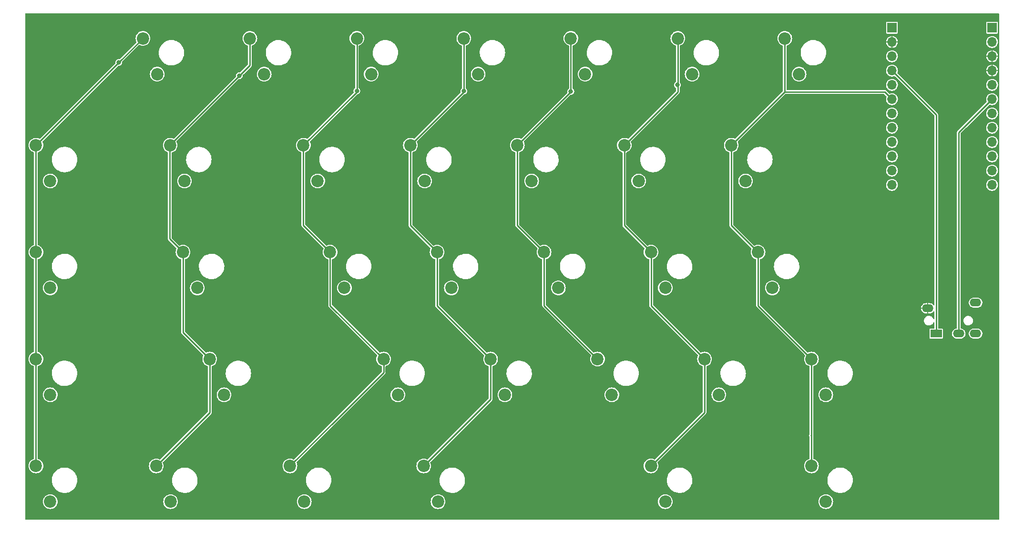
<source format=gbr>
%TF.GenerationSoftware,KiCad,Pcbnew,(6.0.4)*%
%TF.CreationDate,2022-03-31T08:58:10-07:00*%
%TF.ProjectId,hip-factor-3-l,6869702d-6661-4637-946f-722d332d6c2e,rev?*%
%TF.SameCoordinates,Original*%
%TF.FileFunction,Copper,L1,Top*%
%TF.FilePolarity,Positive*%
%FSLAX46Y46*%
G04 Gerber Fmt 4.6, Leading zero omitted, Abs format (unit mm)*
G04 Created by KiCad (PCBNEW (6.0.4)) date 2022-03-31 08:58:10*
%MOMM*%
%LPD*%
G01*
G04 APERTURE LIST*
%TA.AperFunction,ComponentPad*%
%ADD10C,2.200000*%
%TD*%
%TA.AperFunction,ComponentPad*%
%ADD11R,1.700000X1.700000*%
%TD*%
%TA.AperFunction,ComponentPad*%
%ADD12O,1.700000X1.700000*%
%TD*%
%TA.AperFunction,ComponentPad*%
%ADD13O,2.000000X1.400000*%
%TD*%
%TA.AperFunction,ComponentPad*%
%ADD14R,2.000000X1.400000*%
%TD*%
%TA.AperFunction,ViaPad*%
%ADD15C,0.800000*%
%TD*%
%TA.AperFunction,Conductor*%
%ADD16C,0.250000*%
%TD*%
G04 APERTURE END LIST*
D10*
%TO.P,SW9,1,1*%
%TO.N,/col2*%
X59770000Y-56460000D03*
%TO.P,SW9,2,2*%
%TO.N,Net-(D9-Pad2)*%
X62310000Y-62810000D03*
%TD*%
%TO.P,SW25,1,1*%
%TO.N,/col4*%
X116670000Y-94460000D03*
%TO.P,SW25,2,2*%
%TO.N,Net-(D25-Pad2)*%
X119210000Y-100810000D03*
%TD*%
%TO.P,SW10,1,1*%
%TO.N,/col3*%
X83420000Y-56460000D03*
%TO.P,SW10,2,2*%
%TO.N,Net-(D10-Pad2)*%
X85960000Y-62810000D03*
%TD*%
%TO.P,SW13,1,1*%
%TO.N,/col6*%
X140420000Y-56460000D03*
%TO.P,SW13,2,2*%
%TO.N,Net-(D13-Pad2)*%
X142960000Y-62810000D03*
%TD*%
%TO.P,SW5,1,1*%
%TO.N,/col5*%
X130920000Y-37460000D03*
%TO.P,SW5,2,2*%
%TO.N,Net-(D5-Pad2)*%
X133460000Y-43810000D03*
%TD*%
%TO.P,SW34,1,1*%
%TO.N,/col7*%
X173670000Y-113460000D03*
%TO.P,SW34,2,2*%
%TO.N,Net-(D34-Pad2)*%
X176210000Y-119810000D03*
%TD*%
%TO.P,SW8,1,1*%
%TO.N,/col1*%
X35920000Y-56460000D03*
%TO.P,SW8,2,2*%
%TO.N,Net-(D8-Pad2)*%
X38460000Y-62810000D03*
%TD*%
%TO.P,SW18,1,1*%
%TO.N,/col4*%
X107170000Y-75460000D03*
%TO.P,SW18,2,2*%
%TO.N,Net-(D18-Pad2)*%
X109710000Y-81810000D03*
%TD*%
%TO.P,SW32,1,1*%
%TO.N,/col4*%
X104795000Y-113460000D03*
%TO.P,SW32,2,2*%
%TO.N,Net-(D32-Pad2)*%
X107335000Y-119810000D03*
%TD*%
%TO.P,SW27,1,1*%
%TO.N,/col6*%
X154670000Y-94460000D03*
%TO.P,SW27,2,2*%
%TO.N,Net-(D27-Pad2)*%
X157210000Y-100810000D03*
%TD*%
%TO.P,SW1,1,1*%
%TO.N,/col1*%
X54920000Y-37460000D03*
%TO.P,SW1,2,2*%
%TO.N,Net-(D1-Pad2)*%
X57460000Y-43810000D03*
%TD*%
%TO.P,SW21,1,1*%
%TO.N,/col7*%
X164170000Y-75460000D03*
%TO.P,SW21,2,2*%
%TO.N,Net-(D21-Pad2)*%
X166710000Y-81810000D03*
%TD*%
%TO.P,SW17,1,1*%
%TO.N,/col3*%
X88170000Y-75460000D03*
%TO.P,SW17,2,2*%
%TO.N,Net-(D17-Pad2)*%
X90710000Y-81810000D03*
%TD*%
%TO.P,SW14,1,1*%
%TO.N,/col7*%
X159420000Y-56460000D03*
%TO.P,SW14,2,2*%
%TO.N,Net-(D14-Pad2)*%
X161960000Y-62810000D03*
%TD*%
D11*
%TO.P,J1,1,Pin_1*%
%TO.N,unconnected-(J1-Pad1)*%
X205740000Y-35560000D03*
D12*
%TO.P,J1,2,Pin_2*%
%TO.N,unconnected-(J1-Pad2)*%
X205740000Y-38100000D03*
%TO.P,J1,3,Pin_3*%
%TO.N,GND*%
X205740000Y-40640000D03*
%TO.P,J1,4,Pin_4*%
X205740000Y-43180000D03*
%TO.P,J1,5,Pin_5*%
%TO.N,unconnected-(J1-Pad5)*%
X205740000Y-45720000D03*
%TO.P,J1,6,Pin_6*%
%TO.N,/comm*%
X205740000Y-48260000D03*
%TO.P,J1,7,Pin_7*%
%TO.N,unconnected-(J1-Pad7)*%
X205740000Y-50800000D03*
%TO.P,J1,8,Pin_8*%
%TO.N,/row1*%
X205740000Y-53340000D03*
%TO.P,J1,9,Pin_9*%
%TO.N,/row2*%
X205740000Y-55880000D03*
%TO.P,J1,10,Pin_10*%
%TO.N,/row3*%
X205740000Y-58420000D03*
%TO.P,J1,11,Pin_11*%
%TO.N,/row4*%
X205740000Y-60960000D03*
%TO.P,J1,12,Pin_12*%
%TO.N,/row5*%
X205740000Y-63500000D03*
%TD*%
D10*
%TO.P,SW29,1,1*%
%TO.N,/col1*%
X35920000Y-113460000D03*
%TO.P,SW29,2,2*%
%TO.N,Net-(D29-Pad2)*%
X38460000Y-119810000D03*
%TD*%
%TO.P,SW31,1,1*%
%TO.N,/col3*%
X81045000Y-113460000D03*
%TO.P,SW31,2,2*%
%TO.N,Net-(D31-Pad2)*%
X83585000Y-119810000D03*
%TD*%
%TO.P,SW23,1,1*%
%TO.N,/col2*%
X66795000Y-94460000D03*
%TO.P,SW23,2,2*%
%TO.N,Net-(D23-Pad2)*%
X69335000Y-100810000D03*
%TD*%
%TO.P,SW12,1,1*%
%TO.N,/col5*%
X121420000Y-56460000D03*
%TO.P,SW12,2,2*%
%TO.N,Net-(D12-Pad2)*%
X123960000Y-62810000D03*
%TD*%
%TO.P,SW19,1,1*%
%TO.N,/col5*%
X126170000Y-75460000D03*
%TO.P,SW19,2,2*%
%TO.N,Net-(D19-Pad2)*%
X128710000Y-81810000D03*
%TD*%
%TO.P,SW2,1,1*%
%TO.N,/col2*%
X73920000Y-37460000D03*
%TO.P,SW2,2,2*%
%TO.N,Net-(D2-Pad2)*%
X76460000Y-43810000D03*
%TD*%
%TO.P,SW16,1,1*%
%TO.N,/col2*%
X62045000Y-75460000D03*
%TO.P,SW16,2,2*%
%TO.N,Net-(D16-Pad2)*%
X64585000Y-81810000D03*
%TD*%
%TO.P,SW26,1,1*%
%TO.N,/col5*%
X135670000Y-94460000D03*
%TO.P,SW26,2,2*%
%TO.N,Net-(D26-Pad2)*%
X138210000Y-100810000D03*
%TD*%
%TO.P,SW7,1,1*%
%TO.N,/col7*%
X168920000Y-37460000D03*
%TO.P,SW7,2,2*%
%TO.N,Net-(D7-Pad2)*%
X171460000Y-43810000D03*
%TD*%
%TO.P,SW20,1,1*%
%TO.N,/col6*%
X145170000Y-75460000D03*
%TO.P,SW20,2,2*%
%TO.N,Net-(D20-Pad2)*%
X147710000Y-81810000D03*
%TD*%
%TO.P,SW4,1,1*%
%TO.N,/col4*%
X111920000Y-37460000D03*
%TO.P,SW4,2,2*%
%TO.N,Net-(D4-Pad2)*%
X114460000Y-43810000D03*
%TD*%
%TO.P,SW11,1,1*%
%TO.N,/col4*%
X102420000Y-56460000D03*
%TO.P,SW11,2,2*%
%TO.N,Net-(D11-Pad2)*%
X104960000Y-62810000D03*
%TD*%
%TO.P,SW33,1,1*%
%TO.N,/col6*%
X145170000Y-113460000D03*
%TO.P,SW33,2,2*%
%TO.N,Net-(D33-Pad2)*%
X147710000Y-119810000D03*
%TD*%
%TO.P,SW3,1,1*%
%TO.N,/col3*%
X92920000Y-37460000D03*
%TO.P,SW3,2,2*%
%TO.N,Net-(D3-Pad2)*%
X95460000Y-43810000D03*
%TD*%
%TO.P,SW28,1,1*%
%TO.N,/col7*%
X173670000Y-94460000D03*
%TO.P,SW28,2,2*%
%TO.N,Net-(D28-Pad2)*%
X176210000Y-100810000D03*
%TD*%
%TO.P,SW15,1,1*%
%TO.N,/col1*%
X35920000Y-75460000D03*
%TO.P,SW15,2,2*%
%TO.N,Net-(D15-Pad2)*%
X38460000Y-81810000D03*
%TD*%
%TO.P,SW22,1,1*%
%TO.N,/col1*%
X35920000Y-94460000D03*
%TO.P,SW22,2,2*%
%TO.N,Net-(D22-Pad2)*%
X38460000Y-100810000D03*
%TD*%
%TO.P,SW6,1,1*%
%TO.N,/col6*%
X149920000Y-37460000D03*
%TO.P,SW6,2,2*%
%TO.N,Net-(D6-Pad2)*%
X152460000Y-43810000D03*
%TD*%
D11*
%TO.P,J2,1,Pin_1*%
%TO.N,unconnected-(J2-Pad1)*%
X187960000Y-35560000D03*
D12*
%TO.P,J2,2,Pin_2*%
%TO.N,GND*%
X187960000Y-38100000D03*
%TO.P,J2,3,Pin_3*%
%TO.N,/res*%
X187960000Y-40640000D03*
%TO.P,J2,4,Pin_4*%
%TO.N,+5V*%
X187960000Y-43180000D03*
%TO.P,J2,5,Pin_5*%
%TO.N,unconnected-(J2-Pad5)*%
X187960000Y-45720000D03*
%TO.P,J2,6,Pin_6*%
%TO.N,/col7*%
X187960000Y-48260000D03*
%TO.P,J2,7,Pin_7*%
%TO.N,/col6*%
X187960000Y-50800000D03*
%TO.P,J2,8,Pin_8*%
%TO.N,/col5*%
X187960000Y-53340000D03*
%TO.P,J2,9,Pin_9*%
%TO.N,/col4*%
X187960000Y-55880000D03*
%TO.P,J2,10,Pin_10*%
%TO.N,/col3*%
X187960000Y-58420000D03*
%TO.P,J2,11,Pin_11*%
%TO.N,/col2*%
X187960000Y-60960000D03*
%TO.P,J2,12,Pin_12*%
%TO.N,/col1*%
X187960000Y-63500000D03*
%TD*%
D10*
%TO.P,SW24,1,1*%
%TO.N,/col3*%
X97670000Y-94460000D03*
%TO.P,SW24,2,2*%
%TO.N,Net-(D24-Pad2)*%
X100210000Y-100810000D03*
%TD*%
%TO.P,SW30,1,1*%
%TO.N,/col2*%
X57295000Y-113460000D03*
%TO.P,SW30,2,2*%
%TO.N,Net-(D30-Pad2)*%
X59835000Y-119810000D03*
%TD*%
D13*
%TO.P,J3,*%
%TO.N,*%
X202810000Y-84430000D03*
%TO.P,J3,R1*%
%TO.N,/comm*%
X199810000Y-89930000D03*
%TO.P,J3,R2*%
%TO.N,unconnected-(J3-PadR2)*%
X202810000Y-89930000D03*
%TO.P,J3,S*%
%TO.N,GND*%
X194310000Y-85430000D03*
D14*
%TO.P,J3,T*%
%TO.N,+5V*%
X195810000Y-89930000D03*
%TD*%
D15*
%TO.N,/col6*%
X149860000Y-45720000D03*
%TO.N,/col5*%
X130920000Y-46880000D03*
%TO.N,/col1*%
X50635000Y-41745000D03*
%TO.N,/col2*%
X72035000Y-44095000D03*
%TO.N,/col3*%
X92920000Y-46780000D03*
%TO.N,/col4*%
X111920000Y-46830000D03*
%TD*%
D16*
%TO.N,/comm*%
X199810000Y-89930000D02*
X199810000Y-54190000D01*
X199810000Y-54190000D02*
X205740000Y-48260000D01*
%TO.N,+5V*%
X195810000Y-89930000D02*
X195810000Y-51030000D01*
X195810000Y-51030000D02*
X187960000Y-43180000D01*
%TO.N,/col6*%
X154670000Y-94460000D02*
X154670000Y-103960000D01*
X154670000Y-103960000D02*
X145170000Y-113460000D01*
X145170000Y-75460000D02*
X145170000Y-84960000D01*
X145170000Y-84960000D02*
X154670000Y-94460000D01*
X149920000Y-45780000D02*
X149920000Y-46960000D01*
X149860000Y-45720000D02*
X149920000Y-45780000D01*
X140420000Y-56460000D02*
X140420000Y-70710000D01*
X140420000Y-70710000D02*
X145170000Y-75460000D01*
X149920000Y-46960000D02*
X140420000Y-56460000D01*
X149920000Y-37460000D02*
X149920000Y-46960000D01*
%TO.N,/col7*%
X173670000Y-107940000D02*
X173670000Y-104753484D01*
X168920000Y-46960000D02*
X168900000Y-46980000D01*
X173547500Y-108062500D02*
X173670000Y-107940000D01*
X173653484Y-104770000D02*
X173670000Y-104753484D01*
X173670000Y-113460000D02*
X173670000Y-107940000D01*
X159420000Y-70710000D02*
X159420000Y-56460000D01*
X168920000Y-37460000D02*
X168920000Y-46960000D01*
X186660000Y-46960000D02*
X187960000Y-48260000D01*
X168900000Y-46980000D02*
X159420000Y-56460000D01*
X168950000Y-46990000D02*
X168920000Y-46960000D01*
X173670000Y-104753484D02*
X173670000Y-94460000D01*
X168920000Y-46960000D02*
X186660000Y-46960000D01*
X164170000Y-75460000D02*
X159420000Y-70710000D01*
X164170000Y-84960000D02*
X164170000Y-75460000D01*
X173670000Y-94460000D02*
X164170000Y-84960000D01*
%TO.N,/col5*%
X121420000Y-56460000D02*
X121420000Y-70710000D01*
X126170000Y-75460000D02*
X126170000Y-84960000D01*
X126170000Y-84960000D02*
X135670000Y-94460000D01*
X121420000Y-70710000D02*
X126170000Y-75460000D01*
X130920000Y-37460000D02*
X130920000Y-46880000D01*
X130920000Y-46880000D02*
X130920000Y-46960000D01*
X130920000Y-46960000D02*
X121420000Y-56460000D01*
%TO.N,/col1*%
X35920000Y-56460000D02*
X50635000Y-41745000D01*
X35920000Y-56460000D02*
X35920000Y-75460000D01*
X35920000Y-94460000D02*
X35920000Y-113460000D01*
X35920000Y-75460000D02*
X35920000Y-94460000D01*
X50635000Y-41745000D02*
X54920000Y-37460000D01*
%TO.N,/col2*%
X59670000Y-56460000D02*
X59670000Y-73085000D01*
X73920000Y-37460000D02*
X73920000Y-42210000D01*
X72035000Y-44095000D02*
X59670000Y-56460000D01*
X73920000Y-42210000D02*
X72035000Y-44095000D01*
X62045000Y-75460000D02*
X62045000Y-89710000D01*
X62045000Y-89710000D02*
X66795000Y-94460000D01*
X66795000Y-103960000D02*
X57295000Y-113460000D01*
X66795000Y-94460000D02*
X66795000Y-103960000D01*
X59670000Y-73085000D02*
X62045000Y-75460000D01*
%TO.N,/col3*%
X83420000Y-56460000D02*
X83420000Y-70710000D01*
X97670000Y-96835000D02*
X89472500Y-105032500D01*
X83420000Y-70710000D02*
X88170000Y-75460000D01*
X92920000Y-37460000D02*
X92920000Y-46780000D01*
X89472500Y-105032500D02*
X81045000Y-113460000D01*
X88170000Y-84960000D02*
X97670000Y-94460000D01*
X88170000Y-75460000D02*
X88170000Y-84960000D01*
X92920000Y-46960000D02*
X83420000Y-56460000D01*
X97670000Y-94460000D02*
X97670000Y-96835000D01*
X92920000Y-46780000D02*
X92920000Y-46960000D01*
%TO.N,/col4*%
X111920000Y-46830000D02*
X111920000Y-46960000D01*
X116670000Y-94460000D02*
X116670000Y-101585000D01*
X107170000Y-75460000D02*
X107170000Y-84960000D01*
X116670000Y-101585000D02*
X112142500Y-106112500D01*
X102420000Y-56460000D02*
X102420000Y-70710000D01*
X112142500Y-106112500D02*
X104795000Y-113460000D01*
X111920000Y-46960000D02*
X102420000Y-56460000D01*
X102420000Y-70710000D02*
X107170000Y-75460000D01*
X111920000Y-37460000D02*
X111920000Y-46830000D01*
X107170000Y-84960000D02*
X116670000Y-94460000D01*
%TD*%
%TA.AperFunction,Conductor*%
%TO.N,GND*%
G36*
X206959191Y-33018907D02*
G01*
X206995155Y-33068407D01*
X207000000Y-33099000D01*
X207000000Y-122901000D01*
X206981093Y-122959191D01*
X206931593Y-122995155D01*
X206901000Y-123000000D01*
X34099000Y-123000000D01*
X34040809Y-122981093D01*
X34004845Y-122931593D01*
X34000000Y-122901000D01*
X34000000Y-119810000D01*
X37154532Y-119810000D01*
X37174365Y-120036692D01*
X37233261Y-120256496D01*
X37329432Y-120462734D01*
X37459953Y-120649139D01*
X37620861Y-120810047D01*
X37807266Y-120940568D01*
X38013504Y-121036739D01*
X38102563Y-121060602D01*
X38229131Y-121094516D01*
X38229133Y-121094516D01*
X38233308Y-121095635D01*
X38460000Y-121115468D01*
X38686692Y-121095635D01*
X38690867Y-121094516D01*
X38690869Y-121094516D01*
X38817437Y-121060602D01*
X38906496Y-121036739D01*
X39112734Y-120940568D01*
X39299139Y-120810047D01*
X39460047Y-120649139D01*
X39590568Y-120462734D01*
X39686739Y-120256496D01*
X39745635Y-120036692D01*
X39765468Y-119810000D01*
X58529532Y-119810000D01*
X58549365Y-120036692D01*
X58608261Y-120256496D01*
X58704432Y-120462734D01*
X58834953Y-120649139D01*
X58995861Y-120810047D01*
X59182266Y-120940568D01*
X59388504Y-121036739D01*
X59477563Y-121060602D01*
X59604131Y-121094516D01*
X59604133Y-121094516D01*
X59608308Y-121095635D01*
X59835000Y-121115468D01*
X60061692Y-121095635D01*
X60065867Y-121094516D01*
X60065869Y-121094516D01*
X60192437Y-121060602D01*
X60281496Y-121036739D01*
X60487734Y-120940568D01*
X60674139Y-120810047D01*
X60835047Y-120649139D01*
X60965568Y-120462734D01*
X61061739Y-120256496D01*
X61120635Y-120036692D01*
X61140468Y-119810000D01*
X82279532Y-119810000D01*
X82299365Y-120036692D01*
X82358261Y-120256496D01*
X82454432Y-120462734D01*
X82584953Y-120649139D01*
X82745861Y-120810047D01*
X82932266Y-120940568D01*
X83138504Y-121036739D01*
X83227563Y-121060602D01*
X83354131Y-121094516D01*
X83354133Y-121094516D01*
X83358308Y-121095635D01*
X83585000Y-121115468D01*
X83811692Y-121095635D01*
X83815867Y-121094516D01*
X83815869Y-121094516D01*
X83942437Y-121060602D01*
X84031496Y-121036739D01*
X84237734Y-120940568D01*
X84424139Y-120810047D01*
X84585047Y-120649139D01*
X84715568Y-120462734D01*
X84811739Y-120256496D01*
X84870635Y-120036692D01*
X84890468Y-119810000D01*
X106029532Y-119810000D01*
X106049365Y-120036692D01*
X106108261Y-120256496D01*
X106204432Y-120462734D01*
X106334953Y-120649139D01*
X106495861Y-120810047D01*
X106682266Y-120940568D01*
X106888504Y-121036739D01*
X106977563Y-121060602D01*
X107104131Y-121094516D01*
X107104133Y-121094516D01*
X107108308Y-121095635D01*
X107335000Y-121115468D01*
X107561692Y-121095635D01*
X107565867Y-121094516D01*
X107565869Y-121094516D01*
X107692437Y-121060602D01*
X107781496Y-121036739D01*
X107987734Y-120940568D01*
X108174139Y-120810047D01*
X108335047Y-120649139D01*
X108465568Y-120462734D01*
X108561739Y-120256496D01*
X108620635Y-120036692D01*
X108640468Y-119810000D01*
X146404532Y-119810000D01*
X146424365Y-120036692D01*
X146483261Y-120256496D01*
X146579432Y-120462734D01*
X146709953Y-120649139D01*
X146870861Y-120810047D01*
X147057266Y-120940568D01*
X147263504Y-121036739D01*
X147352563Y-121060602D01*
X147479131Y-121094516D01*
X147479133Y-121094516D01*
X147483308Y-121095635D01*
X147710000Y-121115468D01*
X147936692Y-121095635D01*
X147940867Y-121094516D01*
X147940869Y-121094516D01*
X148067437Y-121060602D01*
X148156496Y-121036739D01*
X148362734Y-120940568D01*
X148549139Y-120810047D01*
X148710047Y-120649139D01*
X148840568Y-120462734D01*
X148936739Y-120256496D01*
X148995635Y-120036692D01*
X149015468Y-119810000D01*
X174904532Y-119810000D01*
X174924365Y-120036692D01*
X174983261Y-120256496D01*
X175079432Y-120462734D01*
X175209953Y-120649139D01*
X175370861Y-120810047D01*
X175557266Y-120940568D01*
X175763504Y-121036739D01*
X175852563Y-121060602D01*
X175979131Y-121094516D01*
X175979133Y-121094516D01*
X175983308Y-121095635D01*
X176210000Y-121115468D01*
X176436692Y-121095635D01*
X176440867Y-121094516D01*
X176440869Y-121094516D01*
X176567437Y-121060602D01*
X176656496Y-121036739D01*
X176862734Y-120940568D01*
X177049139Y-120810047D01*
X177210047Y-120649139D01*
X177340568Y-120462734D01*
X177436739Y-120256496D01*
X177495635Y-120036692D01*
X177515468Y-119810000D01*
X177495635Y-119583308D01*
X177436739Y-119363504D01*
X177340568Y-119157266D01*
X177210047Y-118970861D01*
X177049139Y-118809953D01*
X176862734Y-118679432D01*
X176656496Y-118583261D01*
X176567437Y-118559398D01*
X176440869Y-118525484D01*
X176440867Y-118525484D01*
X176436692Y-118524365D01*
X176210000Y-118504532D01*
X175983308Y-118524365D01*
X175979133Y-118525484D01*
X175979131Y-118525484D01*
X175852563Y-118559398D01*
X175763504Y-118583261D01*
X175557266Y-118679432D01*
X175370861Y-118809953D01*
X175209953Y-118970861D01*
X175079432Y-119157266D01*
X174983261Y-119363504D01*
X174924365Y-119583308D01*
X174904532Y-119810000D01*
X149015468Y-119810000D01*
X148995635Y-119583308D01*
X148936739Y-119363504D01*
X148840568Y-119157266D01*
X148710047Y-118970861D01*
X148549139Y-118809953D01*
X148362734Y-118679432D01*
X148156496Y-118583261D01*
X148067437Y-118559398D01*
X147940869Y-118525484D01*
X147940867Y-118525484D01*
X147936692Y-118524365D01*
X147710000Y-118504532D01*
X147483308Y-118524365D01*
X147479133Y-118525484D01*
X147479131Y-118525484D01*
X147352563Y-118559398D01*
X147263504Y-118583261D01*
X147057266Y-118679432D01*
X146870861Y-118809953D01*
X146709953Y-118970861D01*
X146579432Y-119157266D01*
X146483261Y-119363504D01*
X146424365Y-119583308D01*
X146404532Y-119810000D01*
X108640468Y-119810000D01*
X108620635Y-119583308D01*
X108561739Y-119363504D01*
X108465568Y-119157266D01*
X108335047Y-118970861D01*
X108174139Y-118809953D01*
X107987734Y-118679432D01*
X107781496Y-118583261D01*
X107692437Y-118559398D01*
X107565869Y-118525484D01*
X107565867Y-118525484D01*
X107561692Y-118524365D01*
X107335000Y-118504532D01*
X107108308Y-118524365D01*
X107104133Y-118525484D01*
X107104131Y-118525484D01*
X106977563Y-118559398D01*
X106888504Y-118583261D01*
X106682266Y-118679432D01*
X106495861Y-118809953D01*
X106334953Y-118970861D01*
X106204432Y-119157266D01*
X106108261Y-119363504D01*
X106049365Y-119583308D01*
X106029532Y-119810000D01*
X84890468Y-119810000D01*
X84870635Y-119583308D01*
X84811739Y-119363504D01*
X84715568Y-119157266D01*
X84585047Y-118970861D01*
X84424139Y-118809953D01*
X84237734Y-118679432D01*
X84031496Y-118583261D01*
X83942437Y-118559398D01*
X83815869Y-118525484D01*
X83815867Y-118525484D01*
X83811692Y-118524365D01*
X83585000Y-118504532D01*
X83358308Y-118524365D01*
X83354133Y-118525484D01*
X83354131Y-118525484D01*
X83227563Y-118559398D01*
X83138504Y-118583261D01*
X82932266Y-118679432D01*
X82745861Y-118809953D01*
X82584953Y-118970861D01*
X82454432Y-119157266D01*
X82358261Y-119363504D01*
X82299365Y-119583308D01*
X82279532Y-119810000D01*
X61140468Y-119810000D01*
X61120635Y-119583308D01*
X61061739Y-119363504D01*
X60965568Y-119157266D01*
X60835047Y-118970861D01*
X60674139Y-118809953D01*
X60487734Y-118679432D01*
X60281496Y-118583261D01*
X60192437Y-118559398D01*
X60065869Y-118525484D01*
X60065867Y-118525484D01*
X60061692Y-118524365D01*
X59835000Y-118504532D01*
X59608308Y-118524365D01*
X59604133Y-118525484D01*
X59604131Y-118525484D01*
X59477563Y-118559398D01*
X59388504Y-118583261D01*
X59182266Y-118679432D01*
X58995861Y-118809953D01*
X58834953Y-118970861D01*
X58704432Y-119157266D01*
X58608261Y-119363504D01*
X58549365Y-119583308D01*
X58529532Y-119810000D01*
X39765468Y-119810000D01*
X39745635Y-119583308D01*
X39686739Y-119363504D01*
X39590568Y-119157266D01*
X39460047Y-118970861D01*
X39299139Y-118809953D01*
X39112734Y-118679432D01*
X38906496Y-118583261D01*
X38817437Y-118559398D01*
X38690869Y-118525484D01*
X38690867Y-118525484D01*
X38686692Y-118524365D01*
X38460000Y-118504532D01*
X38233308Y-118524365D01*
X38229133Y-118525484D01*
X38229131Y-118525484D01*
X38102563Y-118559398D01*
X38013504Y-118583261D01*
X37807266Y-118679432D01*
X37620861Y-118809953D01*
X37459953Y-118970861D01*
X37329432Y-119157266D01*
X37233261Y-119363504D01*
X37174365Y-119583308D01*
X37154532Y-119810000D01*
X34000000Y-119810000D01*
X34000000Y-116047236D01*
X38744958Y-116047236D01*
X38771014Y-116345065D01*
X38771730Y-116348267D01*
X38816554Y-116548796D01*
X38836232Y-116636832D01*
X38939464Y-116917410D01*
X38940992Y-116920308D01*
X39037387Y-117103137D01*
X39078898Y-117181870D01*
X39252084Y-117425565D01*
X39455979Y-117644216D01*
X39458515Y-117646299D01*
X39458516Y-117646300D01*
X39684461Y-117831894D01*
X39684466Y-117831898D01*
X39687000Y-117833979D01*
X39845289Y-117932122D01*
X39869132Y-117946905D01*
X39941090Y-117991521D01*
X39944087Y-117992868D01*
X39944091Y-117992870D01*
X40104682Y-118065042D01*
X40213783Y-118114074D01*
X40500289Y-118199485D01*
X40503530Y-118199998D01*
X40503533Y-118199999D01*
X40591913Y-118213997D01*
X40795575Y-118246254D01*
X40866545Y-118249477D01*
X40887974Y-118250450D01*
X40887980Y-118250450D01*
X40889078Y-118250500D01*
X41075834Y-118250500D01*
X41298309Y-118235723D01*
X41482681Y-118198547D01*
X41588150Y-118177281D01*
X41588155Y-118177280D01*
X41591377Y-118176630D01*
X41634632Y-118161736D01*
X41870944Y-118080368D01*
X41870950Y-118080365D01*
X41874056Y-118079296D01*
X42141378Y-117945431D01*
X42388647Y-117777387D01*
X42611520Y-117578117D01*
X42613661Y-117575619D01*
X42613665Y-117575615D01*
X42803942Y-117353614D01*
X42803946Y-117353608D01*
X42806079Y-117351120D01*
X42968908Y-117100386D01*
X43097145Y-116830319D01*
X43188538Y-116545664D01*
X43241480Y-116251422D01*
X43250752Y-116047236D01*
X60119958Y-116047236D01*
X60146014Y-116345065D01*
X60146730Y-116348267D01*
X60191554Y-116548796D01*
X60211232Y-116636832D01*
X60314464Y-116917410D01*
X60315992Y-116920308D01*
X60412387Y-117103137D01*
X60453898Y-117181870D01*
X60627084Y-117425565D01*
X60830979Y-117644216D01*
X60833515Y-117646299D01*
X60833516Y-117646300D01*
X61059461Y-117831894D01*
X61059466Y-117831898D01*
X61062000Y-117833979D01*
X61220289Y-117932122D01*
X61244132Y-117946905D01*
X61316090Y-117991521D01*
X61319087Y-117992868D01*
X61319091Y-117992870D01*
X61479682Y-118065042D01*
X61588783Y-118114074D01*
X61875289Y-118199485D01*
X61878530Y-118199998D01*
X61878533Y-118199999D01*
X61966913Y-118213997D01*
X62170575Y-118246254D01*
X62241545Y-118249477D01*
X62262974Y-118250450D01*
X62262980Y-118250450D01*
X62264078Y-118250500D01*
X62450834Y-118250500D01*
X62673309Y-118235723D01*
X62857681Y-118198547D01*
X62963150Y-118177281D01*
X62963155Y-118177280D01*
X62966377Y-118176630D01*
X63009632Y-118161736D01*
X63245944Y-118080368D01*
X63245950Y-118080365D01*
X63249056Y-118079296D01*
X63516378Y-117945431D01*
X63763647Y-117777387D01*
X63986520Y-117578117D01*
X63988661Y-117575619D01*
X63988665Y-117575615D01*
X64178942Y-117353614D01*
X64178946Y-117353608D01*
X64181079Y-117351120D01*
X64343908Y-117100386D01*
X64472145Y-116830319D01*
X64563538Y-116545664D01*
X64616480Y-116251422D01*
X64625752Y-116047236D01*
X83869958Y-116047236D01*
X83896014Y-116345065D01*
X83896730Y-116348267D01*
X83941554Y-116548796D01*
X83961232Y-116636832D01*
X84064464Y-116917410D01*
X84065992Y-116920308D01*
X84162387Y-117103137D01*
X84203898Y-117181870D01*
X84377084Y-117425565D01*
X84580979Y-117644216D01*
X84583515Y-117646299D01*
X84583516Y-117646300D01*
X84809461Y-117831894D01*
X84809466Y-117831898D01*
X84812000Y-117833979D01*
X84970289Y-117932122D01*
X84994132Y-117946905D01*
X85066090Y-117991521D01*
X85069087Y-117992868D01*
X85069091Y-117992870D01*
X85229682Y-118065042D01*
X85338783Y-118114074D01*
X85625289Y-118199485D01*
X85628530Y-118199998D01*
X85628533Y-118199999D01*
X85716913Y-118213997D01*
X85920575Y-118246254D01*
X85991545Y-118249477D01*
X86012974Y-118250450D01*
X86012980Y-118250450D01*
X86014078Y-118250500D01*
X86200834Y-118250500D01*
X86423309Y-118235723D01*
X86607681Y-118198547D01*
X86713150Y-118177281D01*
X86713155Y-118177280D01*
X86716377Y-118176630D01*
X86759632Y-118161736D01*
X86995944Y-118080368D01*
X86995950Y-118080365D01*
X86999056Y-118079296D01*
X87266378Y-117945431D01*
X87513647Y-117777387D01*
X87736520Y-117578117D01*
X87738661Y-117575619D01*
X87738665Y-117575615D01*
X87928942Y-117353614D01*
X87928946Y-117353608D01*
X87931079Y-117351120D01*
X88093908Y-117100386D01*
X88222145Y-116830319D01*
X88313538Y-116545664D01*
X88366480Y-116251422D01*
X88375752Y-116047236D01*
X107619958Y-116047236D01*
X107646014Y-116345065D01*
X107646730Y-116348267D01*
X107691554Y-116548796D01*
X107711232Y-116636832D01*
X107814464Y-116917410D01*
X107815992Y-116920308D01*
X107912387Y-117103137D01*
X107953898Y-117181870D01*
X108127084Y-117425565D01*
X108330979Y-117644216D01*
X108333515Y-117646299D01*
X108333516Y-117646300D01*
X108559461Y-117831894D01*
X108559466Y-117831898D01*
X108562000Y-117833979D01*
X108720289Y-117932122D01*
X108744132Y-117946905D01*
X108816090Y-117991521D01*
X108819087Y-117992868D01*
X108819091Y-117992870D01*
X108979682Y-118065042D01*
X109088783Y-118114074D01*
X109375289Y-118199485D01*
X109378530Y-118199998D01*
X109378533Y-118199999D01*
X109466913Y-118213997D01*
X109670575Y-118246254D01*
X109741545Y-118249477D01*
X109762974Y-118250450D01*
X109762980Y-118250450D01*
X109764078Y-118250500D01*
X109950834Y-118250500D01*
X110173309Y-118235723D01*
X110357681Y-118198547D01*
X110463150Y-118177281D01*
X110463155Y-118177280D01*
X110466377Y-118176630D01*
X110509632Y-118161736D01*
X110745944Y-118080368D01*
X110745950Y-118080365D01*
X110749056Y-118079296D01*
X111016378Y-117945431D01*
X111263647Y-117777387D01*
X111486520Y-117578117D01*
X111488661Y-117575619D01*
X111488665Y-117575615D01*
X111678942Y-117353614D01*
X111678946Y-117353608D01*
X111681079Y-117351120D01*
X111843908Y-117100386D01*
X111972145Y-116830319D01*
X112063538Y-116545664D01*
X112116480Y-116251422D01*
X112125752Y-116047236D01*
X147994958Y-116047236D01*
X148021014Y-116345065D01*
X148021730Y-116348267D01*
X148066554Y-116548796D01*
X148086232Y-116636832D01*
X148189464Y-116917410D01*
X148190992Y-116920308D01*
X148287387Y-117103137D01*
X148328898Y-117181870D01*
X148502084Y-117425565D01*
X148705979Y-117644216D01*
X148708515Y-117646299D01*
X148708516Y-117646300D01*
X148934461Y-117831894D01*
X148934466Y-117831898D01*
X148937000Y-117833979D01*
X149095289Y-117932122D01*
X149119132Y-117946905D01*
X149191090Y-117991521D01*
X149194087Y-117992868D01*
X149194091Y-117992870D01*
X149354682Y-118065042D01*
X149463783Y-118114074D01*
X149750289Y-118199485D01*
X149753530Y-118199998D01*
X149753533Y-118199999D01*
X149841913Y-118213997D01*
X150045575Y-118246254D01*
X150116545Y-118249477D01*
X150137974Y-118250450D01*
X150137980Y-118250450D01*
X150139078Y-118250500D01*
X150325834Y-118250500D01*
X150548309Y-118235723D01*
X150732681Y-118198547D01*
X150838150Y-118177281D01*
X150838155Y-118177280D01*
X150841377Y-118176630D01*
X150884632Y-118161736D01*
X151120944Y-118080368D01*
X151120950Y-118080365D01*
X151124056Y-118079296D01*
X151391378Y-117945431D01*
X151638647Y-117777387D01*
X151861520Y-117578117D01*
X151863661Y-117575619D01*
X151863665Y-117575615D01*
X152053942Y-117353614D01*
X152053946Y-117353608D01*
X152056079Y-117351120D01*
X152218908Y-117100386D01*
X152347145Y-116830319D01*
X152438538Y-116545664D01*
X152491480Y-116251422D01*
X152500752Y-116047236D01*
X176494958Y-116047236D01*
X176521014Y-116345065D01*
X176521730Y-116348267D01*
X176566554Y-116548796D01*
X176586232Y-116636832D01*
X176689464Y-116917410D01*
X176690992Y-116920308D01*
X176787387Y-117103137D01*
X176828898Y-117181870D01*
X177002084Y-117425565D01*
X177205979Y-117644216D01*
X177208515Y-117646299D01*
X177208516Y-117646300D01*
X177434461Y-117831894D01*
X177434466Y-117831898D01*
X177437000Y-117833979D01*
X177595289Y-117932122D01*
X177619132Y-117946905D01*
X177691090Y-117991521D01*
X177694087Y-117992868D01*
X177694091Y-117992870D01*
X177854682Y-118065042D01*
X177963783Y-118114074D01*
X178250289Y-118199485D01*
X178253530Y-118199998D01*
X178253533Y-118199999D01*
X178341913Y-118213997D01*
X178545575Y-118246254D01*
X178616545Y-118249477D01*
X178637974Y-118250450D01*
X178637980Y-118250450D01*
X178639078Y-118250500D01*
X178825834Y-118250500D01*
X179048309Y-118235723D01*
X179232681Y-118198547D01*
X179338150Y-118177281D01*
X179338155Y-118177280D01*
X179341377Y-118176630D01*
X179384632Y-118161736D01*
X179620944Y-118080368D01*
X179620950Y-118080365D01*
X179624056Y-118079296D01*
X179891378Y-117945431D01*
X180138647Y-117777387D01*
X180361520Y-117578117D01*
X180363661Y-117575619D01*
X180363665Y-117575615D01*
X180553942Y-117353614D01*
X180553946Y-117353608D01*
X180556079Y-117351120D01*
X180718908Y-117100386D01*
X180847145Y-116830319D01*
X180938538Y-116545664D01*
X180991480Y-116251422D01*
X181005042Y-115952764D01*
X180978986Y-115654935D01*
X180934147Y-115454336D01*
X180914485Y-115366375D01*
X180914484Y-115366373D01*
X180913768Y-115363168D01*
X180810536Y-115082590D01*
X180794348Y-115051886D01*
X180672632Y-114821031D01*
X180672629Y-114821026D01*
X180671102Y-114818130D01*
X180497916Y-114574435D01*
X180294021Y-114355784D01*
X180291484Y-114353700D01*
X180065539Y-114168106D01*
X180065534Y-114168102D01*
X180063000Y-114166021D01*
X179883246Y-114054569D01*
X179811707Y-114010213D01*
X179811705Y-114010212D01*
X179808910Y-114008479D01*
X179805913Y-114007132D01*
X179805909Y-114007130D01*
X179616879Y-113922177D01*
X179536217Y-113885926D01*
X179249711Y-113800515D01*
X179246470Y-113800002D01*
X179246467Y-113800001D01*
X179158087Y-113786003D01*
X178954425Y-113753746D01*
X178883455Y-113750523D01*
X178862026Y-113749550D01*
X178862020Y-113749550D01*
X178860922Y-113749500D01*
X178674166Y-113749500D01*
X178451691Y-113764277D01*
X178303358Y-113794186D01*
X178161850Y-113822719D01*
X178161845Y-113822720D01*
X178158623Y-113823370D01*
X178155506Y-113824443D01*
X178155507Y-113824443D01*
X177879056Y-113919632D01*
X177879050Y-113919635D01*
X177875944Y-113920704D01*
X177608622Y-114054569D01*
X177361353Y-114222613D01*
X177138480Y-114421883D01*
X177136339Y-114424381D01*
X177136335Y-114424385D01*
X176946058Y-114646386D01*
X176946054Y-114646392D01*
X176943921Y-114648880D01*
X176781092Y-114899614D01*
X176652855Y-115169681D01*
X176561462Y-115454336D01*
X176508520Y-115748578D01*
X176494958Y-116047236D01*
X152500752Y-116047236D01*
X152505042Y-115952764D01*
X152478986Y-115654935D01*
X152434147Y-115454336D01*
X152414485Y-115366375D01*
X152414484Y-115366373D01*
X152413768Y-115363168D01*
X152310536Y-115082590D01*
X152294348Y-115051886D01*
X152172632Y-114821031D01*
X152172629Y-114821026D01*
X152171102Y-114818130D01*
X151997916Y-114574435D01*
X151794021Y-114355784D01*
X151791484Y-114353700D01*
X151565539Y-114168106D01*
X151565534Y-114168102D01*
X151563000Y-114166021D01*
X151383246Y-114054569D01*
X151311707Y-114010213D01*
X151311705Y-114010212D01*
X151308910Y-114008479D01*
X151305913Y-114007132D01*
X151305909Y-114007130D01*
X151116879Y-113922177D01*
X151036217Y-113885926D01*
X150749711Y-113800515D01*
X150746470Y-113800002D01*
X150746467Y-113800001D01*
X150658087Y-113786003D01*
X150454425Y-113753746D01*
X150383455Y-113750523D01*
X150362026Y-113749550D01*
X150362020Y-113749550D01*
X150360922Y-113749500D01*
X150174166Y-113749500D01*
X149951691Y-113764277D01*
X149803358Y-113794186D01*
X149661850Y-113822719D01*
X149661845Y-113822720D01*
X149658623Y-113823370D01*
X149655506Y-113824443D01*
X149655507Y-113824443D01*
X149379056Y-113919632D01*
X149379050Y-113919635D01*
X149375944Y-113920704D01*
X149108622Y-114054569D01*
X148861353Y-114222613D01*
X148638480Y-114421883D01*
X148636339Y-114424381D01*
X148636335Y-114424385D01*
X148446058Y-114646386D01*
X148446054Y-114646392D01*
X148443921Y-114648880D01*
X148281092Y-114899614D01*
X148152855Y-115169681D01*
X148061462Y-115454336D01*
X148008520Y-115748578D01*
X147994958Y-116047236D01*
X112125752Y-116047236D01*
X112130042Y-115952764D01*
X112103986Y-115654935D01*
X112059147Y-115454336D01*
X112039485Y-115366375D01*
X112039484Y-115366373D01*
X112038768Y-115363168D01*
X111935536Y-115082590D01*
X111919348Y-115051886D01*
X111797632Y-114821031D01*
X111797629Y-114821026D01*
X111796102Y-114818130D01*
X111622916Y-114574435D01*
X111419021Y-114355784D01*
X111416484Y-114353700D01*
X111190539Y-114168106D01*
X111190534Y-114168102D01*
X111188000Y-114166021D01*
X111008246Y-114054569D01*
X110936707Y-114010213D01*
X110936705Y-114010212D01*
X110933910Y-114008479D01*
X110930913Y-114007132D01*
X110930909Y-114007130D01*
X110741879Y-113922177D01*
X110661217Y-113885926D01*
X110374711Y-113800515D01*
X110371470Y-113800002D01*
X110371467Y-113800001D01*
X110283087Y-113786003D01*
X110079425Y-113753746D01*
X110008455Y-113750523D01*
X109987026Y-113749550D01*
X109987020Y-113749550D01*
X109985922Y-113749500D01*
X109799166Y-113749500D01*
X109576691Y-113764277D01*
X109428358Y-113794186D01*
X109286850Y-113822719D01*
X109286845Y-113822720D01*
X109283623Y-113823370D01*
X109280506Y-113824443D01*
X109280507Y-113824443D01*
X109004056Y-113919632D01*
X109004050Y-113919635D01*
X109000944Y-113920704D01*
X108733622Y-114054569D01*
X108486353Y-114222613D01*
X108263480Y-114421883D01*
X108261339Y-114424381D01*
X108261335Y-114424385D01*
X108071058Y-114646386D01*
X108071054Y-114646392D01*
X108068921Y-114648880D01*
X107906092Y-114899614D01*
X107777855Y-115169681D01*
X107686462Y-115454336D01*
X107633520Y-115748578D01*
X107619958Y-116047236D01*
X88375752Y-116047236D01*
X88380042Y-115952764D01*
X88353986Y-115654935D01*
X88309147Y-115454336D01*
X88289485Y-115366375D01*
X88289484Y-115366373D01*
X88288768Y-115363168D01*
X88185536Y-115082590D01*
X88169348Y-115051886D01*
X88047632Y-114821031D01*
X88047629Y-114821026D01*
X88046102Y-114818130D01*
X87872916Y-114574435D01*
X87669021Y-114355784D01*
X87666484Y-114353700D01*
X87440539Y-114168106D01*
X87440534Y-114168102D01*
X87438000Y-114166021D01*
X87258246Y-114054569D01*
X87186707Y-114010213D01*
X87186705Y-114010212D01*
X87183910Y-114008479D01*
X87180913Y-114007132D01*
X87180909Y-114007130D01*
X86991879Y-113922177D01*
X86911217Y-113885926D01*
X86624711Y-113800515D01*
X86621470Y-113800002D01*
X86621467Y-113800001D01*
X86533087Y-113786003D01*
X86329425Y-113753746D01*
X86258455Y-113750523D01*
X86237026Y-113749550D01*
X86237020Y-113749550D01*
X86235922Y-113749500D01*
X86049166Y-113749500D01*
X85826691Y-113764277D01*
X85678358Y-113794186D01*
X85536850Y-113822719D01*
X85536845Y-113822720D01*
X85533623Y-113823370D01*
X85530506Y-113824443D01*
X85530507Y-113824443D01*
X85254056Y-113919632D01*
X85254050Y-113919635D01*
X85250944Y-113920704D01*
X84983622Y-114054569D01*
X84736353Y-114222613D01*
X84513480Y-114421883D01*
X84511339Y-114424381D01*
X84511335Y-114424385D01*
X84321058Y-114646386D01*
X84321054Y-114646392D01*
X84318921Y-114648880D01*
X84156092Y-114899614D01*
X84027855Y-115169681D01*
X83936462Y-115454336D01*
X83883520Y-115748578D01*
X83869958Y-116047236D01*
X64625752Y-116047236D01*
X64630042Y-115952764D01*
X64603986Y-115654935D01*
X64559147Y-115454336D01*
X64539485Y-115366375D01*
X64539484Y-115366373D01*
X64538768Y-115363168D01*
X64435536Y-115082590D01*
X64419348Y-115051886D01*
X64297632Y-114821031D01*
X64297629Y-114821026D01*
X64296102Y-114818130D01*
X64122916Y-114574435D01*
X63919021Y-114355784D01*
X63916484Y-114353700D01*
X63690539Y-114168106D01*
X63690534Y-114168102D01*
X63688000Y-114166021D01*
X63508246Y-114054569D01*
X63436707Y-114010213D01*
X63436705Y-114010212D01*
X63433910Y-114008479D01*
X63430913Y-114007132D01*
X63430909Y-114007130D01*
X63241879Y-113922177D01*
X63161217Y-113885926D01*
X62874711Y-113800515D01*
X62871470Y-113800002D01*
X62871467Y-113800001D01*
X62783087Y-113786003D01*
X62579425Y-113753746D01*
X62508455Y-113750523D01*
X62487026Y-113749550D01*
X62487020Y-113749550D01*
X62485922Y-113749500D01*
X62299166Y-113749500D01*
X62076691Y-113764277D01*
X61928358Y-113794186D01*
X61786850Y-113822719D01*
X61786845Y-113822720D01*
X61783623Y-113823370D01*
X61780506Y-113824443D01*
X61780507Y-113824443D01*
X61504056Y-113919632D01*
X61504050Y-113919635D01*
X61500944Y-113920704D01*
X61233622Y-114054569D01*
X60986353Y-114222613D01*
X60763480Y-114421883D01*
X60761339Y-114424381D01*
X60761335Y-114424385D01*
X60571058Y-114646386D01*
X60571054Y-114646392D01*
X60568921Y-114648880D01*
X60406092Y-114899614D01*
X60277855Y-115169681D01*
X60186462Y-115454336D01*
X60133520Y-115748578D01*
X60119958Y-116047236D01*
X43250752Y-116047236D01*
X43255042Y-115952764D01*
X43228986Y-115654935D01*
X43184147Y-115454336D01*
X43164485Y-115366375D01*
X43164484Y-115366373D01*
X43163768Y-115363168D01*
X43060536Y-115082590D01*
X43044348Y-115051886D01*
X42922632Y-114821031D01*
X42922629Y-114821026D01*
X42921102Y-114818130D01*
X42747916Y-114574435D01*
X42544021Y-114355784D01*
X42541484Y-114353700D01*
X42315539Y-114168106D01*
X42315534Y-114168102D01*
X42313000Y-114166021D01*
X42133246Y-114054569D01*
X42061707Y-114010213D01*
X42061705Y-114010212D01*
X42058910Y-114008479D01*
X42055913Y-114007132D01*
X42055909Y-114007130D01*
X41866879Y-113922177D01*
X41786217Y-113885926D01*
X41499711Y-113800515D01*
X41496470Y-113800002D01*
X41496467Y-113800001D01*
X41408087Y-113786003D01*
X41204425Y-113753746D01*
X41133455Y-113750523D01*
X41112026Y-113749550D01*
X41112020Y-113749550D01*
X41110922Y-113749500D01*
X40924166Y-113749500D01*
X40701691Y-113764277D01*
X40553358Y-113794186D01*
X40411850Y-113822719D01*
X40411845Y-113822720D01*
X40408623Y-113823370D01*
X40405506Y-113824443D01*
X40405507Y-113824443D01*
X40129056Y-113919632D01*
X40129050Y-113919635D01*
X40125944Y-113920704D01*
X39858622Y-114054569D01*
X39611353Y-114222613D01*
X39388480Y-114421883D01*
X39386339Y-114424381D01*
X39386335Y-114424385D01*
X39196058Y-114646386D01*
X39196054Y-114646392D01*
X39193921Y-114648880D01*
X39031092Y-114899614D01*
X38902855Y-115169681D01*
X38811462Y-115454336D01*
X38758520Y-115748578D01*
X38744958Y-116047236D01*
X34000000Y-116047236D01*
X34000000Y-113460000D01*
X34614532Y-113460000D01*
X34634365Y-113686692D01*
X34693261Y-113906496D01*
X34789432Y-114112734D01*
X34791913Y-114116277D01*
X34791914Y-114116279D01*
X34828204Y-114168106D01*
X34919953Y-114299139D01*
X35080861Y-114460047D01*
X35084399Y-114462524D01*
X35084401Y-114462526D01*
X35263721Y-114588086D01*
X35267266Y-114590568D01*
X35473504Y-114686739D01*
X35562563Y-114710602D01*
X35689131Y-114744516D01*
X35689133Y-114744516D01*
X35693308Y-114745635D01*
X35920000Y-114765468D01*
X36146692Y-114745635D01*
X36150867Y-114744516D01*
X36150869Y-114744516D01*
X36277437Y-114710602D01*
X36366496Y-114686739D01*
X36572734Y-114590568D01*
X36576279Y-114588086D01*
X36755599Y-114462526D01*
X36755601Y-114462524D01*
X36759139Y-114460047D01*
X36920047Y-114299139D01*
X37011797Y-114168106D01*
X37048086Y-114116279D01*
X37048087Y-114116277D01*
X37050568Y-114112734D01*
X37146739Y-113906496D01*
X37205635Y-113686692D01*
X37225468Y-113460000D01*
X55989532Y-113460000D01*
X56009365Y-113686692D01*
X56068261Y-113906496D01*
X56164432Y-114112734D01*
X56166913Y-114116277D01*
X56166914Y-114116279D01*
X56203204Y-114168106D01*
X56294953Y-114299139D01*
X56455861Y-114460047D01*
X56459399Y-114462524D01*
X56459401Y-114462526D01*
X56638721Y-114588086D01*
X56642266Y-114590568D01*
X56848504Y-114686739D01*
X56937563Y-114710602D01*
X57064131Y-114744516D01*
X57064133Y-114744516D01*
X57068308Y-114745635D01*
X57295000Y-114765468D01*
X57521692Y-114745635D01*
X57525867Y-114744516D01*
X57525869Y-114744516D01*
X57652437Y-114710602D01*
X57741496Y-114686739D01*
X57947734Y-114590568D01*
X57951279Y-114588086D01*
X58130599Y-114462526D01*
X58130601Y-114462524D01*
X58134139Y-114460047D01*
X58295047Y-114299139D01*
X58386797Y-114168106D01*
X58423086Y-114116279D01*
X58423087Y-114116277D01*
X58425568Y-114112734D01*
X58521739Y-113906496D01*
X58580635Y-113686692D01*
X58600468Y-113460000D01*
X79739532Y-113460000D01*
X79759365Y-113686692D01*
X79818261Y-113906496D01*
X79914432Y-114112734D01*
X79916913Y-114116277D01*
X79916914Y-114116279D01*
X79953204Y-114168106D01*
X80044953Y-114299139D01*
X80205861Y-114460047D01*
X80209399Y-114462524D01*
X80209401Y-114462526D01*
X80388721Y-114588086D01*
X80392266Y-114590568D01*
X80598504Y-114686739D01*
X80687563Y-114710602D01*
X80814131Y-114744516D01*
X80814133Y-114744516D01*
X80818308Y-114745635D01*
X81045000Y-114765468D01*
X81271692Y-114745635D01*
X81275867Y-114744516D01*
X81275869Y-114744516D01*
X81402437Y-114710602D01*
X81491496Y-114686739D01*
X81697734Y-114590568D01*
X81701279Y-114588086D01*
X81880599Y-114462526D01*
X81880601Y-114462524D01*
X81884139Y-114460047D01*
X82045047Y-114299139D01*
X82136797Y-114168106D01*
X82173086Y-114116279D01*
X82173087Y-114116277D01*
X82175568Y-114112734D01*
X82271739Y-113906496D01*
X82330635Y-113686692D01*
X82350468Y-113460000D01*
X82330635Y-113233308D01*
X82271739Y-113013504D01*
X82199297Y-112858152D01*
X82191840Y-112797423D01*
X82219017Y-112746309D01*
X94155326Y-100810000D01*
X98904532Y-100810000D01*
X98924365Y-101036692D01*
X98983261Y-101256496D01*
X99079432Y-101462734D01*
X99081913Y-101466277D01*
X99081914Y-101466279D01*
X99090941Y-101479170D01*
X99209953Y-101649139D01*
X99370861Y-101810047D01*
X99374399Y-101812524D01*
X99374401Y-101812526D01*
X99392522Y-101825214D01*
X99557266Y-101940568D01*
X99763504Y-102036739D01*
X99852563Y-102060602D01*
X99979131Y-102094516D01*
X99979133Y-102094516D01*
X99983308Y-102095635D01*
X100210000Y-102115468D01*
X100436692Y-102095635D01*
X100440867Y-102094516D01*
X100440869Y-102094516D01*
X100567437Y-102060602D01*
X100656496Y-102036739D01*
X100862734Y-101940568D01*
X101027478Y-101825214D01*
X101045599Y-101812526D01*
X101045601Y-101812524D01*
X101049139Y-101810047D01*
X101210047Y-101649139D01*
X101329060Y-101479170D01*
X101338086Y-101466279D01*
X101338087Y-101466277D01*
X101340568Y-101462734D01*
X101436739Y-101256496D01*
X101495635Y-101036692D01*
X101515468Y-100810000D01*
X101495635Y-100583308D01*
X101436739Y-100363504D01*
X101340568Y-100157266D01*
X101210047Y-99970861D01*
X101049139Y-99809953D01*
X100862734Y-99679432D01*
X100656496Y-99583261D01*
X100567437Y-99559398D01*
X100440869Y-99525484D01*
X100440867Y-99525484D01*
X100436692Y-99524365D01*
X100210000Y-99504532D01*
X99983308Y-99524365D01*
X99979133Y-99525484D01*
X99979131Y-99525484D01*
X99852563Y-99559398D01*
X99763504Y-99583261D01*
X99557266Y-99679432D01*
X99370861Y-99809953D01*
X99209953Y-99970861D01*
X99079432Y-100157266D01*
X98983261Y-100363504D01*
X98924365Y-100583308D01*
X98904532Y-100810000D01*
X94155326Y-100810000D01*
X97887057Y-97078269D01*
X97893425Y-97072434D01*
X97923194Y-97047455D01*
X97923320Y-97047236D01*
X100494958Y-97047236D01*
X100495244Y-97050504D01*
X100495244Y-97050508D01*
X100497673Y-97078269D01*
X100521014Y-97345065D01*
X100521730Y-97348267D01*
X100566554Y-97548796D01*
X100586232Y-97636832D01*
X100689464Y-97917410D01*
X100690992Y-97920308D01*
X100787387Y-98103137D01*
X100828898Y-98181870D01*
X101002084Y-98425565D01*
X101205979Y-98644216D01*
X101208515Y-98646299D01*
X101208516Y-98646300D01*
X101434461Y-98831894D01*
X101434466Y-98831898D01*
X101437000Y-98833979D01*
X101595289Y-98932122D01*
X101619132Y-98946905D01*
X101691090Y-98991521D01*
X101694087Y-98992868D01*
X101694091Y-98992870D01*
X101854682Y-99065042D01*
X101963783Y-99114074D01*
X102250289Y-99199485D01*
X102253530Y-99199998D01*
X102253533Y-99199999D01*
X102341913Y-99213997D01*
X102545575Y-99246254D01*
X102616545Y-99249477D01*
X102637974Y-99250450D01*
X102637980Y-99250450D01*
X102639078Y-99250500D01*
X102825834Y-99250500D01*
X103048309Y-99235723D01*
X103232681Y-99198547D01*
X103338150Y-99177281D01*
X103338155Y-99177280D01*
X103341377Y-99176630D01*
X103384632Y-99161736D01*
X103620944Y-99080368D01*
X103620950Y-99080365D01*
X103624056Y-99079296D01*
X103891378Y-98945431D01*
X104138647Y-98777387D01*
X104361520Y-98578117D01*
X104363661Y-98575619D01*
X104363665Y-98575615D01*
X104553942Y-98353614D01*
X104553946Y-98353608D01*
X104556079Y-98351120D01*
X104718908Y-98100386D01*
X104847145Y-97830319D01*
X104938538Y-97545664D01*
X104991480Y-97251422D01*
X105005042Y-96952764D01*
X104997992Y-96872174D01*
X104986895Y-96745337D01*
X104978986Y-96654935D01*
X104934147Y-96454336D01*
X104914485Y-96366375D01*
X104914484Y-96366373D01*
X104913768Y-96363168D01*
X104810536Y-96082590D01*
X104794348Y-96051886D01*
X104672632Y-95821031D01*
X104672629Y-95821026D01*
X104671102Y-95818130D01*
X104497916Y-95574435D01*
X104294021Y-95355784D01*
X104291484Y-95353700D01*
X104065539Y-95168106D01*
X104065534Y-95168102D01*
X104063000Y-95166021D01*
X103883246Y-95054569D01*
X103811707Y-95010213D01*
X103811705Y-95010212D01*
X103808910Y-95008479D01*
X103805913Y-95007132D01*
X103805909Y-95007130D01*
X103616879Y-94922177D01*
X103536217Y-94885926D01*
X103249711Y-94800515D01*
X103246470Y-94800002D01*
X103246467Y-94800001D01*
X103158087Y-94786003D01*
X102954425Y-94753746D01*
X102883455Y-94750523D01*
X102862026Y-94749550D01*
X102862020Y-94749550D01*
X102860922Y-94749500D01*
X102674166Y-94749500D01*
X102451691Y-94764277D01*
X102303358Y-94794186D01*
X102161850Y-94822719D01*
X102161845Y-94822720D01*
X102158623Y-94823370D01*
X102155506Y-94824443D01*
X102155507Y-94824443D01*
X101879056Y-94919632D01*
X101879050Y-94919635D01*
X101875944Y-94920704D01*
X101608622Y-95054569D01*
X101361353Y-95222613D01*
X101138480Y-95421883D01*
X101136339Y-95424381D01*
X101136335Y-95424385D01*
X100946058Y-95646386D01*
X100946054Y-95646392D01*
X100943921Y-95648880D01*
X100942133Y-95651634D01*
X100942131Y-95651636D01*
X100890495Y-95731148D01*
X100781092Y-95899614D01*
X100652855Y-96169681D01*
X100561462Y-96454336D01*
X100508520Y-96748578D01*
X100494958Y-97047236D01*
X97923320Y-97047236D01*
X97942629Y-97013792D01*
X97947268Y-97006511D01*
X97948987Y-97004056D01*
X97969554Y-96974684D01*
X97971796Y-96966316D01*
X97974262Y-96961029D01*
X97976258Y-96955544D01*
X97980588Y-96948045D01*
X97987334Y-96909783D01*
X97989204Y-96901349D01*
X97997022Y-96872174D01*
X97999264Y-96863807D01*
X97995877Y-96825091D01*
X97995500Y-96816463D01*
X97995500Y-95795126D01*
X98014407Y-95736935D01*
X98068876Y-95699500D01*
X98112315Y-95687860D01*
X98112322Y-95687857D01*
X98116496Y-95686739D01*
X98322734Y-95590568D01*
X98326279Y-95588086D01*
X98505599Y-95462526D01*
X98505601Y-95462524D01*
X98509139Y-95460047D01*
X98670047Y-95299139D01*
X98761797Y-95168106D01*
X98798086Y-95116279D01*
X98798087Y-95116277D01*
X98800568Y-95112734D01*
X98896739Y-94906496D01*
X98955635Y-94686692D01*
X98975468Y-94460000D01*
X98955635Y-94233308D01*
X98896739Y-94013504D01*
X98800568Y-93807266D01*
X98798086Y-93803721D01*
X98672526Y-93624401D01*
X98672524Y-93624399D01*
X98670047Y-93620861D01*
X98509139Y-93459953D01*
X98322734Y-93329432D01*
X98116496Y-93233261D01*
X97944504Y-93187176D01*
X97900869Y-93175484D01*
X97900867Y-93175484D01*
X97896692Y-93174365D01*
X97670000Y-93154532D01*
X97443308Y-93174365D01*
X97439133Y-93175484D01*
X97439131Y-93175484D01*
X97395496Y-93187176D01*
X97223504Y-93233261D01*
X97219583Y-93235089D01*
X97219584Y-93235089D01*
X97068152Y-93305703D01*
X97007423Y-93313160D01*
X96956309Y-93285983D01*
X88524496Y-84854170D01*
X88496719Y-84799653D01*
X88495500Y-84784166D01*
X88495500Y-81810000D01*
X89404532Y-81810000D01*
X89424365Y-82036692D01*
X89483261Y-82256496D01*
X89579432Y-82462734D01*
X89709953Y-82649139D01*
X89870861Y-82810047D01*
X90057266Y-82940568D01*
X90263504Y-83036739D01*
X90352563Y-83060602D01*
X90479131Y-83094516D01*
X90479133Y-83094516D01*
X90483308Y-83095635D01*
X90710000Y-83115468D01*
X90936692Y-83095635D01*
X90940867Y-83094516D01*
X90940869Y-83094516D01*
X91067437Y-83060602D01*
X91156496Y-83036739D01*
X91362734Y-82940568D01*
X91549139Y-82810047D01*
X91710047Y-82649139D01*
X91840568Y-82462734D01*
X91936739Y-82256496D01*
X91995635Y-82036692D01*
X92015468Y-81810000D01*
X91995635Y-81583308D01*
X91936739Y-81363504D01*
X91840568Y-81157266D01*
X91710047Y-80970861D01*
X91549139Y-80809953D01*
X91362734Y-80679432D01*
X91156496Y-80583261D01*
X91067437Y-80559398D01*
X90940869Y-80525484D01*
X90940867Y-80525484D01*
X90936692Y-80524365D01*
X90710000Y-80504532D01*
X90483308Y-80524365D01*
X90479133Y-80525484D01*
X90479131Y-80525484D01*
X90352563Y-80559398D01*
X90263504Y-80583261D01*
X90057266Y-80679432D01*
X89870861Y-80809953D01*
X89709953Y-80970861D01*
X89579432Y-81157266D01*
X89483261Y-81363504D01*
X89424365Y-81583308D01*
X89404532Y-81810000D01*
X88495500Y-81810000D01*
X88495500Y-78047236D01*
X90994958Y-78047236D01*
X91021014Y-78345065D01*
X91021730Y-78348267D01*
X91066554Y-78548796D01*
X91086232Y-78636832D01*
X91189464Y-78917410D01*
X91190992Y-78920308D01*
X91287387Y-79103137D01*
X91328898Y-79181870D01*
X91502084Y-79425565D01*
X91705979Y-79644216D01*
X91708515Y-79646299D01*
X91708516Y-79646300D01*
X91934461Y-79831894D01*
X91934466Y-79831898D01*
X91937000Y-79833979D01*
X92095289Y-79932122D01*
X92119132Y-79946905D01*
X92191090Y-79991521D01*
X92194087Y-79992868D01*
X92194091Y-79992870D01*
X92354682Y-80065042D01*
X92463783Y-80114074D01*
X92750289Y-80199485D01*
X92753530Y-80199998D01*
X92753533Y-80199999D01*
X92841913Y-80213997D01*
X93045575Y-80246254D01*
X93116545Y-80249477D01*
X93137974Y-80250450D01*
X93137980Y-80250450D01*
X93139078Y-80250500D01*
X93325834Y-80250500D01*
X93548309Y-80235723D01*
X93732681Y-80198547D01*
X93838150Y-80177281D01*
X93838155Y-80177280D01*
X93841377Y-80176630D01*
X93884632Y-80161736D01*
X94120944Y-80080368D01*
X94120950Y-80080365D01*
X94124056Y-80079296D01*
X94391378Y-79945431D01*
X94638647Y-79777387D01*
X94861520Y-79578117D01*
X94863661Y-79575619D01*
X94863665Y-79575615D01*
X95053942Y-79353614D01*
X95053946Y-79353608D01*
X95056079Y-79351120D01*
X95218908Y-79100386D01*
X95347145Y-78830319D01*
X95438538Y-78545664D01*
X95491480Y-78251422D01*
X95505042Y-77952764D01*
X95478986Y-77654935D01*
X95434147Y-77454336D01*
X95414485Y-77366375D01*
X95414484Y-77366373D01*
X95413768Y-77363168D01*
X95310536Y-77082590D01*
X95294348Y-77051886D01*
X95172632Y-76821031D01*
X95172629Y-76821026D01*
X95171102Y-76818130D01*
X94997916Y-76574435D01*
X94794021Y-76355784D01*
X94791484Y-76353700D01*
X94565539Y-76168106D01*
X94565534Y-76168102D01*
X94563000Y-76166021D01*
X94383246Y-76054569D01*
X94311707Y-76010213D01*
X94311705Y-76010212D01*
X94308910Y-76008479D01*
X94305913Y-76007132D01*
X94305909Y-76007130D01*
X94116879Y-75922177D01*
X94036217Y-75885926D01*
X93749711Y-75800515D01*
X93746470Y-75800002D01*
X93746467Y-75800001D01*
X93658087Y-75786003D01*
X93454425Y-75753746D01*
X93383455Y-75750523D01*
X93362026Y-75749550D01*
X93362020Y-75749550D01*
X93360922Y-75749500D01*
X93174166Y-75749500D01*
X92951691Y-75764277D01*
X92803358Y-75794186D01*
X92661850Y-75822719D01*
X92661845Y-75822720D01*
X92658623Y-75823370D01*
X92655506Y-75824443D01*
X92655507Y-75824443D01*
X92379056Y-75919632D01*
X92379050Y-75919635D01*
X92375944Y-75920704D01*
X92108622Y-76054569D01*
X91861353Y-76222613D01*
X91638480Y-76421883D01*
X91636339Y-76424381D01*
X91636335Y-76424385D01*
X91446058Y-76646386D01*
X91446054Y-76646392D01*
X91443921Y-76648880D01*
X91442133Y-76651634D01*
X91442131Y-76651636D01*
X91390495Y-76731148D01*
X91281092Y-76899614D01*
X91152855Y-77169681D01*
X91061462Y-77454336D01*
X91008520Y-77748578D01*
X90994958Y-78047236D01*
X88495500Y-78047236D01*
X88495500Y-76795126D01*
X88514407Y-76736935D01*
X88568876Y-76699500D01*
X88612315Y-76687860D01*
X88612322Y-76687857D01*
X88616496Y-76686739D01*
X88822734Y-76590568D01*
X88826279Y-76588086D01*
X89005599Y-76462526D01*
X89005601Y-76462524D01*
X89009139Y-76460047D01*
X89170047Y-76299139D01*
X89261797Y-76168106D01*
X89298086Y-76116279D01*
X89298087Y-76116277D01*
X89300568Y-76112734D01*
X89396739Y-75906496D01*
X89455635Y-75686692D01*
X89475468Y-75460000D01*
X89455635Y-75233308D01*
X89396739Y-75013504D01*
X89300568Y-74807266D01*
X89298086Y-74803721D01*
X89172526Y-74624401D01*
X89172524Y-74624399D01*
X89170047Y-74620861D01*
X89009139Y-74459953D01*
X88822734Y-74329432D01*
X88616496Y-74233261D01*
X88444504Y-74187176D01*
X88400869Y-74175484D01*
X88400867Y-74175484D01*
X88396692Y-74174365D01*
X88170000Y-74154532D01*
X87943308Y-74174365D01*
X87939133Y-74175484D01*
X87939131Y-74175484D01*
X87895496Y-74187176D01*
X87723504Y-74233261D01*
X87568152Y-74305703D01*
X87507424Y-74313160D01*
X87456310Y-74285983D01*
X83774496Y-70604170D01*
X83746719Y-70549653D01*
X83745500Y-70534166D01*
X83745500Y-62810000D01*
X84654532Y-62810000D01*
X84674365Y-63036692D01*
X84675484Y-63040867D01*
X84675484Y-63040869D01*
X84689580Y-63093476D01*
X84733261Y-63256496D01*
X84829432Y-63462734D01*
X84831913Y-63466277D01*
X84831914Y-63466279D01*
X84855526Y-63500000D01*
X84959953Y-63649139D01*
X85120861Y-63810047D01*
X85124399Y-63812524D01*
X85124401Y-63812526D01*
X85284682Y-63924755D01*
X85307266Y-63940568D01*
X85513504Y-64036739D01*
X85602563Y-64060602D01*
X85729131Y-64094516D01*
X85729133Y-64094516D01*
X85733308Y-64095635D01*
X85960000Y-64115468D01*
X86186692Y-64095635D01*
X86190867Y-64094516D01*
X86190869Y-64094516D01*
X86317437Y-64060602D01*
X86406496Y-64036739D01*
X86612734Y-63940568D01*
X86635318Y-63924755D01*
X86795599Y-63812526D01*
X86795601Y-63812524D01*
X86799139Y-63810047D01*
X86960047Y-63649139D01*
X87064475Y-63500000D01*
X87088086Y-63466279D01*
X87088087Y-63466277D01*
X87090568Y-63462734D01*
X87186739Y-63256496D01*
X87230420Y-63093476D01*
X87244516Y-63040869D01*
X87244516Y-63040867D01*
X87245635Y-63036692D01*
X87265468Y-62810000D01*
X87245635Y-62583308D01*
X87186739Y-62363504D01*
X87090568Y-62157266D01*
X86980392Y-61999917D01*
X86962526Y-61974401D01*
X86962524Y-61974399D01*
X86960047Y-61970861D01*
X86799139Y-61809953D01*
X86627089Y-61689483D01*
X86616279Y-61681914D01*
X86616277Y-61681913D01*
X86612734Y-61679432D01*
X86406496Y-61583261D01*
X86317437Y-61559398D01*
X86190869Y-61525484D01*
X86190867Y-61525484D01*
X86186692Y-61524365D01*
X85960000Y-61504532D01*
X85733308Y-61524365D01*
X85729133Y-61525484D01*
X85729131Y-61525484D01*
X85602563Y-61559398D01*
X85513504Y-61583261D01*
X85307266Y-61679432D01*
X85303723Y-61681913D01*
X85303721Y-61681914D01*
X85292912Y-61689483D01*
X85120861Y-61809953D01*
X84959953Y-61970861D01*
X84957476Y-61974399D01*
X84957474Y-61974401D01*
X84939608Y-61999917D01*
X84829432Y-62157266D01*
X84733261Y-62363504D01*
X84674365Y-62583308D01*
X84654532Y-62810000D01*
X83745500Y-62810000D01*
X83745500Y-59047236D01*
X86244958Y-59047236D01*
X86245244Y-59050504D01*
X86245244Y-59050508D01*
X86254509Y-59156404D01*
X86271014Y-59345065D01*
X86300054Y-59474980D01*
X86316554Y-59548796D01*
X86336232Y-59636832D01*
X86439464Y-59917410D01*
X86440992Y-59920308D01*
X86537387Y-60103137D01*
X86578898Y-60181870D01*
X86580800Y-60184546D01*
X86580801Y-60184548D01*
X86697220Y-60348364D01*
X86752084Y-60425565D01*
X86955979Y-60644216D01*
X86958515Y-60646299D01*
X86958516Y-60646300D01*
X87184461Y-60831894D01*
X87184466Y-60831898D01*
X87187000Y-60833979D01*
X87345289Y-60932122D01*
X87437789Y-60989474D01*
X87441090Y-60991521D01*
X87444087Y-60992868D01*
X87444091Y-60992870D01*
X87604682Y-61065042D01*
X87713783Y-61114074D01*
X88000289Y-61199485D01*
X88003530Y-61199998D01*
X88003533Y-61199999D01*
X88091913Y-61213997D01*
X88295575Y-61246254D01*
X88366545Y-61249477D01*
X88387974Y-61250450D01*
X88387980Y-61250450D01*
X88389078Y-61250500D01*
X88575834Y-61250500D01*
X88798309Y-61235723D01*
X88982681Y-61198547D01*
X89088150Y-61177281D01*
X89088155Y-61177280D01*
X89091377Y-61176630D01*
X89181106Y-61145734D01*
X89370944Y-61080368D01*
X89370950Y-61080365D01*
X89374056Y-61079296D01*
X89641378Y-60945431D01*
X89888647Y-60777387D01*
X90111520Y-60578117D01*
X90113661Y-60575619D01*
X90113665Y-60575615D01*
X90303942Y-60353614D01*
X90303946Y-60353608D01*
X90306079Y-60351120D01*
X90468908Y-60100386D01*
X90561740Y-59904882D01*
X90595738Y-59833283D01*
X90595740Y-59833278D01*
X90597145Y-59830319D01*
X90688538Y-59545664D01*
X90730714Y-59311258D01*
X90740897Y-59254663D01*
X90740897Y-59254661D01*
X90741480Y-59251422D01*
X90755042Y-58952764D01*
X90728986Y-58654935D01*
X90683675Y-58452228D01*
X90664485Y-58366375D01*
X90664484Y-58366373D01*
X90663768Y-58363168D01*
X90560536Y-58082590D01*
X90519186Y-58004162D01*
X90422632Y-57821031D01*
X90422629Y-57821026D01*
X90421102Y-57818130D01*
X90355837Y-57726293D01*
X90249822Y-57577117D01*
X90247916Y-57574435D01*
X90044021Y-57355784D01*
X90041484Y-57353700D01*
X89815539Y-57168106D01*
X89815534Y-57168102D01*
X89813000Y-57166021D01*
X89633246Y-57054569D01*
X89561707Y-57010213D01*
X89561705Y-57010212D01*
X89558910Y-57008479D01*
X89555913Y-57007132D01*
X89555909Y-57007130D01*
X89366879Y-56922177D01*
X89286217Y-56885926D01*
X88999711Y-56800515D01*
X88996470Y-56800002D01*
X88996467Y-56800001D01*
X88908087Y-56786003D01*
X88704425Y-56753746D01*
X88633455Y-56750523D01*
X88612026Y-56749550D01*
X88612020Y-56749550D01*
X88610922Y-56749500D01*
X88424166Y-56749500D01*
X88201691Y-56764277D01*
X88053358Y-56794186D01*
X87911850Y-56822719D01*
X87911845Y-56822720D01*
X87908623Y-56823370D01*
X87905506Y-56824443D01*
X87905507Y-56824443D01*
X87629056Y-56919632D01*
X87629050Y-56919635D01*
X87625944Y-56920704D01*
X87623005Y-56922176D01*
X87623002Y-56922177D01*
X87492690Y-56987433D01*
X87358622Y-57054569D01*
X87111353Y-57222613D01*
X87029722Y-57295599D01*
X86927040Y-57387407D01*
X86888480Y-57421883D01*
X86886339Y-57424381D01*
X86886335Y-57424385D01*
X86696058Y-57646386D01*
X86696054Y-57646392D01*
X86693921Y-57648880D01*
X86692133Y-57651634D01*
X86692131Y-57651636D01*
X86643648Y-57726293D01*
X86531092Y-57899614D01*
X86402855Y-58169681D01*
X86311462Y-58454336D01*
X86258520Y-58748578D01*
X86244958Y-59047236D01*
X83745500Y-59047236D01*
X83745500Y-57795126D01*
X83764407Y-57736935D01*
X83818876Y-57699500D01*
X83862315Y-57687860D01*
X83862322Y-57687857D01*
X83866496Y-57686739D01*
X84072734Y-57590568D01*
X84076279Y-57588086D01*
X84255599Y-57462526D01*
X84255601Y-57462524D01*
X84259139Y-57460047D01*
X84420047Y-57299139D01*
X84511797Y-57168106D01*
X84548086Y-57116279D01*
X84548087Y-57116277D01*
X84550568Y-57112734D01*
X84646739Y-56906496D01*
X84688806Y-56749500D01*
X84704516Y-56690869D01*
X84704516Y-56690867D01*
X84705635Y-56686692D01*
X84725468Y-56460000D01*
X101114532Y-56460000D01*
X101134365Y-56686692D01*
X101135484Y-56690867D01*
X101135484Y-56690869D01*
X101151194Y-56749500D01*
X101193261Y-56906496D01*
X101289432Y-57112734D01*
X101291913Y-57116277D01*
X101291914Y-57116279D01*
X101328204Y-57168106D01*
X101419953Y-57299139D01*
X101580861Y-57460047D01*
X101584399Y-57462524D01*
X101584401Y-57462526D01*
X101763721Y-57588086D01*
X101767266Y-57590568D01*
X101973504Y-57686739D01*
X101977678Y-57687857D01*
X101977685Y-57687860D01*
X102021124Y-57699500D01*
X102072438Y-57732824D01*
X102094500Y-57795126D01*
X102094500Y-70691466D01*
X102094123Y-70700095D01*
X102090736Y-70738807D01*
X102092978Y-70747174D01*
X102100796Y-70776349D01*
X102102666Y-70784783D01*
X102109412Y-70823045D01*
X102113742Y-70830544D01*
X102115738Y-70836029D01*
X102118204Y-70841316D01*
X102120446Y-70849684D01*
X102141013Y-70879056D01*
X102142732Y-70881511D01*
X102147371Y-70888792D01*
X102166806Y-70922455D01*
X102196571Y-70947431D01*
X102202939Y-70953265D01*
X105995983Y-74746310D01*
X106023760Y-74800827D01*
X106015703Y-74858152D01*
X105943261Y-75013504D01*
X105884365Y-75233308D01*
X105864532Y-75460000D01*
X105884365Y-75686692D01*
X105943261Y-75906496D01*
X106039432Y-76112734D01*
X106041913Y-76116277D01*
X106041914Y-76116279D01*
X106078204Y-76168106D01*
X106169953Y-76299139D01*
X106330861Y-76460047D01*
X106334399Y-76462524D01*
X106334401Y-76462526D01*
X106513721Y-76588086D01*
X106517266Y-76590568D01*
X106723504Y-76686739D01*
X106727678Y-76687857D01*
X106727685Y-76687860D01*
X106771124Y-76699500D01*
X106822438Y-76732824D01*
X106844500Y-76795126D01*
X106844500Y-84941466D01*
X106844123Y-84950095D01*
X106840736Y-84988807D01*
X106842978Y-84997174D01*
X106850796Y-85026349D01*
X106852666Y-85034783D01*
X106859412Y-85073045D01*
X106863742Y-85080544D01*
X106865738Y-85086029D01*
X106868204Y-85091316D01*
X106870446Y-85099684D01*
X106891013Y-85129056D01*
X106892732Y-85131511D01*
X106897371Y-85138792D01*
X106916806Y-85172455D01*
X106946571Y-85197431D01*
X106952939Y-85203265D01*
X115495983Y-93746309D01*
X115523760Y-93800826D01*
X115515703Y-93858152D01*
X115443261Y-94013504D01*
X115384365Y-94233308D01*
X115364532Y-94460000D01*
X115384365Y-94686692D01*
X115443261Y-94906496D01*
X115539432Y-95112734D01*
X115541913Y-95116277D01*
X115541914Y-95116279D01*
X115578204Y-95168106D01*
X115669953Y-95299139D01*
X115830861Y-95460047D01*
X115834399Y-95462524D01*
X115834401Y-95462526D01*
X116013721Y-95588086D01*
X116017266Y-95590568D01*
X116223504Y-95686739D01*
X116227678Y-95687857D01*
X116227685Y-95687860D01*
X116271124Y-95699500D01*
X116322438Y-95732824D01*
X116344500Y-95795126D01*
X116344500Y-101409166D01*
X116325593Y-101467357D01*
X116315504Y-101479170D01*
X105508691Y-112285983D01*
X105454174Y-112313760D01*
X105396848Y-112305703D01*
X105245416Y-112235089D01*
X105245417Y-112235089D01*
X105241496Y-112233261D01*
X105069504Y-112187176D01*
X105025869Y-112175484D01*
X105025867Y-112175484D01*
X105021692Y-112174365D01*
X104795000Y-112154532D01*
X104568308Y-112174365D01*
X104564133Y-112175484D01*
X104564131Y-112175484D01*
X104520496Y-112187176D01*
X104348504Y-112233261D01*
X104142266Y-112329432D01*
X103955861Y-112459953D01*
X103794953Y-112620861D01*
X103792476Y-112624399D01*
X103792474Y-112624401D01*
X103671324Y-112797423D01*
X103664432Y-112807266D01*
X103568261Y-113013504D01*
X103509365Y-113233308D01*
X103489532Y-113460000D01*
X103509365Y-113686692D01*
X103568261Y-113906496D01*
X103664432Y-114112734D01*
X103666913Y-114116277D01*
X103666914Y-114116279D01*
X103703204Y-114168106D01*
X103794953Y-114299139D01*
X103955861Y-114460047D01*
X103959399Y-114462524D01*
X103959401Y-114462526D01*
X104138721Y-114588086D01*
X104142266Y-114590568D01*
X104348504Y-114686739D01*
X104437563Y-114710602D01*
X104564131Y-114744516D01*
X104564133Y-114744516D01*
X104568308Y-114745635D01*
X104795000Y-114765468D01*
X105021692Y-114745635D01*
X105025867Y-114744516D01*
X105025869Y-114744516D01*
X105152437Y-114710602D01*
X105241496Y-114686739D01*
X105447734Y-114590568D01*
X105451279Y-114588086D01*
X105630599Y-114462526D01*
X105630601Y-114462524D01*
X105634139Y-114460047D01*
X105795047Y-114299139D01*
X105886797Y-114168106D01*
X105923086Y-114116279D01*
X105923087Y-114116277D01*
X105925568Y-114112734D01*
X106021739Y-113906496D01*
X106080635Y-113686692D01*
X106100468Y-113460000D01*
X106080635Y-113233308D01*
X106021739Y-113013504D01*
X105949297Y-112858152D01*
X105941840Y-112797423D01*
X105969017Y-112746309D01*
X116887057Y-101828269D01*
X116893425Y-101822434D01*
X116908187Y-101810047D01*
X116923194Y-101797455D01*
X116942629Y-101763792D01*
X116947268Y-101756511D01*
X116948987Y-101754056D01*
X116969554Y-101724684D01*
X116971796Y-101716316D01*
X116974262Y-101711029D01*
X116976258Y-101705544D01*
X116980588Y-101698045D01*
X116987334Y-101659783D01*
X116989204Y-101651349D01*
X116997022Y-101622174D01*
X116999264Y-101613807D01*
X116995877Y-101575095D01*
X116995500Y-101566466D01*
X116995500Y-100810000D01*
X117904532Y-100810000D01*
X117924365Y-101036692D01*
X117983261Y-101256496D01*
X118079432Y-101462734D01*
X118081913Y-101466277D01*
X118081914Y-101466279D01*
X118090941Y-101479170D01*
X118209953Y-101649139D01*
X118370861Y-101810047D01*
X118374399Y-101812524D01*
X118374401Y-101812526D01*
X118392522Y-101825214D01*
X118557266Y-101940568D01*
X118763504Y-102036739D01*
X118852563Y-102060602D01*
X118979131Y-102094516D01*
X118979133Y-102094516D01*
X118983308Y-102095635D01*
X119210000Y-102115468D01*
X119436692Y-102095635D01*
X119440867Y-102094516D01*
X119440869Y-102094516D01*
X119567437Y-102060602D01*
X119656496Y-102036739D01*
X119862734Y-101940568D01*
X120027478Y-101825214D01*
X120045599Y-101812526D01*
X120045601Y-101812524D01*
X120049139Y-101810047D01*
X120210047Y-101649139D01*
X120329060Y-101479170D01*
X120338086Y-101466279D01*
X120338087Y-101466277D01*
X120340568Y-101462734D01*
X120436739Y-101256496D01*
X120495635Y-101036692D01*
X120515468Y-100810000D01*
X136904532Y-100810000D01*
X136924365Y-101036692D01*
X136983261Y-101256496D01*
X137079432Y-101462734D01*
X137081913Y-101466277D01*
X137081914Y-101466279D01*
X137090941Y-101479170D01*
X137209953Y-101649139D01*
X137370861Y-101810047D01*
X137374399Y-101812524D01*
X137374401Y-101812526D01*
X137392522Y-101825214D01*
X137557266Y-101940568D01*
X137763504Y-102036739D01*
X137852563Y-102060602D01*
X137979131Y-102094516D01*
X137979133Y-102094516D01*
X137983308Y-102095635D01*
X138210000Y-102115468D01*
X138436692Y-102095635D01*
X138440867Y-102094516D01*
X138440869Y-102094516D01*
X138567437Y-102060602D01*
X138656496Y-102036739D01*
X138862734Y-101940568D01*
X139027478Y-101825214D01*
X139045599Y-101812526D01*
X139045601Y-101812524D01*
X139049139Y-101810047D01*
X139210047Y-101649139D01*
X139329060Y-101479170D01*
X139338086Y-101466279D01*
X139338087Y-101466277D01*
X139340568Y-101462734D01*
X139436739Y-101256496D01*
X139495635Y-101036692D01*
X139515468Y-100810000D01*
X139495635Y-100583308D01*
X139436739Y-100363504D01*
X139340568Y-100157266D01*
X139210047Y-99970861D01*
X139049139Y-99809953D01*
X138862734Y-99679432D01*
X138656496Y-99583261D01*
X138567437Y-99559398D01*
X138440869Y-99525484D01*
X138440867Y-99525484D01*
X138436692Y-99524365D01*
X138210000Y-99504532D01*
X137983308Y-99524365D01*
X137979133Y-99525484D01*
X137979131Y-99525484D01*
X137852563Y-99559398D01*
X137763504Y-99583261D01*
X137557266Y-99679432D01*
X137370861Y-99809953D01*
X137209953Y-99970861D01*
X137079432Y-100157266D01*
X136983261Y-100363504D01*
X136924365Y-100583308D01*
X136904532Y-100810000D01*
X120515468Y-100810000D01*
X120495635Y-100583308D01*
X120436739Y-100363504D01*
X120340568Y-100157266D01*
X120210047Y-99970861D01*
X120049139Y-99809953D01*
X119862734Y-99679432D01*
X119656496Y-99583261D01*
X119567437Y-99559398D01*
X119440869Y-99525484D01*
X119440867Y-99525484D01*
X119436692Y-99524365D01*
X119210000Y-99504532D01*
X118983308Y-99524365D01*
X118979133Y-99525484D01*
X118979131Y-99525484D01*
X118852563Y-99559398D01*
X118763504Y-99583261D01*
X118557266Y-99679432D01*
X118370861Y-99809953D01*
X118209953Y-99970861D01*
X118079432Y-100157266D01*
X117983261Y-100363504D01*
X117924365Y-100583308D01*
X117904532Y-100810000D01*
X116995500Y-100810000D01*
X116995500Y-97047236D01*
X119494958Y-97047236D01*
X119495244Y-97050504D01*
X119495244Y-97050508D01*
X119497673Y-97078269D01*
X119521014Y-97345065D01*
X119521730Y-97348267D01*
X119566554Y-97548796D01*
X119586232Y-97636832D01*
X119689464Y-97917410D01*
X119690992Y-97920308D01*
X119787387Y-98103137D01*
X119828898Y-98181870D01*
X120002084Y-98425565D01*
X120205979Y-98644216D01*
X120208515Y-98646299D01*
X120208516Y-98646300D01*
X120434461Y-98831894D01*
X120434466Y-98831898D01*
X120437000Y-98833979D01*
X120595289Y-98932122D01*
X120619132Y-98946905D01*
X120691090Y-98991521D01*
X120694087Y-98992868D01*
X120694091Y-98992870D01*
X120854682Y-99065042D01*
X120963783Y-99114074D01*
X121250289Y-99199485D01*
X121253530Y-99199998D01*
X121253533Y-99199999D01*
X121341913Y-99213997D01*
X121545575Y-99246254D01*
X121616545Y-99249477D01*
X121637974Y-99250450D01*
X121637980Y-99250450D01*
X121639078Y-99250500D01*
X121825834Y-99250500D01*
X122048309Y-99235723D01*
X122232681Y-99198547D01*
X122338150Y-99177281D01*
X122338155Y-99177280D01*
X122341377Y-99176630D01*
X122384632Y-99161736D01*
X122620944Y-99080368D01*
X122620950Y-99080365D01*
X122624056Y-99079296D01*
X122891378Y-98945431D01*
X123138647Y-98777387D01*
X123361520Y-98578117D01*
X123363661Y-98575619D01*
X123363665Y-98575615D01*
X123553942Y-98353614D01*
X123553946Y-98353608D01*
X123556079Y-98351120D01*
X123718908Y-98100386D01*
X123847145Y-97830319D01*
X123938538Y-97545664D01*
X123991480Y-97251422D01*
X124000752Y-97047236D01*
X138494958Y-97047236D01*
X138495244Y-97050504D01*
X138495244Y-97050508D01*
X138497673Y-97078269D01*
X138521014Y-97345065D01*
X138521730Y-97348267D01*
X138566554Y-97548796D01*
X138586232Y-97636832D01*
X138689464Y-97917410D01*
X138690992Y-97920308D01*
X138787387Y-98103137D01*
X138828898Y-98181870D01*
X139002084Y-98425565D01*
X139205979Y-98644216D01*
X139208515Y-98646299D01*
X139208516Y-98646300D01*
X139434461Y-98831894D01*
X139434466Y-98831898D01*
X139437000Y-98833979D01*
X139595289Y-98932122D01*
X139619132Y-98946905D01*
X139691090Y-98991521D01*
X139694087Y-98992868D01*
X139694091Y-98992870D01*
X139854682Y-99065042D01*
X139963783Y-99114074D01*
X140250289Y-99199485D01*
X140253530Y-99199998D01*
X140253533Y-99199999D01*
X140341913Y-99213997D01*
X140545575Y-99246254D01*
X140616545Y-99249477D01*
X140637974Y-99250450D01*
X140637980Y-99250450D01*
X140639078Y-99250500D01*
X140825834Y-99250500D01*
X141048309Y-99235723D01*
X141232681Y-99198547D01*
X141338150Y-99177281D01*
X141338155Y-99177280D01*
X141341377Y-99176630D01*
X141384632Y-99161736D01*
X141620944Y-99080368D01*
X141620950Y-99080365D01*
X141624056Y-99079296D01*
X141891378Y-98945431D01*
X142138647Y-98777387D01*
X142361520Y-98578117D01*
X142363661Y-98575619D01*
X142363665Y-98575615D01*
X142553942Y-98353614D01*
X142553946Y-98353608D01*
X142556079Y-98351120D01*
X142718908Y-98100386D01*
X142847145Y-97830319D01*
X142938538Y-97545664D01*
X142991480Y-97251422D01*
X143005042Y-96952764D01*
X142997992Y-96872174D01*
X142986895Y-96745337D01*
X142978986Y-96654935D01*
X142934147Y-96454336D01*
X142914485Y-96366375D01*
X142914484Y-96366373D01*
X142913768Y-96363168D01*
X142810536Y-96082590D01*
X142794348Y-96051886D01*
X142672632Y-95821031D01*
X142672629Y-95821026D01*
X142671102Y-95818130D01*
X142497916Y-95574435D01*
X142294021Y-95355784D01*
X142291484Y-95353700D01*
X142065539Y-95168106D01*
X142065534Y-95168102D01*
X142063000Y-95166021D01*
X141883246Y-95054569D01*
X141811707Y-95010213D01*
X141811705Y-95010212D01*
X141808910Y-95008479D01*
X141805913Y-95007132D01*
X141805909Y-95007130D01*
X141616879Y-94922177D01*
X141536217Y-94885926D01*
X141249711Y-94800515D01*
X141246470Y-94800002D01*
X141246467Y-94800001D01*
X141158087Y-94786003D01*
X140954425Y-94753746D01*
X140883455Y-94750523D01*
X140862026Y-94749550D01*
X140862020Y-94749550D01*
X140860922Y-94749500D01*
X140674166Y-94749500D01*
X140451691Y-94764277D01*
X140303358Y-94794186D01*
X140161850Y-94822719D01*
X140161845Y-94822720D01*
X140158623Y-94823370D01*
X140155506Y-94824443D01*
X140155507Y-94824443D01*
X139879056Y-94919632D01*
X139879050Y-94919635D01*
X139875944Y-94920704D01*
X139608622Y-95054569D01*
X139361353Y-95222613D01*
X139138480Y-95421883D01*
X139136339Y-95424381D01*
X139136335Y-95424385D01*
X138946058Y-95646386D01*
X138946054Y-95646392D01*
X138943921Y-95648880D01*
X138942133Y-95651634D01*
X138942131Y-95651636D01*
X138890495Y-95731148D01*
X138781092Y-95899614D01*
X138652855Y-96169681D01*
X138561462Y-96454336D01*
X138508520Y-96748578D01*
X138494958Y-97047236D01*
X124000752Y-97047236D01*
X124005042Y-96952764D01*
X123997992Y-96872174D01*
X123986895Y-96745337D01*
X123978986Y-96654935D01*
X123934147Y-96454336D01*
X123914485Y-96366375D01*
X123914484Y-96366373D01*
X123913768Y-96363168D01*
X123810536Y-96082590D01*
X123794348Y-96051886D01*
X123672632Y-95821031D01*
X123672629Y-95821026D01*
X123671102Y-95818130D01*
X123497916Y-95574435D01*
X123294021Y-95355784D01*
X123291484Y-95353700D01*
X123065539Y-95168106D01*
X123065534Y-95168102D01*
X123063000Y-95166021D01*
X122883246Y-95054569D01*
X122811707Y-95010213D01*
X122811705Y-95010212D01*
X122808910Y-95008479D01*
X122805913Y-95007132D01*
X122805909Y-95007130D01*
X122616879Y-94922177D01*
X122536217Y-94885926D01*
X122249711Y-94800515D01*
X122246470Y-94800002D01*
X122246467Y-94800001D01*
X122158087Y-94786003D01*
X121954425Y-94753746D01*
X121883455Y-94750523D01*
X121862026Y-94749550D01*
X121862020Y-94749550D01*
X121860922Y-94749500D01*
X121674166Y-94749500D01*
X121451691Y-94764277D01*
X121303358Y-94794186D01*
X121161850Y-94822719D01*
X121161845Y-94822720D01*
X121158623Y-94823370D01*
X121155506Y-94824443D01*
X121155507Y-94824443D01*
X120879056Y-94919632D01*
X120879050Y-94919635D01*
X120875944Y-94920704D01*
X120608622Y-95054569D01*
X120361353Y-95222613D01*
X120138480Y-95421883D01*
X120136339Y-95424381D01*
X120136335Y-95424385D01*
X119946058Y-95646386D01*
X119946054Y-95646392D01*
X119943921Y-95648880D01*
X119942133Y-95651634D01*
X119942131Y-95651636D01*
X119890495Y-95731148D01*
X119781092Y-95899614D01*
X119652855Y-96169681D01*
X119561462Y-96454336D01*
X119508520Y-96748578D01*
X119494958Y-97047236D01*
X116995500Y-97047236D01*
X116995500Y-95795126D01*
X117014407Y-95736935D01*
X117068876Y-95699500D01*
X117112315Y-95687860D01*
X117112322Y-95687857D01*
X117116496Y-95686739D01*
X117322734Y-95590568D01*
X117326279Y-95588086D01*
X117505599Y-95462526D01*
X117505601Y-95462524D01*
X117509139Y-95460047D01*
X117670047Y-95299139D01*
X117761797Y-95168106D01*
X117798086Y-95116279D01*
X117798087Y-95116277D01*
X117800568Y-95112734D01*
X117896739Y-94906496D01*
X117955635Y-94686692D01*
X117975468Y-94460000D01*
X117955635Y-94233308D01*
X117896739Y-94013504D01*
X117800568Y-93807266D01*
X117798086Y-93803721D01*
X117672526Y-93624401D01*
X117672524Y-93624399D01*
X117670047Y-93620861D01*
X117509139Y-93459953D01*
X117322734Y-93329432D01*
X117116496Y-93233261D01*
X116944504Y-93187176D01*
X116900869Y-93175484D01*
X116900867Y-93175484D01*
X116896692Y-93174365D01*
X116670000Y-93154532D01*
X116443308Y-93174365D01*
X116439133Y-93175484D01*
X116439131Y-93175484D01*
X116395496Y-93187176D01*
X116223504Y-93233261D01*
X116219583Y-93235089D01*
X116219584Y-93235089D01*
X116068152Y-93305703D01*
X116007423Y-93313160D01*
X115956309Y-93285983D01*
X107524496Y-84854170D01*
X107496719Y-84799653D01*
X107495500Y-84784166D01*
X107495500Y-81810000D01*
X108404532Y-81810000D01*
X108424365Y-82036692D01*
X108483261Y-82256496D01*
X108579432Y-82462734D01*
X108709953Y-82649139D01*
X108870861Y-82810047D01*
X109057266Y-82940568D01*
X109263504Y-83036739D01*
X109352563Y-83060602D01*
X109479131Y-83094516D01*
X109479133Y-83094516D01*
X109483308Y-83095635D01*
X109710000Y-83115468D01*
X109936692Y-83095635D01*
X109940867Y-83094516D01*
X109940869Y-83094516D01*
X110067437Y-83060602D01*
X110156496Y-83036739D01*
X110362734Y-82940568D01*
X110549139Y-82810047D01*
X110710047Y-82649139D01*
X110840568Y-82462734D01*
X110936739Y-82256496D01*
X110995635Y-82036692D01*
X111015468Y-81810000D01*
X110995635Y-81583308D01*
X110936739Y-81363504D01*
X110840568Y-81157266D01*
X110710047Y-80970861D01*
X110549139Y-80809953D01*
X110362734Y-80679432D01*
X110156496Y-80583261D01*
X110067437Y-80559398D01*
X109940869Y-80525484D01*
X109940867Y-80525484D01*
X109936692Y-80524365D01*
X109710000Y-80504532D01*
X109483308Y-80524365D01*
X109479133Y-80525484D01*
X109479131Y-80525484D01*
X109352563Y-80559398D01*
X109263504Y-80583261D01*
X109057266Y-80679432D01*
X108870861Y-80809953D01*
X108709953Y-80970861D01*
X108579432Y-81157266D01*
X108483261Y-81363504D01*
X108424365Y-81583308D01*
X108404532Y-81810000D01*
X107495500Y-81810000D01*
X107495500Y-78047236D01*
X109994958Y-78047236D01*
X110021014Y-78345065D01*
X110021730Y-78348267D01*
X110066554Y-78548796D01*
X110086232Y-78636832D01*
X110189464Y-78917410D01*
X110190992Y-78920308D01*
X110287387Y-79103137D01*
X110328898Y-79181870D01*
X110502084Y-79425565D01*
X110705979Y-79644216D01*
X110708515Y-79646299D01*
X110708516Y-79646300D01*
X110934461Y-79831894D01*
X110934466Y-79831898D01*
X110937000Y-79833979D01*
X111095289Y-79932122D01*
X111119132Y-79946905D01*
X111191090Y-79991521D01*
X111194087Y-79992868D01*
X111194091Y-79992870D01*
X111354682Y-80065042D01*
X111463783Y-80114074D01*
X111750289Y-80199485D01*
X111753530Y-80199998D01*
X111753533Y-80199999D01*
X111841913Y-80213997D01*
X112045575Y-80246254D01*
X112116545Y-80249477D01*
X112137974Y-80250450D01*
X112137980Y-80250450D01*
X112139078Y-80250500D01*
X112325834Y-80250500D01*
X112548309Y-80235723D01*
X112732681Y-80198547D01*
X112838150Y-80177281D01*
X112838155Y-80177280D01*
X112841377Y-80176630D01*
X112884632Y-80161736D01*
X113120944Y-80080368D01*
X113120950Y-80080365D01*
X113124056Y-80079296D01*
X113391378Y-79945431D01*
X113638647Y-79777387D01*
X113861520Y-79578117D01*
X113863661Y-79575619D01*
X113863665Y-79575615D01*
X114053942Y-79353614D01*
X114053946Y-79353608D01*
X114056079Y-79351120D01*
X114218908Y-79100386D01*
X114347145Y-78830319D01*
X114438538Y-78545664D01*
X114491480Y-78251422D01*
X114505042Y-77952764D01*
X114478986Y-77654935D01*
X114434147Y-77454336D01*
X114414485Y-77366375D01*
X114414484Y-77366373D01*
X114413768Y-77363168D01*
X114310536Y-77082590D01*
X114294348Y-77051886D01*
X114172632Y-76821031D01*
X114172629Y-76821026D01*
X114171102Y-76818130D01*
X113997916Y-76574435D01*
X113794021Y-76355784D01*
X113791484Y-76353700D01*
X113565539Y-76168106D01*
X113565534Y-76168102D01*
X113563000Y-76166021D01*
X113383246Y-76054569D01*
X113311707Y-76010213D01*
X113311705Y-76010212D01*
X113308910Y-76008479D01*
X113305913Y-76007132D01*
X113305909Y-76007130D01*
X113116879Y-75922177D01*
X113036217Y-75885926D01*
X112749711Y-75800515D01*
X112746470Y-75800002D01*
X112746467Y-75800001D01*
X112658087Y-75786003D01*
X112454425Y-75753746D01*
X112383455Y-75750523D01*
X112362026Y-75749550D01*
X112362020Y-75749550D01*
X112360922Y-75749500D01*
X112174166Y-75749500D01*
X111951691Y-75764277D01*
X111803358Y-75794186D01*
X111661850Y-75822719D01*
X111661845Y-75822720D01*
X111658623Y-75823370D01*
X111655506Y-75824443D01*
X111655507Y-75824443D01*
X111379056Y-75919632D01*
X111379050Y-75919635D01*
X111375944Y-75920704D01*
X111108622Y-76054569D01*
X110861353Y-76222613D01*
X110638480Y-76421883D01*
X110636339Y-76424381D01*
X110636335Y-76424385D01*
X110446058Y-76646386D01*
X110446054Y-76646392D01*
X110443921Y-76648880D01*
X110442133Y-76651634D01*
X110442131Y-76651636D01*
X110390495Y-76731148D01*
X110281092Y-76899614D01*
X110152855Y-77169681D01*
X110061462Y-77454336D01*
X110008520Y-77748578D01*
X109994958Y-78047236D01*
X107495500Y-78047236D01*
X107495500Y-76795126D01*
X107514407Y-76736935D01*
X107568876Y-76699500D01*
X107612315Y-76687860D01*
X107612322Y-76687857D01*
X107616496Y-76686739D01*
X107822734Y-76590568D01*
X107826279Y-76588086D01*
X108005599Y-76462526D01*
X108005601Y-76462524D01*
X108009139Y-76460047D01*
X108170047Y-76299139D01*
X108261797Y-76168106D01*
X108298086Y-76116279D01*
X108298087Y-76116277D01*
X108300568Y-76112734D01*
X108396739Y-75906496D01*
X108455635Y-75686692D01*
X108475468Y-75460000D01*
X108455635Y-75233308D01*
X108396739Y-75013504D01*
X108300568Y-74807266D01*
X108298086Y-74803721D01*
X108172526Y-74624401D01*
X108172524Y-74624399D01*
X108170047Y-74620861D01*
X108009139Y-74459953D01*
X107822734Y-74329432D01*
X107616496Y-74233261D01*
X107444504Y-74187176D01*
X107400869Y-74175484D01*
X107400867Y-74175484D01*
X107396692Y-74174365D01*
X107170000Y-74154532D01*
X106943308Y-74174365D01*
X106939133Y-74175484D01*
X106939131Y-74175484D01*
X106895496Y-74187176D01*
X106723504Y-74233261D01*
X106568152Y-74305703D01*
X106507424Y-74313160D01*
X106456310Y-74285983D01*
X102774496Y-70604170D01*
X102746719Y-70549653D01*
X102745500Y-70534166D01*
X102745500Y-62810000D01*
X103654532Y-62810000D01*
X103674365Y-63036692D01*
X103675484Y-63040867D01*
X103675484Y-63040869D01*
X103689580Y-63093476D01*
X103733261Y-63256496D01*
X103829432Y-63462734D01*
X103831913Y-63466277D01*
X103831914Y-63466279D01*
X103855526Y-63500000D01*
X103959953Y-63649139D01*
X104120861Y-63810047D01*
X104124399Y-63812524D01*
X104124401Y-63812526D01*
X104284682Y-63924755D01*
X104307266Y-63940568D01*
X104513504Y-64036739D01*
X104602563Y-64060602D01*
X104729131Y-64094516D01*
X104729133Y-64094516D01*
X104733308Y-64095635D01*
X104960000Y-64115468D01*
X105186692Y-64095635D01*
X105190867Y-64094516D01*
X105190869Y-64094516D01*
X105317437Y-64060602D01*
X105406496Y-64036739D01*
X105612734Y-63940568D01*
X105635318Y-63924755D01*
X105795599Y-63812526D01*
X105795601Y-63812524D01*
X105799139Y-63810047D01*
X105960047Y-63649139D01*
X106064475Y-63500000D01*
X106088086Y-63466279D01*
X106088087Y-63466277D01*
X106090568Y-63462734D01*
X106186739Y-63256496D01*
X106230420Y-63093476D01*
X106244516Y-63040869D01*
X106244516Y-63040867D01*
X106245635Y-63036692D01*
X106265468Y-62810000D01*
X106245635Y-62583308D01*
X106186739Y-62363504D01*
X106090568Y-62157266D01*
X105980392Y-61999917D01*
X105962526Y-61974401D01*
X105962524Y-61974399D01*
X105960047Y-61970861D01*
X105799139Y-61809953D01*
X105627089Y-61689483D01*
X105616279Y-61681914D01*
X105616277Y-61681913D01*
X105612734Y-61679432D01*
X105406496Y-61583261D01*
X105317437Y-61559398D01*
X105190869Y-61525484D01*
X105190867Y-61525484D01*
X105186692Y-61524365D01*
X104960000Y-61504532D01*
X104733308Y-61524365D01*
X104729133Y-61525484D01*
X104729131Y-61525484D01*
X104602563Y-61559398D01*
X104513504Y-61583261D01*
X104307266Y-61679432D01*
X104303723Y-61681913D01*
X104303721Y-61681914D01*
X104292912Y-61689483D01*
X104120861Y-61809953D01*
X103959953Y-61970861D01*
X103957476Y-61974399D01*
X103957474Y-61974401D01*
X103939608Y-61999917D01*
X103829432Y-62157266D01*
X103733261Y-62363504D01*
X103674365Y-62583308D01*
X103654532Y-62810000D01*
X102745500Y-62810000D01*
X102745500Y-59047236D01*
X105244958Y-59047236D01*
X105245244Y-59050504D01*
X105245244Y-59050508D01*
X105254509Y-59156404D01*
X105271014Y-59345065D01*
X105300054Y-59474980D01*
X105316554Y-59548796D01*
X105336232Y-59636832D01*
X105439464Y-59917410D01*
X105440992Y-59920308D01*
X105537387Y-60103137D01*
X105578898Y-60181870D01*
X105580800Y-60184546D01*
X105580801Y-60184548D01*
X105697220Y-60348364D01*
X105752084Y-60425565D01*
X105955979Y-60644216D01*
X105958515Y-60646299D01*
X105958516Y-60646300D01*
X106184461Y-60831894D01*
X106184466Y-60831898D01*
X106187000Y-60833979D01*
X106345289Y-60932122D01*
X106437789Y-60989474D01*
X106441090Y-60991521D01*
X106444087Y-60992868D01*
X106444091Y-60992870D01*
X106604682Y-61065042D01*
X106713783Y-61114074D01*
X107000289Y-61199485D01*
X107003530Y-61199998D01*
X107003533Y-61199999D01*
X107091913Y-61213997D01*
X107295575Y-61246254D01*
X107366545Y-61249477D01*
X107387974Y-61250450D01*
X107387980Y-61250450D01*
X107389078Y-61250500D01*
X107575834Y-61250500D01*
X107798309Y-61235723D01*
X107982681Y-61198547D01*
X108088150Y-61177281D01*
X108088155Y-61177280D01*
X108091377Y-61176630D01*
X108181106Y-61145734D01*
X108370944Y-61080368D01*
X108370950Y-61080365D01*
X108374056Y-61079296D01*
X108641378Y-60945431D01*
X108888647Y-60777387D01*
X109111520Y-60578117D01*
X109113661Y-60575619D01*
X109113665Y-60575615D01*
X109303942Y-60353614D01*
X109303946Y-60353608D01*
X109306079Y-60351120D01*
X109468908Y-60100386D01*
X109561740Y-59904882D01*
X109595738Y-59833283D01*
X109595740Y-59833278D01*
X109597145Y-59830319D01*
X109688538Y-59545664D01*
X109730714Y-59311258D01*
X109740897Y-59254663D01*
X109740897Y-59254661D01*
X109741480Y-59251422D01*
X109755042Y-58952764D01*
X109728986Y-58654935D01*
X109683675Y-58452228D01*
X109664485Y-58366375D01*
X109664484Y-58366373D01*
X109663768Y-58363168D01*
X109560536Y-58082590D01*
X109519186Y-58004162D01*
X109422632Y-57821031D01*
X109422629Y-57821026D01*
X109421102Y-57818130D01*
X109355837Y-57726293D01*
X109249822Y-57577117D01*
X109247916Y-57574435D01*
X109044021Y-57355784D01*
X109041484Y-57353700D01*
X108815539Y-57168106D01*
X108815534Y-57168102D01*
X108813000Y-57166021D01*
X108633246Y-57054569D01*
X108561707Y-57010213D01*
X108561705Y-57010212D01*
X108558910Y-57008479D01*
X108555913Y-57007132D01*
X108555909Y-57007130D01*
X108366879Y-56922177D01*
X108286217Y-56885926D01*
X107999711Y-56800515D01*
X107996470Y-56800002D01*
X107996467Y-56800001D01*
X107908087Y-56786003D01*
X107704425Y-56753746D01*
X107633455Y-56750523D01*
X107612026Y-56749550D01*
X107612020Y-56749550D01*
X107610922Y-56749500D01*
X107424166Y-56749500D01*
X107201691Y-56764277D01*
X107053358Y-56794186D01*
X106911850Y-56822719D01*
X106911845Y-56822720D01*
X106908623Y-56823370D01*
X106905506Y-56824443D01*
X106905507Y-56824443D01*
X106629056Y-56919632D01*
X106629050Y-56919635D01*
X106625944Y-56920704D01*
X106623005Y-56922176D01*
X106623002Y-56922177D01*
X106492690Y-56987433D01*
X106358622Y-57054569D01*
X106111353Y-57222613D01*
X106029722Y-57295599D01*
X105927040Y-57387407D01*
X105888480Y-57421883D01*
X105886339Y-57424381D01*
X105886335Y-57424385D01*
X105696058Y-57646386D01*
X105696054Y-57646392D01*
X105693921Y-57648880D01*
X105692133Y-57651634D01*
X105692131Y-57651636D01*
X105643648Y-57726293D01*
X105531092Y-57899614D01*
X105402855Y-58169681D01*
X105311462Y-58454336D01*
X105258520Y-58748578D01*
X105244958Y-59047236D01*
X102745500Y-59047236D01*
X102745500Y-57795126D01*
X102764407Y-57736935D01*
X102818876Y-57699500D01*
X102862315Y-57687860D01*
X102862322Y-57687857D01*
X102866496Y-57686739D01*
X103072734Y-57590568D01*
X103076279Y-57588086D01*
X103255599Y-57462526D01*
X103255601Y-57462524D01*
X103259139Y-57460047D01*
X103420047Y-57299139D01*
X103511797Y-57168106D01*
X103548086Y-57116279D01*
X103548087Y-57116277D01*
X103550568Y-57112734D01*
X103646739Y-56906496D01*
X103688806Y-56749500D01*
X103704516Y-56690869D01*
X103704516Y-56690867D01*
X103705635Y-56686692D01*
X103725468Y-56460000D01*
X120114532Y-56460000D01*
X120134365Y-56686692D01*
X120135484Y-56690867D01*
X120135484Y-56690869D01*
X120151194Y-56749500D01*
X120193261Y-56906496D01*
X120289432Y-57112734D01*
X120291913Y-57116277D01*
X120291914Y-57116279D01*
X120328204Y-57168106D01*
X120419953Y-57299139D01*
X120580861Y-57460047D01*
X120584399Y-57462524D01*
X120584401Y-57462526D01*
X120763721Y-57588086D01*
X120767266Y-57590568D01*
X120973504Y-57686739D01*
X120977678Y-57687857D01*
X120977685Y-57687860D01*
X121021124Y-57699500D01*
X121072438Y-57732824D01*
X121094500Y-57795126D01*
X121094500Y-70691466D01*
X121094123Y-70700095D01*
X121090736Y-70738807D01*
X121092978Y-70747174D01*
X121100796Y-70776349D01*
X121102666Y-70784783D01*
X121109412Y-70823045D01*
X121113742Y-70830544D01*
X121115738Y-70836029D01*
X121118204Y-70841316D01*
X121120446Y-70849684D01*
X121141013Y-70879056D01*
X121142732Y-70881511D01*
X121147371Y-70888792D01*
X121166806Y-70922455D01*
X121196571Y-70947431D01*
X121202939Y-70953265D01*
X124995983Y-74746310D01*
X125023760Y-74800827D01*
X125015703Y-74858152D01*
X124943261Y-75013504D01*
X124884365Y-75233308D01*
X124864532Y-75460000D01*
X124884365Y-75686692D01*
X124943261Y-75906496D01*
X125039432Y-76112734D01*
X125041913Y-76116277D01*
X125041914Y-76116279D01*
X125078204Y-76168106D01*
X125169953Y-76299139D01*
X125330861Y-76460047D01*
X125334399Y-76462524D01*
X125334401Y-76462526D01*
X125513721Y-76588086D01*
X125517266Y-76590568D01*
X125723504Y-76686739D01*
X125727678Y-76687857D01*
X125727685Y-76687860D01*
X125771124Y-76699500D01*
X125822438Y-76732824D01*
X125844500Y-76795126D01*
X125844500Y-84941466D01*
X125844123Y-84950095D01*
X125840736Y-84988807D01*
X125842978Y-84997174D01*
X125850796Y-85026349D01*
X125852666Y-85034783D01*
X125859412Y-85073045D01*
X125863742Y-85080544D01*
X125865738Y-85086029D01*
X125868204Y-85091316D01*
X125870446Y-85099684D01*
X125891013Y-85129056D01*
X125892732Y-85131511D01*
X125897371Y-85138792D01*
X125916806Y-85172455D01*
X125946571Y-85197431D01*
X125952939Y-85203265D01*
X134495983Y-93746309D01*
X134523760Y-93800826D01*
X134515703Y-93858152D01*
X134443261Y-94013504D01*
X134384365Y-94233308D01*
X134364532Y-94460000D01*
X134384365Y-94686692D01*
X134443261Y-94906496D01*
X134539432Y-95112734D01*
X134541913Y-95116277D01*
X134541914Y-95116279D01*
X134578204Y-95168106D01*
X134669953Y-95299139D01*
X134830861Y-95460047D01*
X134834399Y-95462524D01*
X134834401Y-95462526D01*
X135013721Y-95588086D01*
X135017266Y-95590568D01*
X135223504Y-95686739D01*
X135227688Y-95687860D01*
X135439131Y-95744516D01*
X135439133Y-95744516D01*
X135443308Y-95745635D01*
X135670000Y-95765468D01*
X135896692Y-95745635D01*
X135900867Y-95744516D01*
X135900869Y-95744516D01*
X136112312Y-95687860D01*
X136116496Y-95686739D01*
X136322734Y-95590568D01*
X136326279Y-95588086D01*
X136505599Y-95462526D01*
X136505601Y-95462524D01*
X136509139Y-95460047D01*
X136670047Y-95299139D01*
X136761797Y-95168106D01*
X136798086Y-95116279D01*
X136798087Y-95116277D01*
X136800568Y-95112734D01*
X136896739Y-94906496D01*
X136955635Y-94686692D01*
X136975468Y-94460000D01*
X136955635Y-94233308D01*
X136896739Y-94013504D01*
X136800568Y-93807266D01*
X136798086Y-93803721D01*
X136672526Y-93624401D01*
X136672524Y-93624399D01*
X136670047Y-93620861D01*
X136509139Y-93459953D01*
X136322734Y-93329432D01*
X136116496Y-93233261D01*
X135944504Y-93187176D01*
X135900869Y-93175484D01*
X135900867Y-93175484D01*
X135896692Y-93174365D01*
X135670000Y-93154532D01*
X135443308Y-93174365D01*
X135439133Y-93175484D01*
X135439131Y-93175484D01*
X135395496Y-93187176D01*
X135223504Y-93233261D01*
X135219583Y-93235089D01*
X135219584Y-93235089D01*
X135068152Y-93305703D01*
X135007423Y-93313160D01*
X134956309Y-93285983D01*
X126524496Y-84854170D01*
X126496719Y-84799653D01*
X126495500Y-84784166D01*
X126495500Y-81810000D01*
X127404532Y-81810000D01*
X127424365Y-82036692D01*
X127483261Y-82256496D01*
X127579432Y-82462734D01*
X127709953Y-82649139D01*
X127870861Y-82810047D01*
X128057266Y-82940568D01*
X128263504Y-83036739D01*
X128352563Y-83060602D01*
X128479131Y-83094516D01*
X128479133Y-83094516D01*
X128483308Y-83095635D01*
X128710000Y-83115468D01*
X128936692Y-83095635D01*
X128940867Y-83094516D01*
X128940869Y-83094516D01*
X129067437Y-83060602D01*
X129156496Y-83036739D01*
X129362734Y-82940568D01*
X129549139Y-82810047D01*
X129710047Y-82649139D01*
X129840568Y-82462734D01*
X129936739Y-82256496D01*
X129995635Y-82036692D01*
X130015468Y-81810000D01*
X129995635Y-81583308D01*
X129936739Y-81363504D01*
X129840568Y-81157266D01*
X129710047Y-80970861D01*
X129549139Y-80809953D01*
X129362734Y-80679432D01*
X129156496Y-80583261D01*
X129067437Y-80559398D01*
X128940869Y-80525484D01*
X128940867Y-80525484D01*
X128936692Y-80524365D01*
X128710000Y-80504532D01*
X128483308Y-80524365D01*
X128479133Y-80525484D01*
X128479131Y-80525484D01*
X128352563Y-80559398D01*
X128263504Y-80583261D01*
X128057266Y-80679432D01*
X127870861Y-80809953D01*
X127709953Y-80970861D01*
X127579432Y-81157266D01*
X127483261Y-81363504D01*
X127424365Y-81583308D01*
X127404532Y-81810000D01*
X126495500Y-81810000D01*
X126495500Y-78047236D01*
X128994958Y-78047236D01*
X129021014Y-78345065D01*
X129021730Y-78348267D01*
X129066554Y-78548796D01*
X129086232Y-78636832D01*
X129189464Y-78917410D01*
X129190992Y-78920308D01*
X129287387Y-79103137D01*
X129328898Y-79181870D01*
X129502084Y-79425565D01*
X129705979Y-79644216D01*
X129708515Y-79646299D01*
X129708516Y-79646300D01*
X129934461Y-79831894D01*
X129934466Y-79831898D01*
X129937000Y-79833979D01*
X130095289Y-79932122D01*
X130119132Y-79946905D01*
X130191090Y-79991521D01*
X130194087Y-79992868D01*
X130194091Y-79992870D01*
X130354682Y-80065042D01*
X130463783Y-80114074D01*
X130750289Y-80199485D01*
X130753530Y-80199998D01*
X130753533Y-80199999D01*
X130841913Y-80213997D01*
X131045575Y-80246254D01*
X131116545Y-80249477D01*
X131137974Y-80250450D01*
X131137980Y-80250450D01*
X131139078Y-80250500D01*
X131325834Y-80250500D01*
X131548309Y-80235723D01*
X131732681Y-80198547D01*
X131838150Y-80177281D01*
X131838155Y-80177280D01*
X131841377Y-80176630D01*
X131884632Y-80161736D01*
X132120944Y-80080368D01*
X132120950Y-80080365D01*
X132124056Y-80079296D01*
X132391378Y-79945431D01*
X132638647Y-79777387D01*
X132861520Y-79578117D01*
X132863661Y-79575619D01*
X132863665Y-79575615D01*
X133053942Y-79353614D01*
X133053946Y-79353608D01*
X133056079Y-79351120D01*
X133218908Y-79100386D01*
X133347145Y-78830319D01*
X133438538Y-78545664D01*
X133491480Y-78251422D01*
X133505042Y-77952764D01*
X133478986Y-77654935D01*
X133434147Y-77454336D01*
X133414485Y-77366375D01*
X133414484Y-77366373D01*
X133413768Y-77363168D01*
X133310536Y-77082590D01*
X133294348Y-77051886D01*
X133172632Y-76821031D01*
X133172629Y-76821026D01*
X133171102Y-76818130D01*
X132997916Y-76574435D01*
X132794021Y-76355784D01*
X132791484Y-76353700D01*
X132565539Y-76168106D01*
X132565534Y-76168102D01*
X132563000Y-76166021D01*
X132383246Y-76054569D01*
X132311707Y-76010213D01*
X132311705Y-76010212D01*
X132308910Y-76008479D01*
X132305913Y-76007132D01*
X132305909Y-76007130D01*
X132116879Y-75922177D01*
X132036217Y-75885926D01*
X131749711Y-75800515D01*
X131746470Y-75800002D01*
X131746467Y-75800001D01*
X131658087Y-75786003D01*
X131454425Y-75753746D01*
X131383455Y-75750523D01*
X131362026Y-75749550D01*
X131362020Y-75749550D01*
X131360922Y-75749500D01*
X131174166Y-75749500D01*
X130951691Y-75764277D01*
X130803358Y-75794186D01*
X130661850Y-75822719D01*
X130661845Y-75822720D01*
X130658623Y-75823370D01*
X130655506Y-75824443D01*
X130655507Y-75824443D01*
X130379056Y-75919632D01*
X130379050Y-75919635D01*
X130375944Y-75920704D01*
X130108622Y-76054569D01*
X129861353Y-76222613D01*
X129638480Y-76421883D01*
X129636339Y-76424381D01*
X129636335Y-76424385D01*
X129446058Y-76646386D01*
X129446054Y-76646392D01*
X129443921Y-76648880D01*
X129442133Y-76651634D01*
X129442131Y-76651636D01*
X129390495Y-76731148D01*
X129281092Y-76899614D01*
X129152855Y-77169681D01*
X129061462Y-77454336D01*
X129008520Y-77748578D01*
X128994958Y-78047236D01*
X126495500Y-78047236D01*
X126495500Y-76795126D01*
X126514407Y-76736935D01*
X126568876Y-76699500D01*
X126612315Y-76687860D01*
X126612322Y-76687857D01*
X126616496Y-76686739D01*
X126822734Y-76590568D01*
X126826279Y-76588086D01*
X127005599Y-76462526D01*
X127005601Y-76462524D01*
X127009139Y-76460047D01*
X127170047Y-76299139D01*
X127261797Y-76168106D01*
X127298086Y-76116279D01*
X127298087Y-76116277D01*
X127300568Y-76112734D01*
X127396739Y-75906496D01*
X127455635Y-75686692D01*
X127475468Y-75460000D01*
X127455635Y-75233308D01*
X127396739Y-75013504D01*
X127300568Y-74807266D01*
X127298086Y-74803721D01*
X127172526Y-74624401D01*
X127172524Y-74624399D01*
X127170047Y-74620861D01*
X127009139Y-74459953D01*
X126822734Y-74329432D01*
X126616496Y-74233261D01*
X126444504Y-74187176D01*
X126400869Y-74175484D01*
X126400867Y-74175484D01*
X126396692Y-74174365D01*
X126170000Y-74154532D01*
X125943308Y-74174365D01*
X125939133Y-74175484D01*
X125939131Y-74175484D01*
X125895496Y-74187176D01*
X125723504Y-74233261D01*
X125568152Y-74305703D01*
X125507424Y-74313160D01*
X125456310Y-74285983D01*
X121774496Y-70604170D01*
X121746719Y-70549653D01*
X121745500Y-70534166D01*
X121745500Y-62810000D01*
X122654532Y-62810000D01*
X122674365Y-63036692D01*
X122675484Y-63040867D01*
X122675484Y-63040869D01*
X122689580Y-63093476D01*
X122733261Y-63256496D01*
X122829432Y-63462734D01*
X122831913Y-63466277D01*
X122831914Y-63466279D01*
X122855526Y-63500000D01*
X122959953Y-63649139D01*
X123120861Y-63810047D01*
X123124399Y-63812524D01*
X123124401Y-63812526D01*
X123284682Y-63924755D01*
X123307266Y-63940568D01*
X123513504Y-64036739D01*
X123602563Y-64060602D01*
X123729131Y-64094516D01*
X123729133Y-64094516D01*
X123733308Y-64095635D01*
X123960000Y-64115468D01*
X124186692Y-64095635D01*
X124190867Y-64094516D01*
X124190869Y-64094516D01*
X124317437Y-64060602D01*
X124406496Y-64036739D01*
X124612734Y-63940568D01*
X124635318Y-63924755D01*
X124795599Y-63812526D01*
X124795601Y-63812524D01*
X124799139Y-63810047D01*
X124960047Y-63649139D01*
X125064475Y-63500000D01*
X125088086Y-63466279D01*
X125088087Y-63466277D01*
X125090568Y-63462734D01*
X125186739Y-63256496D01*
X125230420Y-63093476D01*
X125244516Y-63040869D01*
X125244516Y-63040867D01*
X125245635Y-63036692D01*
X125265468Y-62810000D01*
X125245635Y-62583308D01*
X125186739Y-62363504D01*
X125090568Y-62157266D01*
X124980392Y-61999917D01*
X124962526Y-61974401D01*
X124962524Y-61974399D01*
X124960047Y-61970861D01*
X124799139Y-61809953D01*
X124627089Y-61689483D01*
X124616279Y-61681914D01*
X124616277Y-61681913D01*
X124612734Y-61679432D01*
X124406496Y-61583261D01*
X124317437Y-61559398D01*
X124190869Y-61525484D01*
X124190867Y-61525484D01*
X124186692Y-61524365D01*
X123960000Y-61504532D01*
X123733308Y-61524365D01*
X123729133Y-61525484D01*
X123729131Y-61525484D01*
X123602563Y-61559398D01*
X123513504Y-61583261D01*
X123307266Y-61679432D01*
X123303723Y-61681913D01*
X123303721Y-61681914D01*
X123292912Y-61689483D01*
X123120861Y-61809953D01*
X122959953Y-61970861D01*
X122957476Y-61974399D01*
X122957474Y-61974401D01*
X122939608Y-61999917D01*
X122829432Y-62157266D01*
X122733261Y-62363504D01*
X122674365Y-62583308D01*
X122654532Y-62810000D01*
X121745500Y-62810000D01*
X121745500Y-59047236D01*
X124244958Y-59047236D01*
X124245244Y-59050504D01*
X124245244Y-59050508D01*
X124254509Y-59156404D01*
X124271014Y-59345065D01*
X124300054Y-59474980D01*
X124316554Y-59548796D01*
X124336232Y-59636832D01*
X124439464Y-59917410D01*
X124440992Y-59920308D01*
X124537387Y-60103137D01*
X124578898Y-60181870D01*
X124580800Y-60184546D01*
X124580801Y-60184548D01*
X124697220Y-60348364D01*
X124752084Y-60425565D01*
X124955979Y-60644216D01*
X124958515Y-60646299D01*
X124958516Y-60646300D01*
X125184461Y-60831894D01*
X125184466Y-60831898D01*
X125187000Y-60833979D01*
X125345289Y-60932122D01*
X125437789Y-60989474D01*
X125441090Y-60991521D01*
X125444087Y-60992868D01*
X125444091Y-60992870D01*
X125604682Y-61065042D01*
X125713783Y-61114074D01*
X126000289Y-61199485D01*
X126003530Y-61199998D01*
X126003533Y-61199999D01*
X126091913Y-61213997D01*
X126295575Y-61246254D01*
X126366545Y-61249477D01*
X126387974Y-61250450D01*
X126387980Y-61250450D01*
X126389078Y-61250500D01*
X126575834Y-61250500D01*
X126798309Y-61235723D01*
X126982681Y-61198547D01*
X127088150Y-61177281D01*
X127088155Y-61177280D01*
X127091377Y-61176630D01*
X127181106Y-61145734D01*
X127370944Y-61080368D01*
X127370950Y-61080365D01*
X127374056Y-61079296D01*
X127641378Y-60945431D01*
X127888647Y-60777387D01*
X128111520Y-60578117D01*
X128113661Y-60575619D01*
X128113665Y-60575615D01*
X128303942Y-60353614D01*
X128303946Y-60353608D01*
X128306079Y-60351120D01*
X128468908Y-60100386D01*
X128561740Y-59904882D01*
X128595738Y-59833283D01*
X128595740Y-59833278D01*
X128597145Y-59830319D01*
X128688538Y-59545664D01*
X128730714Y-59311258D01*
X128740897Y-59254663D01*
X128740897Y-59254661D01*
X128741480Y-59251422D01*
X128755042Y-58952764D01*
X128728986Y-58654935D01*
X128683675Y-58452228D01*
X128664485Y-58366375D01*
X128664484Y-58366373D01*
X128663768Y-58363168D01*
X128560536Y-58082590D01*
X128519186Y-58004162D01*
X128422632Y-57821031D01*
X128422629Y-57821026D01*
X128421102Y-57818130D01*
X128355837Y-57726293D01*
X128249822Y-57577117D01*
X128247916Y-57574435D01*
X128044021Y-57355784D01*
X128041484Y-57353700D01*
X127815539Y-57168106D01*
X127815534Y-57168102D01*
X127813000Y-57166021D01*
X127633246Y-57054569D01*
X127561707Y-57010213D01*
X127561705Y-57010212D01*
X127558910Y-57008479D01*
X127555913Y-57007132D01*
X127555909Y-57007130D01*
X127366879Y-56922177D01*
X127286217Y-56885926D01*
X126999711Y-56800515D01*
X126996470Y-56800002D01*
X126996467Y-56800001D01*
X126908087Y-56786003D01*
X126704425Y-56753746D01*
X126633455Y-56750523D01*
X126612026Y-56749550D01*
X126612020Y-56749550D01*
X126610922Y-56749500D01*
X126424166Y-56749500D01*
X126201691Y-56764277D01*
X126053358Y-56794186D01*
X125911850Y-56822719D01*
X125911845Y-56822720D01*
X125908623Y-56823370D01*
X125905506Y-56824443D01*
X125905507Y-56824443D01*
X125629056Y-56919632D01*
X125629050Y-56919635D01*
X125625944Y-56920704D01*
X125623005Y-56922176D01*
X125623002Y-56922177D01*
X125492690Y-56987433D01*
X125358622Y-57054569D01*
X125111353Y-57222613D01*
X125029722Y-57295599D01*
X124927040Y-57387407D01*
X124888480Y-57421883D01*
X124886339Y-57424381D01*
X124886335Y-57424385D01*
X124696058Y-57646386D01*
X124696054Y-57646392D01*
X124693921Y-57648880D01*
X124692133Y-57651634D01*
X124692131Y-57651636D01*
X124643648Y-57726293D01*
X124531092Y-57899614D01*
X124402855Y-58169681D01*
X124311462Y-58454336D01*
X124258520Y-58748578D01*
X124244958Y-59047236D01*
X121745500Y-59047236D01*
X121745500Y-57795126D01*
X121764407Y-57736935D01*
X121818876Y-57699500D01*
X121862315Y-57687860D01*
X121862322Y-57687857D01*
X121866496Y-57686739D01*
X122072734Y-57590568D01*
X122076279Y-57588086D01*
X122255599Y-57462526D01*
X122255601Y-57462524D01*
X122259139Y-57460047D01*
X122420047Y-57299139D01*
X122511797Y-57168106D01*
X122548086Y-57116279D01*
X122548087Y-57116277D01*
X122550568Y-57112734D01*
X122646739Y-56906496D01*
X122688806Y-56749500D01*
X122704516Y-56690869D01*
X122704516Y-56690867D01*
X122705635Y-56686692D01*
X122725468Y-56460000D01*
X139114532Y-56460000D01*
X139134365Y-56686692D01*
X139135484Y-56690867D01*
X139135484Y-56690869D01*
X139151194Y-56749500D01*
X139193261Y-56906496D01*
X139289432Y-57112734D01*
X139291913Y-57116277D01*
X139291914Y-57116279D01*
X139328204Y-57168106D01*
X139419953Y-57299139D01*
X139580861Y-57460047D01*
X139584399Y-57462524D01*
X139584401Y-57462526D01*
X139763721Y-57588086D01*
X139767266Y-57590568D01*
X139973504Y-57686739D01*
X139977678Y-57687857D01*
X139977685Y-57687860D01*
X140021124Y-57699500D01*
X140072438Y-57732824D01*
X140094500Y-57795126D01*
X140094500Y-70691466D01*
X140094123Y-70700095D01*
X140090736Y-70738807D01*
X140092978Y-70747174D01*
X140100796Y-70776349D01*
X140102666Y-70784783D01*
X140109412Y-70823045D01*
X140113742Y-70830544D01*
X140115738Y-70836029D01*
X140118204Y-70841316D01*
X140120446Y-70849684D01*
X140141013Y-70879056D01*
X140142732Y-70881511D01*
X140147371Y-70888792D01*
X140166806Y-70922455D01*
X140196571Y-70947431D01*
X140202939Y-70953265D01*
X143995983Y-74746310D01*
X144023760Y-74800827D01*
X144015703Y-74858152D01*
X143943261Y-75013504D01*
X143884365Y-75233308D01*
X143864532Y-75460000D01*
X143884365Y-75686692D01*
X143943261Y-75906496D01*
X144039432Y-76112734D01*
X144041913Y-76116277D01*
X144041914Y-76116279D01*
X144078204Y-76168106D01*
X144169953Y-76299139D01*
X144330861Y-76460047D01*
X144334399Y-76462524D01*
X144334401Y-76462526D01*
X144513721Y-76588086D01*
X144517266Y-76590568D01*
X144723504Y-76686739D01*
X144727678Y-76687857D01*
X144727685Y-76687860D01*
X144771124Y-76699500D01*
X144822438Y-76732824D01*
X144844500Y-76795126D01*
X144844500Y-84941466D01*
X144844123Y-84950095D01*
X144840736Y-84988807D01*
X144842978Y-84997174D01*
X144850796Y-85026349D01*
X144852666Y-85034783D01*
X144859412Y-85073045D01*
X144863742Y-85080544D01*
X144865738Y-85086029D01*
X144868204Y-85091316D01*
X144870446Y-85099684D01*
X144891013Y-85129056D01*
X144892732Y-85131511D01*
X144897371Y-85138792D01*
X144916806Y-85172455D01*
X144946571Y-85197431D01*
X144952939Y-85203265D01*
X153495983Y-93746309D01*
X153523760Y-93800826D01*
X153515703Y-93858152D01*
X153443261Y-94013504D01*
X153384365Y-94233308D01*
X153364532Y-94460000D01*
X153384365Y-94686692D01*
X153443261Y-94906496D01*
X153539432Y-95112734D01*
X153541913Y-95116277D01*
X153541914Y-95116279D01*
X153578204Y-95168106D01*
X153669953Y-95299139D01*
X153830861Y-95460047D01*
X153834399Y-95462524D01*
X153834401Y-95462526D01*
X154013721Y-95588086D01*
X154017266Y-95590568D01*
X154223504Y-95686739D01*
X154227678Y-95687857D01*
X154227685Y-95687860D01*
X154271124Y-95699500D01*
X154322438Y-95732824D01*
X154344500Y-95795126D01*
X154344500Y-103784166D01*
X154325593Y-103842357D01*
X154315504Y-103854170D01*
X145883691Y-112285983D01*
X145829174Y-112313760D01*
X145771848Y-112305703D01*
X145620416Y-112235089D01*
X145620417Y-112235089D01*
X145616496Y-112233261D01*
X145444504Y-112187176D01*
X145400869Y-112175484D01*
X145400867Y-112175484D01*
X145396692Y-112174365D01*
X145170000Y-112154532D01*
X144943308Y-112174365D01*
X144939133Y-112175484D01*
X144939131Y-112175484D01*
X144895496Y-112187176D01*
X144723504Y-112233261D01*
X144517266Y-112329432D01*
X144330861Y-112459953D01*
X144169953Y-112620861D01*
X144167476Y-112624399D01*
X144167474Y-112624401D01*
X144046324Y-112797423D01*
X144039432Y-112807266D01*
X143943261Y-113013504D01*
X143884365Y-113233308D01*
X143864532Y-113460000D01*
X143884365Y-113686692D01*
X143943261Y-113906496D01*
X144039432Y-114112734D01*
X144041913Y-114116277D01*
X144041914Y-114116279D01*
X144078204Y-114168106D01*
X144169953Y-114299139D01*
X144330861Y-114460047D01*
X144334399Y-114462524D01*
X144334401Y-114462526D01*
X144513721Y-114588086D01*
X144517266Y-114590568D01*
X144723504Y-114686739D01*
X144812563Y-114710602D01*
X144939131Y-114744516D01*
X144939133Y-114744516D01*
X144943308Y-114745635D01*
X145170000Y-114765468D01*
X145396692Y-114745635D01*
X145400867Y-114744516D01*
X145400869Y-114744516D01*
X145527437Y-114710602D01*
X145616496Y-114686739D01*
X145822734Y-114590568D01*
X145826279Y-114588086D01*
X146005599Y-114462526D01*
X146005601Y-114462524D01*
X146009139Y-114460047D01*
X146170047Y-114299139D01*
X146261797Y-114168106D01*
X146298086Y-114116279D01*
X146298087Y-114116277D01*
X146300568Y-114112734D01*
X146396739Y-113906496D01*
X146455635Y-113686692D01*
X146475468Y-113460000D01*
X146455635Y-113233308D01*
X146396739Y-113013504D01*
X146324297Y-112858152D01*
X146316840Y-112797423D01*
X146344017Y-112746309D01*
X154887057Y-104203269D01*
X154893425Y-104197434D01*
X154923194Y-104172455D01*
X154942629Y-104138792D01*
X154947268Y-104131511D01*
X154948987Y-104129056D01*
X154969554Y-104099684D01*
X154971796Y-104091316D01*
X154974262Y-104086029D01*
X154976258Y-104080544D01*
X154980588Y-104073045D01*
X154987334Y-104034783D01*
X154989204Y-104026349D01*
X154997022Y-103997174D01*
X154999264Y-103988807D01*
X154995877Y-103950091D01*
X154995500Y-103941463D01*
X154995500Y-100810000D01*
X155904532Y-100810000D01*
X155924365Y-101036692D01*
X155983261Y-101256496D01*
X156079432Y-101462734D01*
X156081913Y-101466277D01*
X156081914Y-101466279D01*
X156090941Y-101479170D01*
X156209953Y-101649139D01*
X156370861Y-101810047D01*
X156374399Y-101812524D01*
X156374401Y-101812526D01*
X156392522Y-101825214D01*
X156557266Y-101940568D01*
X156763504Y-102036739D01*
X156852563Y-102060602D01*
X156979131Y-102094516D01*
X156979133Y-102094516D01*
X156983308Y-102095635D01*
X157210000Y-102115468D01*
X157436692Y-102095635D01*
X157440867Y-102094516D01*
X157440869Y-102094516D01*
X157567437Y-102060602D01*
X157656496Y-102036739D01*
X157862734Y-101940568D01*
X158027478Y-101825214D01*
X158045599Y-101812526D01*
X158045601Y-101812524D01*
X158049139Y-101810047D01*
X158210047Y-101649139D01*
X158329060Y-101479170D01*
X158338086Y-101466279D01*
X158338087Y-101466277D01*
X158340568Y-101462734D01*
X158436739Y-101256496D01*
X158495635Y-101036692D01*
X158515468Y-100810000D01*
X158495635Y-100583308D01*
X158436739Y-100363504D01*
X158340568Y-100157266D01*
X158210047Y-99970861D01*
X158049139Y-99809953D01*
X157862734Y-99679432D01*
X157656496Y-99583261D01*
X157567437Y-99559398D01*
X157440869Y-99525484D01*
X157440867Y-99525484D01*
X157436692Y-99524365D01*
X157210000Y-99504532D01*
X156983308Y-99524365D01*
X156979133Y-99525484D01*
X156979131Y-99525484D01*
X156852563Y-99559398D01*
X156763504Y-99583261D01*
X156557266Y-99679432D01*
X156370861Y-99809953D01*
X156209953Y-99970861D01*
X156079432Y-100157266D01*
X155983261Y-100363504D01*
X155924365Y-100583308D01*
X155904532Y-100810000D01*
X154995500Y-100810000D01*
X154995500Y-97047236D01*
X157494958Y-97047236D01*
X157495244Y-97050504D01*
X157495244Y-97050508D01*
X157497673Y-97078269D01*
X157521014Y-97345065D01*
X157521730Y-97348267D01*
X157566554Y-97548796D01*
X157586232Y-97636832D01*
X157689464Y-97917410D01*
X157690992Y-97920308D01*
X157787387Y-98103137D01*
X157828898Y-98181870D01*
X158002084Y-98425565D01*
X158205979Y-98644216D01*
X158208515Y-98646299D01*
X158208516Y-98646300D01*
X158434461Y-98831894D01*
X158434466Y-98831898D01*
X158437000Y-98833979D01*
X158595289Y-98932122D01*
X158619132Y-98946905D01*
X158691090Y-98991521D01*
X158694087Y-98992868D01*
X158694091Y-98992870D01*
X158854682Y-99065042D01*
X158963783Y-99114074D01*
X159250289Y-99199485D01*
X159253530Y-99199998D01*
X159253533Y-99199999D01*
X159341913Y-99213997D01*
X159545575Y-99246254D01*
X159616545Y-99249477D01*
X159637974Y-99250450D01*
X159637980Y-99250450D01*
X159639078Y-99250500D01*
X159825834Y-99250500D01*
X160048309Y-99235723D01*
X160232681Y-99198547D01*
X160338150Y-99177281D01*
X160338155Y-99177280D01*
X160341377Y-99176630D01*
X160384632Y-99161736D01*
X160620944Y-99080368D01*
X160620950Y-99080365D01*
X160624056Y-99079296D01*
X160891378Y-98945431D01*
X161138647Y-98777387D01*
X161361520Y-98578117D01*
X161363661Y-98575619D01*
X161363665Y-98575615D01*
X161553942Y-98353614D01*
X161553946Y-98353608D01*
X161556079Y-98351120D01*
X161718908Y-98100386D01*
X161847145Y-97830319D01*
X161938538Y-97545664D01*
X161991480Y-97251422D01*
X162005042Y-96952764D01*
X161997992Y-96872174D01*
X161986895Y-96745337D01*
X161978986Y-96654935D01*
X161934147Y-96454336D01*
X161914485Y-96366375D01*
X161914484Y-96366373D01*
X161913768Y-96363168D01*
X161810536Y-96082590D01*
X161794348Y-96051886D01*
X161672632Y-95821031D01*
X161672629Y-95821026D01*
X161671102Y-95818130D01*
X161497916Y-95574435D01*
X161294021Y-95355784D01*
X161291484Y-95353700D01*
X161065539Y-95168106D01*
X161065534Y-95168102D01*
X161063000Y-95166021D01*
X160883246Y-95054569D01*
X160811707Y-95010213D01*
X160811705Y-95010212D01*
X160808910Y-95008479D01*
X160805913Y-95007132D01*
X160805909Y-95007130D01*
X160616879Y-94922177D01*
X160536217Y-94885926D01*
X160249711Y-94800515D01*
X160246470Y-94800002D01*
X160246467Y-94800001D01*
X160158087Y-94786003D01*
X159954425Y-94753746D01*
X159883455Y-94750523D01*
X159862026Y-94749550D01*
X159862020Y-94749550D01*
X159860922Y-94749500D01*
X159674166Y-94749500D01*
X159451691Y-94764277D01*
X159303358Y-94794186D01*
X159161850Y-94822719D01*
X159161845Y-94822720D01*
X159158623Y-94823370D01*
X159155506Y-94824443D01*
X159155507Y-94824443D01*
X158879056Y-94919632D01*
X158879050Y-94919635D01*
X158875944Y-94920704D01*
X158608622Y-95054569D01*
X158361353Y-95222613D01*
X158138480Y-95421883D01*
X158136339Y-95424381D01*
X158136335Y-95424385D01*
X157946058Y-95646386D01*
X157946054Y-95646392D01*
X157943921Y-95648880D01*
X157942133Y-95651634D01*
X157942131Y-95651636D01*
X157890495Y-95731148D01*
X157781092Y-95899614D01*
X157652855Y-96169681D01*
X157561462Y-96454336D01*
X157508520Y-96748578D01*
X157494958Y-97047236D01*
X154995500Y-97047236D01*
X154995500Y-95795126D01*
X155014407Y-95736935D01*
X155068876Y-95699500D01*
X155112315Y-95687860D01*
X155112322Y-95687857D01*
X155116496Y-95686739D01*
X155322734Y-95590568D01*
X155326279Y-95588086D01*
X155505599Y-95462526D01*
X155505601Y-95462524D01*
X155509139Y-95460047D01*
X155670047Y-95299139D01*
X155761797Y-95168106D01*
X155798086Y-95116279D01*
X155798087Y-95116277D01*
X155800568Y-95112734D01*
X155896739Y-94906496D01*
X155955635Y-94686692D01*
X155975468Y-94460000D01*
X155955635Y-94233308D01*
X155896739Y-94013504D01*
X155800568Y-93807266D01*
X155798086Y-93803721D01*
X155672526Y-93624401D01*
X155672524Y-93624399D01*
X155670047Y-93620861D01*
X155509139Y-93459953D01*
X155322734Y-93329432D01*
X155116496Y-93233261D01*
X154944504Y-93187176D01*
X154900869Y-93175484D01*
X154900867Y-93175484D01*
X154896692Y-93174365D01*
X154670000Y-93154532D01*
X154443308Y-93174365D01*
X154439133Y-93175484D01*
X154439131Y-93175484D01*
X154395496Y-93187176D01*
X154223504Y-93233261D01*
X154219583Y-93235089D01*
X154219584Y-93235089D01*
X154068152Y-93305703D01*
X154007423Y-93313160D01*
X153956309Y-93285983D01*
X145524496Y-84854170D01*
X145496719Y-84799653D01*
X145495500Y-84784166D01*
X145495500Y-81810000D01*
X146404532Y-81810000D01*
X146424365Y-82036692D01*
X146483261Y-82256496D01*
X146579432Y-82462734D01*
X146709953Y-82649139D01*
X146870861Y-82810047D01*
X147057266Y-82940568D01*
X147263504Y-83036739D01*
X147352563Y-83060602D01*
X147479131Y-83094516D01*
X147479133Y-83094516D01*
X147483308Y-83095635D01*
X147710000Y-83115468D01*
X147936692Y-83095635D01*
X147940867Y-83094516D01*
X147940869Y-83094516D01*
X148067437Y-83060602D01*
X148156496Y-83036739D01*
X148362734Y-82940568D01*
X148549139Y-82810047D01*
X148710047Y-82649139D01*
X148840568Y-82462734D01*
X148936739Y-82256496D01*
X148995635Y-82036692D01*
X149015468Y-81810000D01*
X148995635Y-81583308D01*
X148936739Y-81363504D01*
X148840568Y-81157266D01*
X148710047Y-80970861D01*
X148549139Y-80809953D01*
X148362734Y-80679432D01*
X148156496Y-80583261D01*
X148067437Y-80559398D01*
X147940869Y-80525484D01*
X147940867Y-80525484D01*
X147936692Y-80524365D01*
X147710000Y-80504532D01*
X147483308Y-80524365D01*
X147479133Y-80525484D01*
X147479131Y-80525484D01*
X147352563Y-80559398D01*
X147263504Y-80583261D01*
X147057266Y-80679432D01*
X146870861Y-80809953D01*
X146709953Y-80970861D01*
X146579432Y-81157266D01*
X146483261Y-81363504D01*
X146424365Y-81583308D01*
X146404532Y-81810000D01*
X145495500Y-81810000D01*
X145495500Y-78047236D01*
X147994958Y-78047236D01*
X148021014Y-78345065D01*
X148021730Y-78348267D01*
X148066554Y-78548796D01*
X148086232Y-78636832D01*
X148189464Y-78917410D01*
X148190992Y-78920308D01*
X148287387Y-79103137D01*
X148328898Y-79181870D01*
X148502084Y-79425565D01*
X148705979Y-79644216D01*
X148708515Y-79646299D01*
X148708516Y-79646300D01*
X148934461Y-79831894D01*
X148934466Y-79831898D01*
X148937000Y-79833979D01*
X149095289Y-79932122D01*
X149119132Y-79946905D01*
X149191090Y-79991521D01*
X149194087Y-79992868D01*
X149194091Y-79992870D01*
X149354682Y-80065042D01*
X149463783Y-80114074D01*
X149750289Y-80199485D01*
X149753530Y-80199998D01*
X149753533Y-80199999D01*
X149841913Y-80213997D01*
X150045575Y-80246254D01*
X150116545Y-80249477D01*
X150137974Y-80250450D01*
X150137980Y-80250450D01*
X150139078Y-80250500D01*
X150325834Y-80250500D01*
X150548309Y-80235723D01*
X150732681Y-80198547D01*
X150838150Y-80177281D01*
X150838155Y-80177280D01*
X150841377Y-80176630D01*
X150884632Y-80161736D01*
X151120944Y-80080368D01*
X151120950Y-80080365D01*
X151124056Y-80079296D01*
X151391378Y-79945431D01*
X151638647Y-79777387D01*
X151861520Y-79578117D01*
X151863661Y-79575619D01*
X151863665Y-79575615D01*
X152053942Y-79353614D01*
X152053946Y-79353608D01*
X152056079Y-79351120D01*
X152218908Y-79100386D01*
X152347145Y-78830319D01*
X152438538Y-78545664D01*
X152491480Y-78251422D01*
X152505042Y-77952764D01*
X152478986Y-77654935D01*
X152434147Y-77454336D01*
X152414485Y-77366375D01*
X152414484Y-77366373D01*
X152413768Y-77363168D01*
X152310536Y-77082590D01*
X152294348Y-77051886D01*
X152172632Y-76821031D01*
X152172629Y-76821026D01*
X152171102Y-76818130D01*
X151997916Y-76574435D01*
X151794021Y-76355784D01*
X151791484Y-76353700D01*
X151565539Y-76168106D01*
X151565534Y-76168102D01*
X151563000Y-76166021D01*
X151383246Y-76054569D01*
X151311707Y-76010213D01*
X151311705Y-76010212D01*
X151308910Y-76008479D01*
X151305913Y-76007132D01*
X151305909Y-76007130D01*
X151116879Y-75922177D01*
X151036217Y-75885926D01*
X150749711Y-75800515D01*
X150746470Y-75800002D01*
X150746467Y-75800001D01*
X150658087Y-75786003D01*
X150454425Y-75753746D01*
X150383455Y-75750523D01*
X150362026Y-75749550D01*
X150362020Y-75749550D01*
X150360922Y-75749500D01*
X150174166Y-75749500D01*
X149951691Y-75764277D01*
X149803358Y-75794186D01*
X149661850Y-75822719D01*
X149661845Y-75822720D01*
X149658623Y-75823370D01*
X149655506Y-75824443D01*
X149655507Y-75824443D01*
X149379056Y-75919632D01*
X149379050Y-75919635D01*
X149375944Y-75920704D01*
X149108622Y-76054569D01*
X148861353Y-76222613D01*
X148638480Y-76421883D01*
X148636339Y-76424381D01*
X148636335Y-76424385D01*
X148446058Y-76646386D01*
X148446054Y-76646392D01*
X148443921Y-76648880D01*
X148442133Y-76651634D01*
X148442131Y-76651636D01*
X148390495Y-76731148D01*
X148281092Y-76899614D01*
X148152855Y-77169681D01*
X148061462Y-77454336D01*
X148008520Y-77748578D01*
X147994958Y-78047236D01*
X145495500Y-78047236D01*
X145495500Y-76795126D01*
X145514407Y-76736935D01*
X145568876Y-76699500D01*
X145612315Y-76687860D01*
X145612322Y-76687857D01*
X145616496Y-76686739D01*
X145822734Y-76590568D01*
X145826279Y-76588086D01*
X146005599Y-76462526D01*
X146005601Y-76462524D01*
X146009139Y-76460047D01*
X146170047Y-76299139D01*
X146261797Y-76168106D01*
X146298086Y-76116279D01*
X146298087Y-76116277D01*
X146300568Y-76112734D01*
X146396739Y-75906496D01*
X146455635Y-75686692D01*
X146475468Y-75460000D01*
X146455635Y-75233308D01*
X146396739Y-75013504D01*
X146300568Y-74807266D01*
X146298086Y-74803721D01*
X146172526Y-74624401D01*
X146172524Y-74624399D01*
X146170047Y-74620861D01*
X146009139Y-74459953D01*
X145822734Y-74329432D01*
X145616496Y-74233261D01*
X145444504Y-74187176D01*
X145400869Y-74175484D01*
X145400867Y-74175484D01*
X145396692Y-74174365D01*
X145170000Y-74154532D01*
X144943308Y-74174365D01*
X144939133Y-74175484D01*
X144939131Y-74175484D01*
X144895496Y-74187176D01*
X144723504Y-74233261D01*
X144568152Y-74305703D01*
X144507424Y-74313160D01*
X144456310Y-74285983D01*
X140774496Y-70604170D01*
X140746719Y-70549653D01*
X140745500Y-70534166D01*
X140745500Y-62810000D01*
X141654532Y-62810000D01*
X141674365Y-63036692D01*
X141675484Y-63040867D01*
X141675484Y-63040869D01*
X141689580Y-63093476D01*
X141733261Y-63256496D01*
X141829432Y-63462734D01*
X141831913Y-63466277D01*
X141831914Y-63466279D01*
X141855526Y-63500000D01*
X141959953Y-63649139D01*
X142120861Y-63810047D01*
X142124399Y-63812524D01*
X142124401Y-63812526D01*
X142284682Y-63924755D01*
X142307266Y-63940568D01*
X142513504Y-64036739D01*
X142602563Y-64060602D01*
X142729131Y-64094516D01*
X142729133Y-64094516D01*
X142733308Y-64095635D01*
X142960000Y-64115468D01*
X143186692Y-64095635D01*
X143190867Y-64094516D01*
X143190869Y-64094516D01*
X143317437Y-64060602D01*
X143406496Y-64036739D01*
X143612734Y-63940568D01*
X143635318Y-63924755D01*
X143795599Y-63812526D01*
X143795601Y-63812524D01*
X143799139Y-63810047D01*
X143960047Y-63649139D01*
X144064475Y-63500000D01*
X144088086Y-63466279D01*
X144088087Y-63466277D01*
X144090568Y-63462734D01*
X144186739Y-63256496D01*
X144230420Y-63093476D01*
X144244516Y-63040869D01*
X144244516Y-63040867D01*
X144245635Y-63036692D01*
X144265468Y-62810000D01*
X144245635Y-62583308D01*
X144186739Y-62363504D01*
X144090568Y-62157266D01*
X143980392Y-61999917D01*
X143962526Y-61974401D01*
X143962524Y-61974399D01*
X143960047Y-61970861D01*
X143799139Y-61809953D01*
X143627089Y-61689483D01*
X143616279Y-61681914D01*
X143616277Y-61681913D01*
X143612734Y-61679432D01*
X143406496Y-61583261D01*
X143317437Y-61559398D01*
X143190869Y-61525484D01*
X143190867Y-61525484D01*
X143186692Y-61524365D01*
X142960000Y-61504532D01*
X142733308Y-61524365D01*
X142729133Y-61525484D01*
X142729131Y-61525484D01*
X142602563Y-61559398D01*
X142513504Y-61583261D01*
X142307266Y-61679432D01*
X142303723Y-61681913D01*
X142303721Y-61681914D01*
X142292912Y-61689483D01*
X142120861Y-61809953D01*
X141959953Y-61970861D01*
X141957476Y-61974399D01*
X141957474Y-61974401D01*
X141939608Y-61999917D01*
X141829432Y-62157266D01*
X141733261Y-62363504D01*
X141674365Y-62583308D01*
X141654532Y-62810000D01*
X140745500Y-62810000D01*
X140745500Y-59047236D01*
X143244958Y-59047236D01*
X143245244Y-59050504D01*
X143245244Y-59050508D01*
X143254509Y-59156404D01*
X143271014Y-59345065D01*
X143300054Y-59474980D01*
X143316554Y-59548796D01*
X143336232Y-59636832D01*
X143439464Y-59917410D01*
X143440992Y-59920308D01*
X143537387Y-60103137D01*
X143578898Y-60181870D01*
X143580800Y-60184546D01*
X143580801Y-60184548D01*
X143697220Y-60348364D01*
X143752084Y-60425565D01*
X143955979Y-60644216D01*
X143958515Y-60646299D01*
X143958516Y-60646300D01*
X144184461Y-60831894D01*
X144184466Y-60831898D01*
X144187000Y-60833979D01*
X144345289Y-60932122D01*
X144437789Y-60989474D01*
X144441090Y-60991521D01*
X144444087Y-60992868D01*
X144444091Y-60992870D01*
X144604682Y-61065042D01*
X144713783Y-61114074D01*
X145000289Y-61199485D01*
X145003530Y-61199998D01*
X145003533Y-61199999D01*
X145091913Y-61213997D01*
X145295575Y-61246254D01*
X145366545Y-61249477D01*
X145387974Y-61250450D01*
X145387980Y-61250450D01*
X145389078Y-61250500D01*
X145575834Y-61250500D01*
X145798309Y-61235723D01*
X145982681Y-61198547D01*
X146088150Y-61177281D01*
X146088155Y-61177280D01*
X146091377Y-61176630D01*
X146181106Y-61145734D01*
X146370944Y-61080368D01*
X146370950Y-61080365D01*
X146374056Y-61079296D01*
X146641378Y-60945431D01*
X146888647Y-60777387D01*
X147111520Y-60578117D01*
X147113661Y-60575619D01*
X147113665Y-60575615D01*
X147303942Y-60353614D01*
X147303946Y-60353608D01*
X147306079Y-60351120D01*
X147468908Y-60100386D01*
X147561740Y-59904882D01*
X147595738Y-59833283D01*
X147595740Y-59833278D01*
X147597145Y-59830319D01*
X147688538Y-59545664D01*
X147730714Y-59311258D01*
X147740897Y-59254663D01*
X147740897Y-59254661D01*
X147741480Y-59251422D01*
X147755042Y-58952764D01*
X147728986Y-58654935D01*
X147683675Y-58452228D01*
X147664485Y-58366375D01*
X147664484Y-58366373D01*
X147663768Y-58363168D01*
X147560536Y-58082590D01*
X147519186Y-58004162D01*
X147422632Y-57821031D01*
X147422629Y-57821026D01*
X147421102Y-57818130D01*
X147355837Y-57726293D01*
X147249822Y-57577117D01*
X147247916Y-57574435D01*
X147044021Y-57355784D01*
X147041484Y-57353700D01*
X146815539Y-57168106D01*
X146815534Y-57168102D01*
X146813000Y-57166021D01*
X146633246Y-57054569D01*
X146561707Y-57010213D01*
X146561705Y-57010212D01*
X146558910Y-57008479D01*
X146555913Y-57007132D01*
X146555909Y-57007130D01*
X146366879Y-56922177D01*
X146286217Y-56885926D01*
X145999711Y-56800515D01*
X145996470Y-56800002D01*
X145996467Y-56800001D01*
X145908087Y-56786003D01*
X145704425Y-56753746D01*
X145633455Y-56750523D01*
X145612026Y-56749550D01*
X145612020Y-56749550D01*
X145610922Y-56749500D01*
X145424166Y-56749500D01*
X145201691Y-56764277D01*
X145053358Y-56794186D01*
X144911850Y-56822719D01*
X144911845Y-56822720D01*
X144908623Y-56823370D01*
X144905506Y-56824443D01*
X144905507Y-56824443D01*
X144629056Y-56919632D01*
X144629050Y-56919635D01*
X144625944Y-56920704D01*
X144623005Y-56922176D01*
X144623002Y-56922177D01*
X144492690Y-56987433D01*
X144358622Y-57054569D01*
X144111353Y-57222613D01*
X144029722Y-57295599D01*
X143927040Y-57387407D01*
X143888480Y-57421883D01*
X143886339Y-57424381D01*
X143886335Y-57424385D01*
X143696058Y-57646386D01*
X143696054Y-57646392D01*
X143693921Y-57648880D01*
X143692133Y-57651634D01*
X143692131Y-57651636D01*
X143643648Y-57726293D01*
X143531092Y-57899614D01*
X143402855Y-58169681D01*
X143311462Y-58454336D01*
X143258520Y-58748578D01*
X143244958Y-59047236D01*
X140745500Y-59047236D01*
X140745500Y-57795126D01*
X140764407Y-57736935D01*
X140818876Y-57699500D01*
X140862315Y-57687860D01*
X140862322Y-57687857D01*
X140866496Y-57686739D01*
X141072734Y-57590568D01*
X141076279Y-57588086D01*
X141255599Y-57462526D01*
X141255601Y-57462524D01*
X141259139Y-57460047D01*
X141420047Y-57299139D01*
X141511797Y-57168106D01*
X141548086Y-57116279D01*
X141548087Y-57116277D01*
X141550568Y-57112734D01*
X141646739Y-56906496D01*
X141688806Y-56749500D01*
X141704516Y-56690869D01*
X141704516Y-56690867D01*
X141705635Y-56686692D01*
X141725468Y-56460000D01*
X158114532Y-56460000D01*
X158134365Y-56686692D01*
X158135484Y-56690867D01*
X158135484Y-56690869D01*
X158151194Y-56749500D01*
X158193261Y-56906496D01*
X158289432Y-57112734D01*
X158291913Y-57116277D01*
X158291914Y-57116279D01*
X158328204Y-57168106D01*
X158419953Y-57299139D01*
X158580861Y-57460047D01*
X158584399Y-57462524D01*
X158584401Y-57462526D01*
X158763721Y-57588086D01*
X158767266Y-57590568D01*
X158973504Y-57686739D01*
X158977678Y-57687857D01*
X158977685Y-57687860D01*
X159021124Y-57699500D01*
X159072438Y-57732824D01*
X159094500Y-57795126D01*
X159094500Y-70691466D01*
X159094123Y-70700095D01*
X159090736Y-70738807D01*
X159092978Y-70747174D01*
X159100796Y-70776349D01*
X159102666Y-70784783D01*
X159109412Y-70823045D01*
X159113742Y-70830544D01*
X159115738Y-70836029D01*
X159118204Y-70841316D01*
X159120446Y-70849684D01*
X159141013Y-70879056D01*
X159142732Y-70881511D01*
X159147371Y-70888792D01*
X159166806Y-70922455D01*
X159196571Y-70947431D01*
X159202939Y-70953265D01*
X162995983Y-74746310D01*
X163023760Y-74800827D01*
X163015703Y-74858152D01*
X162943261Y-75013504D01*
X162884365Y-75233308D01*
X162864532Y-75460000D01*
X162884365Y-75686692D01*
X162943261Y-75906496D01*
X163039432Y-76112734D01*
X163041913Y-76116277D01*
X163041914Y-76116279D01*
X163078204Y-76168106D01*
X163169953Y-76299139D01*
X163330861Y-76460047D01*
X163334399Y-76462524D01*
X163334401Y-76462526D01*
X163513721Y-76588086D01*
X163517266Y-76590568D01*
X163723504Y-76686739D01*
X163727678Y-76687857D01*
X163727685Y-76687860D01*
X163771124Y-76699500D01*
X163822438Y-76732824D01*
X163844500Y-76795126D01*
X163844500Y-84941466D01*
X163844123Y-84950095D01*
X163840736Y-84988807D01*
X163842978Y-84997174D01*
X163850796Y-85026349D01*
X163852666Y-85034783D01*
X163859412Y-85073045D01*
X163863742Y-85080544D01*
X163865738Y-85086029D01*
X163868204Y-85091316D01*
X163870446Y-85099684D01*
X163891013Y-85129056D01*
X163892732Y-85131511D01*
X163897371Y-85138792D01*
X163916806Y-85172455D01*
X163946571Y-85197431D01*
X163952939Y-85203265D01*
X172495983Y-93746309D01*
X172523760Y-93800826D01*
X172515703Y-93858152D01*
X172443261Y-94013504D01*
X172384365Y-94233308D01*
X172364532Y-94460000D01*
X172384365Y-94686692D01*
X172443261Y-94906496D01*
X172539432Y-95112734D01*
X172541913Y-95116277D01*
X172541914Y-95116279D01*
X172578204Y-95168106D01*
X172669953Y-95299139D01*
X172830861Y-95460047D01*
X172834399Y-95462524D01*
X172834401Y-95462526D01*
X173013721Y-95588086D01*
X173017266Y-95590568D01*
X173223504Y-95686739D01*
X173227678Y-95687857D01*
X173227685Y-95687860D01*
X173271124Y-95699500D01*
X173322438Y-95732824D01*
X173344500Y-95795126D01*
X173344500Y-104652477D01*
X173341126Y-104678100D01*
X173324220Y-104741193D01*
X173324975Y-104749822D01*
X173329045Y-104796335D01*
X173334225Y-104855545D01*
X173337884Y-104863392D01*
X173340127Y-104871763D01*
X173338445Y-104872214D01*
X173344500Y-104899529D01*
X173344500Y-107764166D01*
X173325593Y-107822357D01*
X173315504Y-107834170D01*
X173297202Y-107852472D01*
X173247946Y-107922816D01*
X173218236Y-108033693D01*
X173228241Y-108148045D01*
X173276753Y-108252080D01*
X173315504Y-108290831D01*
X173343281Y-108345348D01*
X173344500Y-108360835D01*
X173344500Y-112124874D01*
X173325593Y-112183065D01*
X173271124Y-112220500D01*
X173227685Y-112232140D01*
X173227678Y-112232143D01*
X173223504Y-112233261D01*
X173017266Y-112329432D01*
X172830861Y-112459953D01*
X172669953Y-112620861D01*
X172667476Y-112624399D01*
X172667474Y-112624401D01*
X172546324Y-112797423D01*
X172539432Y-112807266D01*
X172443261Y-113013504D01*
X172384365Y-113233308D01*
X172364532Y-113460000D01*
X172384365Y-113686692D01*
X172443261Y-113906496D01*
X172539432Y-114112734D01*
X172541913Y-114116277D01*
X172541914Y-114116279D01*
X172578204Y-114168106D01*
X172669953Y-114299139D01*
X172830861Y-114460047D01*
X172834399Y-114462524D01*
X172834401Y-114462526D01*
X173013721Y-114588086D01*
X173017266Y-114590568D01*
X173223504Y-114686739D01*
X173312563Y-114710602D01*
X173439131Y-114744516D01*
X173439133Y-114744516D01*
X173443308Y-114745635D01*
X173670000Y-114765468D01*
X173896692Y-114745635D01*
X173900867Y-114744516D01*
X173900869Y-114744516D01*
X174027437Y-114710602D01*
X174116496Y-114686739D01*
X174322734Y-114590568D01*
X174326279Y-114588086D01*
X174505599Y-114462526D01*
X174505601Y-114462524D01*
X174509139Y-114460047D01*
X174670047Y-114299139D01*
X174761797Y-114168106D01*
X174798086Y-114116279D01*
X174798087Y-114116277D01*
X174800568Y-114112734D01*
X174896739Y-113906496D01*
X174955635Y-113686692D01*
X174975468Y-113460000D01*
X174955635Y-113233308D01*
X174896739Y-113013504D01*
X174800568Y-112807266D01*
X174793676Y-112797423D01*
X174672526Y-112624401D01*
X174672524Y-112624399D01*
X174670047Y-112620861D01*
X174509139Y-112459953D01*
X174322734Y-112329432D01*
X174116496Y-112233261D01*
X174112322Y-112232143D01*
X174112315Y-112232140D01*
X174068876Y-112220500D01*
X174017562Y-112187176D01*
X173995500Y-112124874D01*
X173995500Y-107995886D01*
X173996821Y-107985851D01*
X173996267Y-107985803D01*
X173997022Y-107977171D01*
X173999263Y-107968807D01*
X173995877Y-107930103D01*
X173995500Y-107921475D01*
X173995500Y-104809370D01*
X173996821Y-104799335D01*
X173996267Y-104799287D01*
X173997022Y-104790655D01*
X173999263Y-104782291D01*
X173995877Y-104743587D01*
X173995500Y-104734959D01*
X173995500Y-100810000D01*
X174904532Y-100810000D01*
X174924365Y-101036692D01*
X174983261Y-101256496D01*
X175079432Y-101462734D01*
X175081913Y-101466277D01*
X175081914Y-101466279D01*
X175090941Y-101479170D01*
X175209953Y-101649139D01*
X175370861Y-101810047D01*
X175374399Y-101812524D01*
X175374401Y-101812526D01*
X175392522Y-101825214D01*
X175557266Y-101940568D01*
X175763504Y-102036739D01*
X175852563Y-102060602D01*
X175979131Y-102094516D01*
X175979133Y-102094516D01*
X175983308Y-102095635D01*
X176210000Y-102115468D01*
X176436692Y-102095635D01*
X176440867Y-102094516D01*
X176440869Y-102094516D01*
X176567437Y-102060602D01*
X176656496Y-102036739D01*
X176862734Y-101940568D01*
X177027478Y-101825214D01*
X177045599Y-101812526D01*
X177045601Y-101812524D01*
X177049139Y-101810047D01*
X177210047Y-101649139D01*
X177329060Y-101479170D01*
X177338086Y-101466279D01*
X177338087Y-101466277D01*
X177340568Y-101462734D01*
X177436739Y-101256496D01*
X177495635Y-101036692D01*
X177515468Y-100810000D01*
X177495635Y-100583308D01*
X177436739Y-100363504D01*
X177340568Y-100157266D01*
X177210047Y-99970861D01*
X177049139Y-99809953D01*
X176862734Y-99679432D01*
X176656496Y-99583261D01*
X176567437Y-99559398D01*
X176440869Y-99525484D01*
X176440867Y-99525484D01*
X176436692Y-99524365D01*
X176210000Y-99504532D01*
X175983308Y-99524365D01*
X175979133Y-99525484D01*
X175979131Y-99525484D01*
X175852563Y-99559398D01*
X175763504Y-99583261D01*
X175557266Y-99679432D01*
X175370861Y-99809953D01*
X175209953Y-99970861D01*
X175079432Y-100157266D01*
X174983261Y-100363504D01*
X174924365Y-100583308D01*
X174904532Y-100810000D01*
X173995500Y-100810000D01*
X173995500Y-97047236D01*
X176494958Y-97047236D01*
X176495244Y-97050504D01*
X176495244Y-97050508D01*
X176497673Y-97078269D01*
X176521014Y-97345065D01*
X176521730Y-97348267D01*
X176566554Y-97548796D01*
X176586232Y-97636832D01*
X176689464Y-97917410D01*
X176690992Y-97920308D01*
X176787387Y-98103137D01*
X176828898Y-98181870D01*
X177002084Y-98425565D01*
X177205979Y-98644216D01*
X177208515Y-98646299D01*
X177208516Y-98646300D01*
X177434461Y-98831894D01*
X177434466Y-98831898D01*
X177437000Y-98833979D01*
X177595289Y-98932122D01*
X177619132Y-98946905D01*
X177691090Y-98991521D01*
X177694087Y-98992868D01*
X177694091Y-98992870D01*
X177854682Y-99065042D01*
X177963783Y-99114074D01*
X178250289Y-99199485D01*
X178253530Y-99199998D01*
X178253533Y-99199999D01*
X178341913Y-99213997D01*
X178545575Y-99246254D01*
X178616545Y-99249477D01*
X178637974Y-99250450D01*
X178637980Y-99250450D01*
X178639078Y-99250500D01*
X178825834Y-99250500D01*
X179048309Y-99235723D01*
X179232681Y-99198547D01*
X179338150Y-99177281D01*
X179338155Y-99177280D01*
X179341377Y-99176630D01*
X179384632Y-99161736D01*
X179620944Y-99080368D01*
X179620950Y-99080365D01*
X179624056Y-99079296D01*
X179891378Y-98945431D01*
X180138647Y-98777387D01*
X180361520Y-98578117D01*
X180363661Y-98575619D01*
X180363665Y-98575615D01*
X180553942Y-98353614D01*
X180553946Y-98353608D01*
X180556079Y-98351120D01*
X180718908Y-98100386D01*
X180847145Y-97830319D01*
X180938538Y-97545664D01*
X180991480Y-97251422D01*
X181005042Y-96952764D01*
X180997992Y-96872174D01*
X180986895Y-96745337D01*
X180978986Y-96654935D01*
X180934147Y-96454336D01*
X180914485Y-96366375D01*
X180914484Y-96366373D01*
X180913768Y-96363168D01*
X180810536Y-96082590D01*
X180794348Y-96051886D01*
X180672632Y-95821031D01*
X180672629Y-95821026D01*
X180671102Y-95818130D01*
X180497916Y-95574435D01*
X180294021Y-95355784D01*
X180291484Y-95353700D01*
X180065539Y-95168106D01*
X180065534Y-95168102D01*
X180063000Y-95166021D01*
X179883246Y-95054569D01*
X179811707Y-95010213D01*
X179811705Y-95010212D01*
X179808910Y-95008479D01*
X179805913Y-95007132D01*
X179805909Y-95007130D01*
X179616879Y-94922177D01*
X179536217Y-94885926D01*
X179249711Y-94800515D01*
X179246470Y-94800002D01*
X179246467Y-94800001D01*
X179158087Y-94786003D01*
X178954425Y-94753746D01*
X178883455Y-94750523D01*
X178862026Y-94749550D01*
X178862020Y-94749550D01*
X178860922Y-94749500D01*
X178674166Y-94749500D01*
X178451691Y-94764277D01*
X178303358Y-94794186D01*
X178161850Y-94822719D01*
X178161845Y-94822720D01*
X178158623Y-94823370D01*
X178155506Y-94824443D01*
X178155507Y-94824443D01*
X177879056Y-94919632D01*
X177879050Y-94919635D01*
X177875944Y-94920704D01*
X177608622Y-95054569D01*
X177361353Y-95222613D01*
X177138480Y-95421883D01*
X177136339Y-95424381D01*
X177136335Y-95424385D01*
X176946058Y-95646386D01*
X176946054Y-95646392D01*
X176943921Y-95648880D01*
X176942133Y-95651634D01*
X176942131Y-95651636D01*
X176890495Y-95731148D01*
X176781092Y-95899614D01*
X176652855Y-96169681D01*
X176561462Y-96454336D01*
X176508520Y-96748578D01*
X176494958Y-97047236D01*
X173995500Y-97047236D01*
X173995500Y-95795126D01*
X174014407Y-95736935D01*
X174068876Y-95699500D01*
X174112315Y-95687860D01*
X174112322Y-95687857D01*
X174116496Y-95686739D01*
X174322734Y-95590568D01*
X174326279Y-95588086D01*
X174505599Y-95462526D01*
X174505601Y-95462524D01*
X174509139Y-95460047D01*
X174670047Y-95299139D01*
X174761797Y-95168106D01*
X174798086Y-95116279D01*
X174798087Y-95116277D01*
X174800568Y-95112734D01*
X174896739Y-94906496D01*
X174955635Y-94686692D01*
X174975468Y-94460000D01*
X174955635Y-94233308D01*
X174896739Y-94013504D01*
X174800568Y-93807266D01*
X174798086Y-93803721D01*
X174672526Y-93624401D01*
X174672524Y-93624399D01*
X174670047Y-93620861D01*
X174509139Y-93459953D01*
X174322734Y-93329432D01*
X174116496Y-93233261D01*
X173944504Y-93187176D01*
X173900869Y-93175484D01*
X173900867Y-93175484D01*
X173896692Y-93174365D01*
X173670000Y-93154532D01*
X173443308Y-93174365D01*
X173439133Y-93175484D01*
X173439131Y-93175484D01*
X173395496Y-93187176D01*
X173223504Y-93233261D01*
X173219583Y-93235089D01*
X173219584Y-93235089D01*
X173068152Y-93305703D01*
X173007423Y-93313160D01*
X172956309Y-93285983D01*
X165213072Y-85542746D01*
X193113858Y-85542746D01*
X193148257Y-85704575D01*
X193151445Y-85714387D01*
X193224176Y-85877744D01*
X193229329Y-85886669D01*
X193334440Y-86031341D01*
X193341339Y-86039004D01*
X193474224Y-86158654D01*
X193482571Y-86164719D01*
X193637428Y-86254125D01*
X193646860Y-86258324D01*
X193816910Y-86313577D01*
X193827010Y-86315724D01*
X193960272Y-86329730D01*
X193965417Y-86330000D01*
X194194320Y-86330000D01*
X194207005Y-86325878D01*
X194210000Y-86321757D01*
X194210000Y-85545680D01*
X194205878Y-85532995D01*
X194201757Y-85530000D01*
X193126829Y-85530000D01*
X193114313Y-85534067D01*
X193113858Y-85542746D01*
X165213072Y-85542746D01*
X164984988Y-85314662D01*
X193114409Y-85314662D01*
X193115785Y-85327750D01*
X193124182Y-85330000D01*
X194194320Y-85330000D01*
X194207005Y-85325878D01*
X194210000Y-85321757D01*
X194210000Y-84545680D01*
X194205878Y-84532995D01*
X194201757Y-84530000D01*
X193965417Y-84530000D01*
X193960272Y-84530270D01*
X193827010Y-84544276D01*
X193816910Y-84546423D01*
X193646860Y-84601676D01*
X193637428Y-84605875D01*
X193482571Y-84695281D01*
X193474224Y-84701346D01*
X193341342Y-84820994D01*
X193334435Y-84828665D01*
X193229334Y-84973324D01*
X193224175Y-84982259D01*
X193151445Y-85145613D01*
X193148257Y-85155425D01*
X193114409Y-85314662D01*
X164984988Y-85314662D01*
X164524496Y-84854170D01*
X164496719Y-84799653D01*
X164495500Y-84784166D01*
X164495500Y-81810000D01*
X165404532Y-81810000D01*
X165424365Y-82036692D01*
X165483261Y-82256496D01*
X165579432Y-82462734D01*
X165709953Y-82649139D01*
X165870861Y-82810047D01*
X166057266Y-82940568D01*
X166263504Y-83036739D01*
X166352563Y-83060602D01*
X166479131Y-83094516D01*
X166479133Y-83094516D01*
X166483308Y-83095635D01*
X166710000Y-83115468D01*
X166936692Y-83095635D01*
X166940867Y-83094516D01*
X166940869Y-83094516D01*
X167067437Y-83060602D01*
X167156496Y-83036739D01*
X167362734Y-82940568D01*
X167549139Y-82810047D01*
X167710047Y-82649139D01*
X167840568Y-82462734D01*
X167936739Y-82256496D01*
X167995635Y-82036692D01*
X168015468Y-81810000D01*
X167995635Y-81583308D01*
X167936739Y-81363504D01*
X167840568Y-81157266D01*
X167710047Y-80970861D01*
X167549139Y-80809953D01*
X167362734Y-80679432D01*
X167156496Y-80583261D01*
X167067437Y-80559398D01*
X166940869Y-80525484D01*
X166940867Y-80525484D01*
X166936692Y-80524365D01*
X166710000Y-80504532D01*
X166483308Y-80524365D01*
X166479133Y-80525484D01*
X166479131Y-80525484D01*
X166352563Y-80559398D01*
X166263504Y-80583261D01*
X166057266Y-80679432D01*
X165870861Y-80809953D01*
X165709953Y-80970861D01*
X165579432Y-81157266D01*
X165483261Y-81363504D01*
X165424365Y-81583308D01*
X165404532Y-81810000D01*
X164495500Y-81810000D01*
X164495500Y-78047236D01*
X166994958Y-78047236D01*
X167021014Y-78345065D01*
X167021730Y-78348267D01*
X167066554Y-78548796D01*
X167086232Y-78636832D01*
X167189464Y-78917410D01*
X167190992Y-78920308D01*
X167287387Y-79103137D01*
X167328898Y-79181870D01*
X167502084Y-79425565D01*
X167705979Y-79644216D01*
X167708515Y-79646299D01*
X167708516Y-79646300D01*
X167934461Y-79831894D01*
X167934466Y-79831898D01*
X167937000Y-79833979D01*
X168095289Y-79932122D01*
X168119132Y-79946905D01*
X168191090Y-79991521D01*
X168194087Y-79992868D01*
X168194091Y-79992870D01*
X168354682Y-80065042D01*
X168463783Y-80114074D01*
X168750289Y-80199485D01*
X168753530Y-80199998D01*
X168753533Y-80199999D01*
X168841913Y-80213997D01*
X169045575Y-80246254D01*
X169116545Y-80249477D01*
X169137974Y-80250450D01*
X169137980Y-80250450D01*
X169139078Y-80250500D01*
X169325834Y-80250500D01*
X169548309Y-80235723D01*
X169732681Y-80198547D01*
X169838150Y-80177281D01*
X169838155Y-80177280D01*
X169841377Y-80176630D01*
X169884632Y-80161736D01*
X170120944Y-80080368D01*
X170120950Y-80080365D01*
X170124056Y-80079296D01*
X170391378Y-79945431D01*
X170638647Y-79777387D01*
X170861520Y-79578117D01*
X170863661Y-79575619D01*
X170863665Y-79575615D01*
X171053942Y-79353614D01*
X171053946Y-79353608D01*
X171056079Y-79351120D01*
X171218908Y-79100386D01*
X171347145Y-78830319D01*
X171438538Y-78545664D01*
X171491480Y-78251422D01*
X171505042Y-77952764D01*
X171478986Y-77654935D01*
X171434147Y-77454336D01*
X171414485Y-77366375D01*
X171414484Y-77366373D01*
X171413768Y-77363168D01*
X171310536Y-77082590D01*
X171294348Y-77051886D01*
X171172632Y-76821031D01*
X171172629Y-76821026D01*
X171171102Y-76818130D01*
X170997916Y-76574435D01*
X170794021Y-76355784D01*
X170791484Y-76353700D01*
X170565539Y-76168106D01*
X170565534Y-76168102D01*
X170563000Y-76166021D01*
X170383246Y-76054569D01*
X170311707Y-76010213D01*
X170311705Y-76010212D01*
X170308910Y-76008479D01*
X170305913Y-76007132D01*
X170305909Y-76007130D01*
X170116879Y-75922177D01*
X170036217Y-75885926D01*
X169749711Y-75800515D01*
X169746470Y-75800002D01*
X169746467Y-75800001D01*
X169658087Y-75786003D01*
X169454425Y-75753746D01*
X169383455Y-75750523D01*
X169362026Y-75749550D01*
X169362020Y-75749550D01*
X169360922Y-75749500D01*
X169174166Y-75749500D01*
X168951691Y-75764277D01*
X168803358Y-75794186D01*
X168661850Y-75822719D01*
X168661845Y-75822720D01*
X168658623Y-75823370D01*
X168655506Y-75824443D01*
X168655507Y-75824443D01*
X168379056Y-75919632D01*
X168379050Y-75919635D01*
X168375944Y-75920704D01*
X168108622Y-76054569D01*
X167861353Y-76222613D01*
X167638480Y-76421883D01*
X167636339Y-76424381D01*
X167636335Y-76424385D01*
X167446058Y-76646386D01*
X167446054Y-76646392D01*
X167443921Y-76648880D01*
X167442133Y-76651634D01*
X167442131Y-76651636D01*
X167390495Y-76731148D01*
X167281092Y-76899614D01*
X167152855Y-77169681D01*
X167061462Y-77454336D01*
X167008520Y-77748578D01*
X166994958Y-78047236D01*
X164495500Y-78047236D01*
X164495500Y-76795126D01*
X164514407Y-76736935D01*
X164568876Y-76699500D01*
X164612315Y-76687860D01*
X164612322Y-76687857D01*
X164616496Y-76686739D01*
X164822734Y-76590568D01*
X164826279Y-76588086D01*
X165005599Y-76462526D01*
X165005601Y-76462524D01*
X165009139Y-76460047D01*
X165170047Y-76299139D01*
X165261797Y-76168106D01*
X165298086Y-76116279D01*
X165298087Y-76116277D01*
X165300568Y-76112734D01*
X165396739Y-75906496D01*
X165455635Y-75686692D01*
X165475468Y-75460000D01*
X165455635Y-75233308D01*
X165396739Y-75013504D01*
X165300568Y-74807266D01*
X165298086Y-74803721D01*
X165172526Y-74624401D01*
X165172524Y-74624399D01*
X165170047Y-74620861D01*
X165009139Y-74459953D01*
X164822734Y-74329432D01*
X164616496Y-74233261D01*
X164444504Y-74187176D01*
X164400869Y-74175484D01*
X164400867Y-74175484D01*
X164396692Y-74174365D01*
X164170000Y-74154532D01*
X163943308Y-74174365D01*
X163939133Y-74175484D01*
X163939131Y-74175484D01*
X163895496Y-74187176D01*
X163723504Y-74233261D01*
X163568152Y-74305703D01*
X163507424Y-74313160D01*
X163456310Y-74285983D01*
X159774496Y-70604170D01*
X159746719Y-70549653D01*
X159745500Y-70534166D01*
X159745500Y-62810000D01*
X160654532Y-62810000D01*
X160674365Y-63036692D01*
X160675484Y-63040867D01*
X160675484Y-63040869D01*
X160689580Y-63093476D01*
X160733261Y-63256496D01*
X160829432Y-63462734D01*
X160831913Y-63466277D01*
X160831914Y-63466279D01*
X160855526Y-63500000D01*
X160959953Y-63649139D01*
X161120861Y-63810047D01*
X161124399Y-63812524D01*
X161124401Y-63812526D01*
X161284682Y-63924755D01*
X161307266Y-63940568D01*
X161513504Y-64036739D01*
X161602563Y-64060602D01*
X161729131Y-64094516D01*
X161729133Y-64094516D01*
X161733308Y-64095635D01*
X161960000Y-64115468D01*
X162186692Y-64095635D01*
X162190867Y-64094516D01*
X162190869Y-64094516D01*
X162317437Y-64060602D01*
X162406496Y-64036739D01*
X162612734Y-63940568D01*
X162635318Y-63924755D01*
X162795599Y-63812526D01*
X162795601Y-63812524D01*
X162799139Y-63810047D01*
X162960047Y-63649139D01*
X163064475Y-63500000D01*
X163074794Y-63485262D01*
X186904520Y-63485262D01*
X186921759Y-63690553D01*
X186923092Y-63695201D01*
X186923092Y-63695202D01*
X186955148Y-63806993D01*
X186978544Y-63888586D01*
X187072712Y-64071818D01*
X187200677Y-64233270D01*
X187204357Y-64236402D01*
X187204359Y-64236404D01*
X187317017Y-64332283D01*
X187357564Y-64366791D01*
X187361787Y-64369151D01*
X187361791Y-64369154D01*
X187401342Y-64391258D01*
X187537398Y-64467297D01*
X187541996Y-64468791D01*
X187728724Y-64529463D01*
X187728726Y-64529464D01*
X187733329Y-64530959D01*
X187937894Y-64555351D01*
X187942716Y-64554980D01*
X187942719Y-64554980D01*
X188010541Y-64549761D01*
X188143300Y-64539546D01*
X188341725Y-64484145D01*
X188346038Y-64481966D01*
X188346044Y-64481964D01*
X188521289Y-64393441D01*
X188521291Y-64393440D01*
X188525610Y-64391258D01*
X188560943Y-64363653D01*
X188684135Y-64267406D01*
X188684139Y-64267402D01*
X188687951Y-64264424D01*
X188822564Y-64108472D01*
X188824957Y-64104260D01*
X188921934Y-63933550D01*
X188921935Y-63933547D01*
X188924323Y-63929344D01*
X188937882Y-63888586D01*
X188987824Y-63738454D01*
X188987824Y-63738452D01*
X188989351Y-63733863D01*
X189015171Y-63529474D01*
X189015583Y-63500000D01*
X189011929Y-63462734D01*
X188995952Y-63299780D01*
X188995951Y-63299776D01*
X188995480Y-63294970D01*
X188935935Y-63097749D01*
X188839218Y-62915849D01*
X188709011Y-62756200D01*
X188550275Y-62624882D01*
X188369055Y-62526897D01*
X188305855Y-62507333D01*
X188176875Y-62467407D01*
X188176871Y-62467406D01*
X188172254Y-62465977D01*
X188167446Y-62465472D01*
X188167443Y-62465471D01*
X187972185Y-62444949D01*
X187972183Y-62444949D01*
X187967369Y-62444443D01*
X187907354Y-62449905D01*
X187767022Y-62462675D01*
X187767017Y-62462676D01*
X187762203Y-62463114D01*
X187564572Y-62521280D01*
X187560288Y-62523519D01*
X187560287Y-62523520D01*
X187549428Y-62529197D01*
X187382002Y-62616726D01*
X187378231Y-62619758D01*
X187225220Y-62742781D01*
X187225217Y-62742783D01*
X187221447Y-62745815D01*
X187218333Y-62749526D01*
X187218332Y-62749527D01*
X187209585Y-62759952D01*
X187089024Y-62903630D01*
X187086689Y-62907878D01*
X187086688Y-62907879D01*
X187079955Y-62920126D01*
X186989776Y-63084162D01*
X186927484Y-63280532D01*
X186926944Y-63285344D01*
X186926944Y-63285345D01*
X186925865Y-63294970D01*
X186904520Y-63485262D01*
X163074794Y-63485262D01*
X163088086Y-63466279D01*
X163088087Y-63466277D01*
X163090568Y-63462734D01*
X163186739Y-63256496D01*
X163230420Y-63093476D01*
X163244516Y-63040869D01*
X163244516Y-63040867D01*
X163245635Y-63036692D01*
X163265468Y-62810000D01*
X163245635Y-62583308D01*
X163186739Y-62363504D01*
X163090568Y-62157266D01*
X162980392Y-61999917D01*
X162962526Y-61974401D01*
X162962524Y-61974399D01*
X162960047Y-61970861D01*
X162799139Y-61809953D01*
X162627089Y-61689483D01*
X162616279Y-61681914D01*
X162616277Y-61681913D01*
X162612734Y-61679432D01*
X162406496Y-61583261D01*
X162317437Y-61559398D01*
X162190869Y-61525484D01*
X162190867Y-61525484D01*
X162186692Y-61524365D01*
X161960000Y-61504532D01*
X161733308Y-61524365D01*
X161729133Y-61525484D01*
X161729131Y-61525484D01*
X161602563Y-61559398D01*
X161513504Y-61583261D01*
X161307266Y-61679432D01*
X161303723Y-61681913D01*
X161303721Y-61681914D01*
X161292912Y-61689483D01*
X161120861Y-61809953D01*
X160959953Y-61970861D01*
X160957476Y-61974399D01*
X160957474Y-61974401D01*
X160939608Y-61999917D01*
X160829432Y-62157266D01*
X160733261Y-62363504D01*
X160674365Y-62583308D01*
X160654532Y-62810000D01*
X159745500Y-62810000D01*
X159745500Y-59047236D01*
X162244958Y-59047236D01*
X162245244Y-59050504D01*
X162245244Y-59050508D01*
X162254509Y-59156404D01*
X162271014Y-59345065D01*
X162300054Y-59474980D01*
X162316554Y-59548796D01*
X162336232Y-59636832D01*
X162439464Y-59917410D01*
X162440992Y-59920308D01*
X162537387Y-60103137D01*
X162578898Y-60181870D01*
X162580800Y-60184546D01*
X162580801Y-60184548D01*
X162697220Y-60348364D01*
X162752084Y-60425565D01*
X162955979Y-60644216D01*
X162958515Y-60646299D01*
X162958516Y-60646300D01*
X163184461Y-60831894D01*
X163184466Y-60831898D01*
X163187000Y-60833979D01*
X163345289Y-60932122D01*
X163437789Y-60989474D01*
X163441090Y-60991521D01*
X163444087Y-60992868D01*
X163444091Y-60992870D01*
X163604682Y-61065042D01*
X163713783Y-61114074D01*
X164000289Y-61199485D01*
X164003530Y-61199998D01*
X164003533Y-61199999D01*
X164091913Y-61213997D01*
X164295575Y-61246254D01*
X164366545Y-61249477D01*
X164387974Y-61250450D01*
X164387980Y-61250450D01*
X164389078Y-61250500D01*
X164575834Y-61250500D01*
X164798309Y-61235723D01*
X164982681Y-61198547D01*
X165088150Y-61177281D01*
X165088155Y-61177280D01*
X165091377Y-61176630D01*
X165181106Y-61145734D01*
X165370944Y-61080368D01*
X165370950Y-61080365D01*
X165374056Y-61079296D01*
X165641378Y-60945431D01*
X165641627Y-60945262D01*
X186904520Y-60945262D01*
X186904925Y-60950082D01*
X186918775Y-61115013D01*
X186921759Y-61150553D01*
X186923092Y-61155201D01*
X186923092Y-61155202D01*
X186949237Y-61246379D01*
X186978544Y-61348586D01*
X187072712Y-61531818D01*
X187200677Y-61693270D01*
X187204357Y-61696402D01*
X187204359Y-61696404D01*
X187317017Y-61792283D01*
X187357564Y-61826791D01*
X187361787Y-61829151D01*
X187361791Y-61829154D01*
X187401342Y-61851258D01*
X187537398Y-61927297D01*
X187541996Y-61928791D01*
X187728724Y-61989463D01*
X187728726Y-61989464D01*
X187733329Y-61990959D01*
X187937894Y-62015351D01*
X187942716Y-62014980D01*
X187942719Y-62014980D01*
X188010541Y-62009761D01*
X188143300Y-61999546D01*
X188341725Y-61944145D01*
X188346038Y-61941966D01*
X188346044Y-61941964D01*
X188521289Y-61853441D01*
X188521291Y-61853440D01*
X188525610Y-61851258D01*
X188560943Y-61823653D01*
X188684135Y-61727406D01*
X188684139Y-61727402D01*
X188687951Y-61724424D01*
X188724645Y-61681914D01*
X188747313Y-61655651D01*
X188822564Y-61568472D01*
X188841231Y-61535613D01*
X188921934Y-61393550D01*
X188921935Y-61393547D01*
X188924323Y-61389344D01*
X188937882Y-61348586D01*
X188987824Y-61198454D01*
X188987824Y-61198452D01*
X188989351Y-61193863D01*
X189015171Y-60989474D01*
X189015583Y-60960000D01*
X189003227Y-60833979D01*
X188995952Y-60759780D01*
X188995951Y-60759776D01*
X188995480Y-60754970D01*
X188935935Y-60557749D01*
X188839218Y-60375849D01*
X188709011Y-60216200D01*
X188692790Y-60202781D01*
X188554002Y-60087965D01*
X188554000Y-60087964D01*
X188550275Y-60084882D01*
X188369055Y-59986897D01*
X188305855Y-59967333D01*
X188176875Y-59927407D01*
X188176871Y-59927406D01*
X188172254Y-59925977D01*
X188167446Y-59925472D01*
X188167443Y-59925471D01*
X187972185Y-59904949D01*
X187972183Y-59904949D01*
X187967369Y-59904443D01*
X187907354Y-59909905D01*
X187767022Y-59922675D01*
X187767017Y-59922676D01*
X187762203Y-59923114D01*
X187564572Y-59981280D01*
X187560288Y-59983519D01*
X187560287Y-59983520D01*
X187549428Y-59989197D01*
X187382002Y-60076726D01*
X187378231Y-60079758D01*
X187225220Y-60202781D01*
X187225217Y-60202783D01*
X187221447Y-60205815D01*
X187218333Y-60209526D01*
X187218332Y-60209527D01*
X187101834Y-60348364D01*
X187089024Y-60363630D01*
X187086689Y-60367878D01*
X187086688Y-60367879D01*
X187079955Y-60380126D01*
X186989776Y-60544162D01*
X186988313Y-60548775D01*
X186988311Y-60548779D01*
X186958798Y-60641816D01*
X186927484Y-60740532D01*
X186926944Y-60745344D01*
X186926944Y-60745345D01*
X186925865Y-60754970D01*
X186904520Y-60945262D01*
X165641627Y-60945262D01*
X165888647Y-60777387D01*
X166111520Y-60578117D01*
X166113661Y-60575619D01*
X166113665Y-60575615D01*
X166303942Y-60353614D01*
X166303946Y-60353608D01*
X166306079Y-60351120D01*
X166468908Y-60100386D01*
X166561740Y-59904882D01*
X166595738Y-59833283D01*
X166595740Y-59833278D01*
X166597145Y-59830319D01*
X166688538Y-59545664D01*
X166730714Y-59311258D01*
X166740897Y-59254663D01*
X166740897Y-59254661D01*
X166741480Y-59251422D01*
X166755042Y-58952764D01*
X166728986Y-58654935D01*
X166683675Y-58452228D01*
X166673177Y-58405262D01*
X186904520Y-58405262D01*
X186921759Y-58610553D01*
X186923092Y-58615201D01*
X186923092Y-58615202D01*
X186962280Y-58751865D01*
X186978544Y-58808586D01*
X187072712Y-58991818D01*
X187200677Y-59153270D01*
X187204357Y-59156402D01*
X187204359Y-59156404D01*
X187312143Y-59248135D01*
X187357564Y-59286791D01*
X187361787Y-59289151D01*
X187361791Y-59289154D01*
X187401342Y-59311258D01*
X187537398Y-59387297D01*
X187541996Y-59388791D01*
X187728724Y-59449463D01*
X187728726Y-59449464D01*
X187733329Y-59450959D01*
X187937894Y-59475351D01*
X187942716Y-59474980D01*
X187942719Y-59474980D01*
X188010541Y-59469761D01*
X188143300Y-59459546D01*
X188341725Y-59404145D01*
X188346038Y-59401966D01*
X188346044Y-59401964D01*
X188521289Y-59313441D01*
X188521291Y-59313440D01*
X188525610Y-59311258D01*
X188602197Y-59251422D01*
X188684135Y-59187406D01*
X188684139Y-59187402D01*
X188687951Y-59184424D01*
X188822564Y-59028472D01*
X188841231Y-58995613D01*
X188921934Y-58853550D01*
X188921935Y-58853547D01*
X188924323Y-58849344D01*
X188937882Y-58808586D01*
X188987824Y-58658454D01*
X188987824Y-58658452D01*
X188989351Y-58653863D01*
X189015171Y-58449474D01*
X189015583Y-58420000D01*
X188995480Y-58214970D01*
X188981807Y-58169681D01*
X188937333Y-58022380D01*
X188935935Y-58017749D01*
X188839218Y-57835849D01*
X188709011Y-57676200D01*
X188705282Y-57673115D01*
X188554002Y-57547965D01*
X188554000Y-57547964D01*
X188550275Y-57544882D01*
X188397960Y-57462526D01*
X188373309Y-57449197D01*
X188373308Y-57449197D01*
X188369055Y-57446897D01*
X188281147Y-57419685D01*
X188176875Y-57387407D01*
X188176871Y-57387406D01*
X188172254Y-57385977D01*
X188167446Y-57385472D01*
X188167443Y-57385471D01*
X187972185Y-57364949D01*
X187972183Y-57364949D01*
X187967369Y-57364443D01*
X187907354Y-57369905D01*
X187767022Y-57382675D01*
X187767017Y-57382676D01*
X187762203Y-57383114D01*
X187564572Y-57441280D01*
X187560288Y-57443519D01*
X187560287Y-57443520D01*
X187549428Y-57449197D01*
X187382002Y-57536726D01*
X187378231Y-57539758D01*
X187225220Y-57662781D01*
X187225217Y-57662783D01*
X187221447Y-57665815D01*
X187218333Y-57669526D01*
X187218332Y-57669527D01*
X187142753Y-57759599D01*
X187089024Y-57823630D01*
X187086689Y-57827878D01*
X187086688Y-57827879D01*
X187079955Y-57840126D01*
X186989776Y-58004162D01*
X186988313Y-58008775D01*
X186988311Y-58008779D01*
X186964897Y-58082590D01*
X186927484Y-58200532D01*
X186926944Y-58205344D01*
X186926944Y-58205345D01*
X186909242Y-58363168D01*
X186904520Y-58405262D01*
X166673177Y-58405262D01*
X166664485Y-58366375D01*
X166664484Y-58366373D01*
X166663768Y-58363168D01*
X166560536Y-58082590D01*
X166519186Y-58004162D01*
X166422632Y-57821031D01*
X166422629Y-57821026D01*
X166421102Y-57818130D01*
X166355837Y-57726293D01*
X166249822Y-57577117D01*
X166247916Y-57574435D01*
X166044021Y-57355784D01*
X166041484Y-57353700D01*
X165815539Y-57168106D01*
X165815534Y-57168102D01*
X165813000Y-57166021D01*
X165633246Y-57054569D01*
X165561707Y-57010213D01*
X165561705Y-57010212D01*
X165558910Y-57008479D01*
X165555913Y-57007132D01*
X165555909Y-57007130D01*
X165366879Y-56922177D01*
X165286217Y-56885926D01*
X164999711Y-56800515D01*
X164996470Y-56800002D01*
X164996467Y-56800001D01*
X164908087Y-56786003D01*
X164704425Y-56753746D01*
X164633455Y-56750523D01*
X164612026Y-56749550D01*
X164612020Y-56749550D01*
X164610922Y-56749500D01*
X164424166Y-56749500D01*
X164201691Y-56764277D01*
X164053358Y-56794186D01*
X163911850Y-56822719D01*
X163911845Y-56822720D01*
X163908623Y-56823370D01*
X163905506Y-56824443D01*
X163905507Y-56824443D01*
X163629056Y-56919632D01*
X163629050Y-56919635D01*
X163625944Y-56920704D01*
X163623005Y-56922176D01*
X163623002Y-56922177D01*
X163492690Y-56987433D01*
X163358622Y-57054569D01*
X163111353Y-57222613D01*
X163029722Y-57295599D01*
X162927040Y-57387407D01*
X162888480Y-57421883D01*
X162886339Y-57424381D01*
X162886335Y-57424385D01*
X162696058Y-57646386D01*
X162696054Y-57646392D01*
X162693921Y-57648880D01*
X162692133Y-57651634D01*
X162692131Y-57651636D01*
X162643648Y-57726293D01*
X162531092Y-57899614D01*
X162402855Y-58169681D01*
X162311462Y-58454336D01*
X162258520Y-58748578D01*
X162244958Y-59047236D01*
X159745500Y-59047236D01*
X159745500Y-57795126D01*
X159764407Y-57736935D01*
X159818876Y-57699500D01*
X159862315Y-57687860D01*
X159862322Y-57687857D01*
X159866496Y-57686739D01*
X160072734Y-57590568D01*
X160076279Y-57588086D01*
X160255599Y-57462526D01*
X160255601Y-57462524D01*
X160259139Y-57460047D01*
X160420047Y-57299139D01*
X160511797Y-57168106D01*
X160548086Y-57116279D01*
X160548087Y-57116277D01*
X160550568Y-57112734D01*
X160646739Y-56906496D01*
X160688806Y-56749500D01*
X160704516Y-56690869D01*
X160704516Y-56690867D01*
X160705635Y-56686692D01*
X160725468Y-56460000D01*
X160705635Y-56233308D01*
X160646739Y-56013504D01*
X160584485Y-55880000D01*
X160577612Y-55865262D01*
X186904520Y-55865262D01*
X186921759Y-56070553D01*
X186978544Y-56268586D01*
X187072712Y-56451818D01*
X187200677Y-56613270D01*
X187204357Y-56616402D01*
X187204359Y-56616404D01*
X187281882Y-56682381D01*
X187357564Y-56746791D01*
X187361787Y-56749151D01*
X187361791Y-56749154D01*
X187455370Y-56801453D01*
X187537398Y-56847297D01*
X187541996Y-56848791D01*
X187728724Y-56909463D01*
X187728726Y-56909464D01*
X187733329Y-56910959D01*
X187937894Y-56935351D01*
X187942716Y-56934980D01*
X187942719Y-56934980D01*
X188010541Y-56929761D01*
X188143300Y-56919546D01*
X188341725Y-56864145D01*
X188346038Y-56861966D01*
X188346044Y-56861964D01*
X188521289Y-56773441D01*
X188521291Y-56773440D01*
X188525610Y-56771258D01*
X188529427Y-56768276D01*
X188684135Y-56647406D01*
X188684139Y-56647402D01*
X188687951Y-56644424D01*
X188822564Y-56488472D01*
X188836291Y-56464309D01*
X188921934Y-56313550D01*
X188921935Y-56313547D01*
X188924323Y-56309344D01*
X188937882Y-56268586D01*
X188987824Y-56118454D01*
X188987824Y-56118452D01*
X188989351Y-56113863D01*
X189015171Y-55909474D01*
X189015583Y-55880000D01*
X189013441Y-55858152D01*
X188995952Y-55679780D01*
X188995951Y-55679776D01*
X188995480Y-55674970D01*
X188979144Y-55620861D01*
X188937333Y-55482380D01*
X188935935Y-55477749D01*
X188839218Y-55295849D01*
X188709011Y-55136200D01*
X188550275Y-55004882D01*
X188369055Y-54906897D01*
X188305855Y-54887333D01*
X188176875Y-54847407D01*
X188176871Y-54847406D01*
X188172254Y-54845977D01*
X188167446Y-54845472D01*
X188167443Y-54845471D01*
X187972185Y-54824949D01*
X187972183Y-54824949D01*
X187967369Y-54824443D01*
X187907354Y-54829905D01*
X187767022Y-54842675D01*
X187767017Y-54842676D01*
X187762203Y-54843114D01*
X187564572Y-54901280D01*
X187560288Y-54903519D01*
X187560287Y-54903520D01*
X187549428Y-54909197D01*
X187382002Y-54996726D01*
X187378231Y-54999758D01*
X187225220Y-55122781D01*
X187225217Y-55122783D01*
X187221447Y-55125815D01*
X187218333Y-55129526D01*
X187218332Y-55129527D01*
X187113735Y-55254181D01*
X187089024Y-55283630D01*
X187086689Y-55287878D01*
X187086688Y-55287879D01*
X187079955Y-55300126D01*
X186989776Y-55464162D01*
X186927484Y-55660532D01*
X186926944Y-55665344D01*
X186926944Y-55665345D01*
X186905318Y-55858152D01*
X186904520Y-55865262D01*
X160577612Y-55865262D01*
X160574297Y-55858152D01*
X160566840Y-55797423D01*
X160594017Y-55746309D01*
X163015064Y-53325262D01*
X186904520Y-53325262D01*
X186921759Y-53530553D01*
X186978544Y-53728586D01*
X187072712Y-53911818D01*
X187200677Y-54073270D01*
X187204357Y-54076402D01*
X187204359Y-54076404D01*
X187294155Y-54152826D01*
X187357564Y-54206791D01*
X187361787Y-54209151D01*
X187361791Y-54209154D01*
X187401342Y-54231258D01*
X187537398Y-54307297D01*
X187541996Y-54308791D01*
X187728724Y-54369463D01*
X187728726Y-54369464D01*
X187733329Y-54370959D01*
X187937894Y-54395351D01*
X187942716Y-54394980D01*
X187942719Y-54394980D01*
X188010541Y-54389761D01*
X188143300Y-54379546D01*
X188341725Y-54324145D01*
X188346038Y-54321966D01*
X188346044Y-54321964D01*
X188521289Y-54233441D01*
X188521291Y-54233440D01*
X188525610Y-54231258D01*
X188560943Y-54203653D01*
X188684135Y-54107406D01*
X188684139Y-54107402D01*
X188687951Y-54104424D01*
X188704301Y-54085483D01*
X188819030Y-53952566D01*
X188822564Y-53948472D01*
X188841231Y-53915613D01*
X188921934Y-53773550D01*
X188921935Y-53773547D01*
X188924323Y-53769344D01*
X188937882Y-53728586D01*
X188987824Y-53578454D01*
X188987824Y-53578452D01*
X188989351Y-53573863D01*
X189015171Y-53369474D01*
X189015583Y-53340000D01*
X188995480Y-53134970D01*
X188935935Y-52937749D01*
X188839218Y-52755849D01*
X188709011Y-52596200D01*
X188550275Y-52464882D01*
X188369055Y-52366897D01*
X188305855Y-52347333D01*
X188176875Y-52307407D01*
X188176871Y-52307406D01*
X188172254Y-52305977D01*
X188167446Y-52305472D01*
X188167443Y-52305471D01*
X187972185Y-52284949D01*
X187972183Y-52284949D01*
X187967369Y-52284443D01*
X187907354Y-52289905D01*
X187767022Y-52302675D01*
X187767017Y-52302676D01*
X187762203Y-52303114D01*
X187564572Y-52361280D01*
X187560288Y-52363519D01*
X187560287Y-52363520D01*
X187549428Y-52369197D01*
X187382002Y-52456726D01*
X187378231Y-52459758D01*
X187225220Y-52582781D01*
X187225217Y-52582783D01*
X187221447Y-52585815D01*
X187218333Y-52589526D01*
X187218332Y-52589527D01*
X187209585Y-52599952D01*
X187089024Y-52743630D01*
X187086689Y-52747878D01*
X187086688Y-52747879D01*
X187079955Y-52760126D01*
X186989776Y-52924162D01*
X186927484Y-53120532D01*
X186926944Y-53125344D01*
X186926944Y-53125345D01*
X186925865Y-53134970D01*
X186904520Y-53325262D01*
X163015064Y-53325262D01*
X165555064Y-50785262D01*
X186904520Y-50785262D01*
X186904925Y-50790082D01*
X186914489Y-50903973D01*
X186921759Y-50990553D01*
X186923092Y-50995201D01*
X186923092Y-50995202D01*
X186963417Y-51135831D01*
X186978544Y-51188586D01*
X187072712Y-51371818D01*
X187200677Y-51533270D01*
X187204357Y-51536402D01*
X187204359Y-51536404D01*
X187317017Y-51632283D01*
X187357564Y-51666791D01*
X187361787Y-51669151D01*
X187361791Y-51669154D01*
X187401342Y-51691258D01*
X187537398Y-51767297D01*
X187541996Y-51768791D01*
X187728724Y-51829463D01*
X187728726Y-51829464D01*
X187733329Y-51830959D01*
X187937894Y-51855351D01*
X187942716Y-51854980D01*
X187942719Y-51854980D01*
X188010541Y-51849761D01*
X188143300Y-51839546D01*
X188341725Y-51784145D01*
X188346038Y-51781966D01*
X188346044Y-51781964D01*
X188521289Y-51693441D01*
X188521291Y-51693440D01*
X188525610Y-51691258D01*
X188560943Y-51663653D01*
X188684135Y-51567406D01*
X188684139Y-51567402D01*
X188687951Y-51564424D01*
X188822564Y-51408472D01*
X188841231Y-51375613D01*
X188921934Y-51233550D01*
X188921935Y-51233547D01*
X188924323Y-51229344D01*
X188932144Y-51205835D01*
X188987824Y-51038454D01*
X188987824Y-51038452D01*
X188989351Y-51033863D01*
X188999285Y-50955231D01*
X189014823Y-50832228D01*
X189015171Y-50829474D01*
X189015583Y-50800000D01*
X188995480Y-50594970D01*
X188935935Y-50397749D01*
X188839218Y-50215849D01*
X188709011Y-50056200D01*
X188550275Y-49924882D01*
X188369055Y-49826897D01*
X188305855Y-49807333D01*
X188176875Y-49767407D01*
X188176871Y-49767406D01*
X188172254Y-49765977D01*
X188167446Y-49765472D01*
X188167443Y-49765471D01*
X187972185Y-49744949D01*
X187972183Y-49744949D01*
X187967369Y-49744443D01*
X187907354Y-49749905D01*
X187767022Y-49762675D01*
X187767017Y-49762676D01*
X187762203Y-49763114D01*
X187564572Y-49821280D01*
X187560288Y-49823519D01*
X187560287Y-49823520D01*
X187549428Y-49829197D01*
X187382002Y-49916726D01*
X187378231Y-49919758D01*
X187225220Y-50042781D01*
X187225217Y-50042783D01*
X187221447Y-50045815D01*
X187218333Y-50049526D01*
X187218332Y-50049527D01*
X187209585Y-50059952D01*
X187089024Y-50203630D01*
X187086689Y-50207878D01*
X187086688Y-50207879D01*
X187079955Y-50220126D01*
X186989776Y-50384162D01*
X186927484Y-50580532D01*
X186926944Y-50585344D01*
X186926944Y-50585345D01*
X186925865Y-50594970D01*
X186904520Y-50785262D01*
X165555064Y-50785262D01*
X169014813Y-47325513D01*
X169042978Y-47305793D01*
X169066604Y-47294776D01*
X169108443Y-47285500D01*
X186484166Y-47285500D01*
X186542357Y-47304407D01*
X186554170Y-47314496D01*
X186970959Y-47731285D01*
X186998736Y-47785802D01*
X186991963Y-47840184D01*
X186989776Y-47844162D01*
X186927484Y-48040532D01*
X186926944Y-48045344D01*
X186926944Y-48045345D01*
X186925865Y-48054970D01*
X186904520Y-48245262D01*
X186921759Y-48450553D01*
X186978544Y-48648586D01*
X187072712Y-48831818D01*
X187200677Y-48993270D01*
X187204357Y-48996402D01*
X187204359Y-48996404D01*
X187317017Y-49092283D01*
X187357564Y-49126791D01*
X187361787Y-49129151D01*
X187361791Y-49129154D01*
X187401342Y-49151258D01*
X187537398Y-49227297D01*
X187541996Y-49228791D01*
X187728724Y-49289463D01*
X187728726Y-49289464D01*
X187733329Y-49290959D01*
X187937894Y-49315351D01*
X187942716Y-49314980D01*
X187942719Y-49314980D01*
X188010541Y-49309761D01*
X188143300Y-49299546D01*
X188341725Y-49244145D01*
X188346038Y-49241966D01*
X188346044Y-49241964D01*
X188521289Y-49153441D01*
X188521291Y-49153440D01*
X188525610Y-49151258D01*
X188560943Y-49123653D01*
X188684135Y-49027406D01*
X188684139Y-49027402D01*
X188687951Y-49024424D01*
X188822564Y-48868472D01*
X188841231Y-48835613D01*
X188921934Y-48693550D01*
X188921935Y-48693547D01*
X188924323Y-48689344D01*
X188936450Y-48652891D01*
X188987824Y-48498454D01*
X188987824Y-48498452D01*
X188989351Y-48493863D01*
X189015171Y-48289474D01*
X189015583Y-48260000D01*
X188995480Y-48054970D01*
X188935935Y-47857749D01*
X188839218Y-47675849D01*
X188709011Y-47516200D01*
X188647174Y-47465044D01*
X188554002Y-47387965D01*
X188554000Y-47387964D01*
X188550275Y-47384882D01*
X188369055Y-47286897D01*
X188276615Y-47258282D01*
X188176875Y-47227407D01*
X188176871Y-47227406D01*
X188172254Y-47225977D01*
X188167446Y-47225472D01*
X188167443Y-47225471D01*
X187972185Y-47204949D01*
X187972183Y-47204949D01*
X187967369Y-47204443D01*
X187907354Y-47209905D01*
X187767022Y-47222675D01*
X187767017Y-47222676D01*
X187762203Y-47223114D01*
X187564572Y-47281280D01*
X187548271Y-47289802D01*
X187487943Y-47300007D01*
X187432399Y-47272073D01*
X186903269Y-46742943D01*
X186897434Y-46736575D01*
X186886243Y-46723238D01*
X186872455Y-46706806D01*
X186838792Y-46687371D01*
X186831511Y-46682732D01*
X186817952Y-46673238D01*
X186799684Y-46660446D01*
X186791316Y-46658204D01*
X186786029Y-46655738D01*
X186780544Y-46653742D01*
X186773045Y-46649412D01*
X186764519Y-46647909D01*
X186764517Y-46647908D01*
X186734784Y-46642666D01*
X186726349Y-46640796D01*
X186697174Y-46632978D01*
X186688807Y-46630736D01*
X186680178Y-46631491D01*
X186650095Y-46634123D01*
X186641466Y-46634500D01*
X169344500Y-46634500D01*
X169286309Y-46615593D01*
X169250345Y-46566093D01*
X169245500Y-46535500D01*
X169245500Y-45705262D01*
X186904520Y-45705262D01*
X186921759Y-45910553D01*
X186978544Y-46108586D01*
X187072712Y-46291818D01*
X187200677Y-46453270D01*
X187204357Y-46456402D01*
X187204359Y-46456404D01*
X187281446Y-46522010D01*
X187357564Y-46586791D01*
X187361787Y-46589151D01*
X187361791Y-46589154D01*
X187457540Y-46642666D01*
X187537398Y-46687297D01*
X187541996Y-46688791D01*
X187728724Y-46749463D01*
X187728726Y-46749464D01*
X187733329Y-46750959D01*
X187937894Y-46775351D01*
X187942716Y-46774980D01*
X187942719Y-46774980D01*
X188010541Y-46769761D01*
X188143300Y-46759546D01*
X188341725Y-46704145D01*
X188346038Y-46701966D01*
X188346044Y-46701964D01*
X188521289Y-46613441D01*
X188521291Y-46613440D01*
X188525610Y-46611258D01*
X188569255Y-46577159D01*
X188684135Y-46487406D01*
X188684139Y-46487402D01*
X188687951Y-46484424D01*
X188698667Y-46472010D01*
X188762753Y-46397764D01*
X188822564Y-46328472D01*
X188824957Y-46324260D01*
X188921934Y-46153550D01*
X188921935Y-46153547D01*
X188924323Y-46149344D01*
X188926391Y-46143129D01*
X188987824Y-45958454D01*
X188987824Y-45958452D01*
X188989351Y-45953863D01*
X188998334Y-45882759D01*
X189014823Y-45752228D01*
X189015171Y-45749474D01*
X189015583Y-45720000D01*
X188995480Y-45514970D01*
X188935935Y-45317749D01*
X188839218Y-45135849D01*
X188709011Y-44976200D01*
X188692790Y-44962781D01*
X188554002Y-44847965D01*
X188554000Y-44847964D01*
X188550275Y-44844882D01*
X188369055Y-44746897D01*
X188305855Y-44727333D01*
X188176875Y-44687407D01*
X188176871Y-44687406D01*
X188172254Y-44685977D01*
X188167446Y-44685472D01*
X188167443Y-44685471D01*
X187972185Y-44664949D01*
X187972183Y-44664949D01*
X187967369Y-44664443D01*
X187907354Y-44669905D01*
X187767022Y-44682675D01*
X187767017Y-44682676D01*
X187762203Y-44683114D01*
X187564572Y-44741280D01*
X187560288Y-44743519D01*
X187560287Y-44743520D01*
X187549428Y-44749197D01*
X187382002Y-44836726D01*
X187378231Y-44839758D01*
X187225220Y-44962781D01*
X187225217Y-44962783D01*
X187221447Y-44965815D01*
X187218333Y-44969526D01*
X187218332Y-44969527D01*
X187093757Y-45117990D01*
X187089024Y-45123630D01*
X187086689Y-45127878D01*
X187086688Y-45127879D01*
X187079955Y-45140126D01*
X186989776Y-45304162D01*
X186927484Y-45500532D01*
X186926944Y-45505344D01*
X186926944Y-45505345D01*
X186919729Y-45569674D01*
X186904520Y-45705262D01*
X169245500Y-45705262D01*
X169245500Y-43810000D01*
X170154532Y-43810000D01*
X170174365Y-44036692D01*
X170175484Y-44040867D01*
X170175484Y-44040869D01*
X170203245Y-44144475D01*
X170233261Y-44256496D01*
X170329432Y-44462734D01*
X170331913Y-44466277D01*
X170331914Y-44466279D01*
X170440964Y-44622019D01*
X170459953Y-44649139D01*
X170620861Y-44810047D01*
X170624399Y-44812524D01*
X170624401Y-44812526D01*
X170670611Y-44844882D01*
X170807266Y-44940568D01*
X171013504Y-45036739D01*
X171102563Y-45060602D01*
X171229131Y-45094516D01*
X171229133Y-45094516D01*
X171233308Y-45095635D01*
X171460000Y-45115468D01*
X171686692Y-45095635D01*
X171690867Y-45094516D01*
X171690869Y-45094516D01*
X171817437Y-45060602D01*
X171906496Y-45036739D01*
X172112734Y-44940568D01*
X172249389Y-44844882D01*
X172295599Y-44812526D01*
X172295601Y-44812524D01*
X172299139Y-44810047D01*
X172460047Y-44649139D01*
X172479037Y-44622019D01*
X172588086Y-44466279D01*
X172588087Y-44466277D01*
X172590568Y-44462734D01*
X172686739Y-44256496D01*
X172716755Y-44144475D01*
X172744516Y-44040869D01*
X172744516Y-44040867D01*
X172745635Y-44036692D01*
X172765468Y-43810000D01*
X172745635Y-43583308D01*
X172742194Y-43570464D01*
X172698946Y-43409060D01*
X172686739Y-43363504D01*
X172594297Y-43165262D01*
X186904520Y-43165262D01*
X186904925Y-43170082D01*
X186921347Y-43365644D01*
X186921759Y-43370553D01*
X186978544Y-43568586D01*
X187072712Y-43751818D01*
X187200677Y-43913270D01*
X187204357Y-43916402D01*
X187204359Y-43916404D01*
X187317017Y-44012283D01*
X187357564Y-44046791D01*
X187361787Y-44049151D01*
X187361791Y-44049154D01*
X187455332Y-44101432D01*
X187537398Y-44147297D01*
X187541996Y-44148791D01*
X187728724Y-44209463D01*
X187728726Y-44209464D01*
X187733329Y-44210959D01*
X187937894Y-44235351D01*
X187942716Y-44234980D01*
X187942719Y-44234980D01*
X188010541Y-44229761D01*
X188143300Y-44219546D01*
X188341725Y-44164145D01*
X188372164Y-44148769D01*
X188432629Y-44139408D01*
X188486805Y-44167131D01*
X195455504Y-51135831D01*
X195483281Y-51190348D01*
X195484500Y-51205835D01*
X195484500Y-84797784D01*
X195465593Y-84855975D01*
X195416093Y-84891939D01*
X195354907Y-84891939D01*
X195305408Y-84855975D01*
X195285566Y-84828665D01*
X195278661Y-84820996D01*
X195145776Y-84701346D01*
X195137429Y-84695281D01*
X194982572Y-84605875D01*
X194973140Y-84601676D01*
X194803090Y-84546423D01*
X194792990Y-84544276D01*
X194659728Y-84530270D01*
X194654583Y-84530000D01*
X194425680Y-84530000D01*
X194412995Y-84534122D01*
X194410000Y-84538243D01*
X194410000Y-86314320D01*
X194414122Y-86327005D01*
X194418243Y-86330000D01*
X194654583Y-86330000D01*
X194659728Y-86329730D01*
X194792990Y-86315724D01*
X194803090Y-86313577D01*
X194973140Y-86258324D01*
X194982572Y-86254125D01*
X195137429Y-86164719D01*
X195145776Y-86158654D01*
X195278658Y-86039006D01*
X195285559Y-86031341D01*
X195305407Y-86004023D01*
X195354907Y-85968059D01*
X195416093Y-85968059D01*
X195465593Y-86004023D01*
X195484500Y-86062214D01*
X195484500Y-87254646D01*
X195465593Y-87312837D01*
X195416093Y-87348801D01*
X195354907Y-87348801D01*
X195305407Y-87312837D01*
X195297927Y-87300818D01*
X195221756Y-87156348D01*
X195219254Y-87151602D01*
X195154964Y-87075524D01*
X195103440Y-87014554D01*
X195103438Y-87014552D01*
X195099980Y-87010460D01*
X194953180Y-86898223D01*
X194785703Y-86820127D01*
X194780476Y-86818959D01*
X194780474Y-86818958D01*
X194609322Y-86780702D01*
X194609323Y-86780702D01*
X194605363Y-86779817D01*
X194601212Y-86779585D01*
X194601079Y-86779577D01*
X194601062Y-86779577D01*
X194599693Y-86779500D01*
X194463836Y-86779500D01*
X194433436Y-86782802D01*
X194331616Y-86793863D01*
X194331611Y-86793864D01*
X194326291Y-86794442D01*
X194151152Y-86853383D01*
X193992756Y-86948557D01*
X193988864Y-86952237D01*
X193988862Y-86952239D01*
X193862385Y-87071843D01*
X193862383Y-87071846D01*
X193858493Y-87075524D01*
X193855484Y-87079952D01*
X193855482Y-87079954D01*
X193757636Y-87223929D01*
X193754625Y-87228360D01*
X193752635Y-87233334D01*
X193752634Y-87233337D01*
X193719946Y-87315064D01*
X193686000Y-87399935D01*
X193655819Y-87582244D01*
X193665490Y-87766781D01*
X193714562Y-87944936D01*
X193800746Y-88108398D01*
X193804205Y-88112492D01*
X193804207Y-88112494D01*
X193868147Y-88188157D01*
X193920020Y-88249540D01*
X194066820Y-88361777D01*
X194234297Y-88439873D01*
X194239524Y-88441041D01*
X194239526Y-88441042D01*
X194341561Y-88463849D01*
X194414637Y-88480183D01*
X194418788Y-88480415D01*
X194418921Y-88480423D01*
X194418938Y-88480423D01*
X194420307Y-88480500D01*
X194556164Y-88480500D01*
X194586564Y-88477198D01*
X194688384Y-88466137D01*
X194688389Y-88466136D01*
X194693709Y-88465558D01*
X194868848Y-88406617D01*
X195027244Y-88311443D01*
X195031138Y-88307761D01*
X195157615Y-88188157D01*
X195157617Y-88188154D01*
X195161507Y-88184476D01*
X195210427Y-88112494D01*
X195262364Y-88036071D01*
X195262365Y-88036069D01*
X195265375Y-88031640D01*
X195293580Y-87961122D01*
X195332745Y-87914114D01*
X195392061Y-87899105D01*
X195448871Y-87921827D01*
X195481475Y-87973601D01*
X195484500Y-87997887D01*
X195484500Y-88930500D01*
X195465593Y-88988691D01*
X195416093Y-89024655D01*
X195385500Y-89029500D01*
X194790252Y-89029500D01*
X194764005Y-89034721D01*
X194741334Y-89039230D01*
X194741332Y-89039231D01*
X194731769Y-89041133D01*
X194665448Y-89085448D01*
X194621133Y-89151769D01*
X194609500Y-89210252D01*
X194609500Y-90649748D01*
X194621133Y-90708231D01*
X194665448Y-90774552D01*
X194731769Y-90818867D01*
X194741332Y-90820769D01*
X194741334Y-90820770D01*
X194764005Y-90825279D01*
X194790252Y-90830500D01*
X196829748Y-90830500D01*
X196855995Y-90825279D01*
X196878666Y-90820770D01*
X196878668Y-90820769D01*
X196888231Y-90818867D01*
X196954552Y-90774552D01*
X196998867Y-90708231D01*
X197010500Y-90649748D01*
X197010500Y-90024646D01*
X198609500Y-90024646D01*
X198648856Y-90209803D01*
X198725849Y-90382730D01*
X198837112Y-90535871D01*
X198840962Y-90539337D01*
X198840965Y-90539341D01*
X198963585Y-90649748D01*
X198977784Y-90662533D01*
X198982274Y-90665125D01*
X198982275Y-90665126D01*
X199137226Y-90754587D01*
X199137228Y-90754588D01*
X199141716Y-90757179D01*
X199146645Y-90758780D01*
X199146646Y-90758781D01*
X199316812Y-90814072D01*
X199316817Y-90814073D01*
X199321744Y-90815674D01*
X199462808Y-90830500D01*
X200157192Y-90830500D01*
X200298256Y-90815674D01*
X200303183Y-90814073D01*
X200303188Y-90814072D01*
X200473354Y-90758781D01*
X200473355Y-90758780D01*
X200478284Y-90757179D01*
X200482772Y-90754588D01*
X200482774Y-90754587D01*
X200637725Y-90665126D01*
X200637726Y-90665125D01*
X200642216Y-90662533D01*
X200656415Y-90649748D01*
X200779035Y-90539341D01*
X200779038Y-90539337D01*
X200782888Y-90535871D01*
X200894151Y-90382730D01*
X200971144Y-90209803D01*
X201010500Y-90024646D01*
X201609500Y-90024646D01*
X201648856Y-90209803D01*
X201725849Y-90382730D01*
X201837112Y-90535871D01*
X201840962Y-90539337D01*
X201840965Y-90539341D01*
X201963585Y-90649748D01*
X201977784Y-90662533D01*
X201982274Y-90665125D01*
X201982275Y-90665126D01*
X202137226Y-90754587D01*
X202137228Y-90754588D01*
X202141716Y-90757179D01*
X202146645Y-90758780D01*
X202146646Y-90758781D01*
X202316812Y-90814072D01*
X202316817Y-90814073D01*
X202321744Y-90815674D01*
X202462808Y-90830500D01*
X203157192Y-90830500D01*
X203298256Y-90815674D01*
X203303183Y-90814073D01*
X203303188Y-90814072D01*
X203473354Y-90758781D01*
X203473355Y-90758780D01*
X203478284Y-90757179D01*
X203482772Y-90754588D01*
X203482774Y-90754587D01*
X203637725Y-90665126D01*
X203637726Y-90665125D01*
X203642216Y-90662533D01*
X203656415Y-90649748D01*
X203779035Y-90539341D01*
X203779038Y-90539337D01*
X203782888Y-90535871D01*
X203894151Y-90382730D01*
X203971144Y-90209803D01*
X204010500Y-90024646D01*
X204010500Y-89835354D01*
X203971144Y-89650197D01*
X203937741Y-89575174D01*
X203896259Y-89482004D01*
X203896258Y-89482002D01*
X203894151Y-89477270D01*
X203782888Y-89324129D01*
X203779038Y-89320663D01*
X203779035Y-89320659D01*
X203646072Y-89200939D01*
X203642216Y-89197467D01*
X203563065Y-89151769D01*
X203482774Y-89105413D01*
X203482772Y-89105412D01*
X203478284Y-89102821D01*
X203424816Y-89085448D01*
X203303188Y-89045928D01*
X203303183Y-89045927D01*
X203298256Y-89044326D01*
X203157192Y-89029500D01*
X202462808Y-89029500D01*
X202321744Y-89044326D01*
X202316817Y-89045927D01*
X202316812Y-89045928D01*
X202195184Y-89085448D01*
X202141716Y-89102821D01*
X202137228Y-89105412D01*
X202137226Y-89105413D01*
X202056935Y-89151769D01*
X201977784Y-89197467D01*
X201973928Y-89200939D01*
X201840965Y-89320659D01*
X201840962Y-89320663D01*
X201837112Y-89324129D01*
X201725849Y-89477270D01*
X201723742Y-89482002D01*
X201723741Y-89482004D01*
X201682259Y-89575174D01*
X201648856Y-89650197D01*
X201609500Y-89835354D01*
X201609500Y-90024646D01*
X201010500Y-90024646D01*
X201010500Y-89835354D01*
X200971144Y-89650197D01*
X200937741Y-89575174D01*
X200896259Y-89482004D01*
X200896258Y-89482002D01*
X200894151Y-89477270D01*
X200782888Y-89324129D01*
X200779038Y-89320663D01*
X200779035Y-89320659D01*
X200646072Y-89200939D01*
X200642216Y-89197467D01*
X200563065Y-89151769D01*
X200482774Y-89105413D01*
X200482772Y-89105412D01*
X200478284Y-89102821D01*
X200424816Y-89085448D01*
X200303188Y-89045928D01*
X200303183Y-89045927D01*
X200298256Y-89044326D01*
X200224152Y-89036538D01*
X200168257Y-89011652D01*
X200137664Y-88958664D01*
X200135500Y-88938080D01*
X200135500Y-87582244D01*
X200655819Y-87582244D01*
X200665490Y-87766781D01*
X200714562Y-87944936D01*
X200800746Y-88108398D01*
X200804205Y-88112492D01*
X200804207Y-88112494D01*
X200868147Y-88188157D01*
X200920020Y-88249540D01*
X201066820Y-88361777D01*
X201234297Y-88439873D01*
X201239524Y-88441041D01*
X201239526Y-88441042D01*
X201341561Y-88463849D01*
X201414637Y-88480183D01*
X201418788Y-88480415D01*
X201418921Y-88480423D01*
X201418938Y-88480423D01*
X201420307Y-88480500D01*
X201556164Y-88480500D01*
X201586564Y-88477198D01*
X201688384Y-88466137D01*
X201688389Y-88466136D01*
X201693709Y-88465558D01*
X201868848Y-88406617D01*
X202027244Y-88311443D01*
X202031138Y-88307761D01*
X202157615Y-88188157D01*
X202157617Y-88188154D01*
X202161507Y-88184476D01*
X202210427Y-88112494D01*
X202262364Y-88036071D01*
X202262365Y-88036069D01*
X202265375Y-88031640D01*
X202278876Y-87997887D01*
X202332007Y-87865048D01*
X202334000Y-87860065D01*
X202364181Y-87677756D01*
X202354510Y-87493219D01*
X202305438Y-87315064D01*
X202219254Y-87151602D01*
X202154964Y-87075524D01*
X202103440Y-87014554D01*
X202103438Y-87014552D01*
X202099980Y-87010460D01*
X201953180Y-86898223D01*
X201785703Y-86820127D01*
X201780476Y-86818959D01*
X201780474Y-86818958D01*
X201609322Y-86780702D01*
X201609323Y-86780702D01*
X201605363Y-86779817D01*
X201601212Y-86779585D01*
X201601079Y-86779577D01*
X201601062Y-86779577D01*
X201599693Y-86779500D01*
X201463836Y-86779500D01*
X201433436Y-86782802D01*
X201331616Y-86793863D01*
X201331611Y-86793864D01*
X201326291Y-86794442D01*
X201151152Y-86853383D01*
X200992756Y-86948557D01*
X200988864Y-86952237D01*
X200988862Y-86952239D01*
X200862385Y-87071843D01*
X200862383Y-87071846D01*
X200858493Y-87075524D01*
X200855484Y-87079952D01*
X200855482Y-87079954D01*
X200757636Y-87223929D01*
X200754625Y-87228360D01*
X200752635Y-87233334D01*
X200752634Y-87233337D01*
X200719946Y-87315064D01*
X200686000Y-87399935D01*
X200655819Y-87582244D01*
X200135500Y-87582244D01*
X200135500Y-84524646D01*
X201609500Y-84524646D01*
X201648856Y-84709803D01*
X201725849Y-84882730D01*
X201837112Y-85035871D01*
X201840962Y-85039337D01*
X201840965Y-85039341D01*
X201951420Y-85138795D01*
X201977784Y-85162533D01*
X201982274Y-85165125D01*
X201982275Y-85165126D01*
X202137226Y-85254587D01*
X202137228Y-85254588D01*
X202141716Y-85257179D01*
X202146645Y-85258780D01*
X202146646Y-85258781D01*
X202316812Y-85314072D01*
X202316817Y-85314073D01*
X202321744Y-85315674D01*
X202462808Y-85330500D01*
X203157192Y-85330500D01*
X203298256Y-85315674D01*
X203303183Y-85314073D01*
X203303188Y-85314072D01*
X203473354Y-85258781D01*
X203473355Y-85258780D01*
X203478284Y-85257179D01*
X203482772Y-85254588D01*
X203482774Y-85254587D01*
X203637725Y-85165126D01*
X203637726Y-85165125D01*
X203642216Y-85162533D01*
X203668580Y-85138795D01*
X203779035Y-85039341D01*
X203779038Y-85039337D01*
X203782888Y-85035871D01*
X203894151Y-84882730D01*
X203971144Y-84709803D01*
X204010500Y-84524646D01*
X204010500Y-84335354D01*
X203971144Y-84150197D01*
X203894151Y-83977270D01*
X203782888Y-83824129D01*
X203779038Y-83820663D01*
X203779035Y-83820659D01*
X203646072Y-83700939D01*
X203642216Y-83697467D01*
X203637725Y-83694874D01*
X203482774Y-83605413D01*
X203482772Y-83605412D01*
X203478284Y-83602821D01*
X203473354Y-83601219D01*
X203303188Y-83545928D01*
X203303183Y-83545927D01*
X203298256Y-83544326D01*
X203157192Y-83529500D01*
X202462808Y-83529500D01*
X202321744Y-83544326D01*
X202316817Y-83545927D01*
X202316812Y-83545928D01*
X202146646Y-83601219D01*
X202141716Y-83602821D01*
X202137228Y-83605412D01*
X202137226Y-83605413D01*
X201982275Y-83694874D01*
X201977784Y-83697467D01*
X201973928Y-83700939D01*
X201840965Y-83820659D01*
X201840962Y-83820663D01*
X201837112Y-83824129D01*
X201725849Y-83977270D01*
X201648856Y-84150197D01*
X201609500Y-84335354D01*
X201609500Y-84524646D01*
X200135500Y-84524646D01*
X200135500Y-63485262D01*
X204684520Y-63485262D01*
X204701759Y-63690553D01*
X204703092Y-63695201D01*
X204703092Y-63695202D01*
X204735148Y-63806993D01*
X204758544Y-63888586D01*
X204852712Y-64071818D01*
X204980677Y-64233270D01*
X204984357Y-64236402D01*
X204984359Y-64236404D01*
X205097017Y-64332283D01*
X205137564Y-64366791D01*
X205141787Y-64369151D01*
X205141791Y-64369154D01*
X205181342Y-64391258D01*
X205317398Y-64467297D01*
X205321996Y-64468791D01*
X205508724Y-64529463D01*
X205508726Y-64529464D01*
X205513329Y-64530959D01*
X205717894Y-64555351D01*
X205722716Y-64554980D01*
X205722719Y-64554980D01*
X205790541Y-64549761D01*
X205923300Y-64539546D01*
X206121725Y-64484145D01*
X206126038Y-64481966D01*
X206126044Y-64481964D01*
X206301289Y-64393441D01*
X206301291Y-64393440D01*
X206305610Y-64391258D01*
X206340943Y-64363653D01*
X206464135Y-64267406D01*
X206464139Y-64267402D01*
X206467951Y-64264424D01*
X206602564Y-64108472D01*
X206604957Y-64104260D01*
X206701934Y-63933550D01*
X206701935Y-63933547D01*
X206704323Y-63929344D01*
X206717882Y-63888586D01*
X206767824Y-63738454D01*
X206767824Y-63738452D01*
X206769351Y-63733863D01*
X206795171Y-63529474D01*
X206795583Y-63500000D01*
X206791929Y-63462734D01*
X206775952Y-63299780D01*
X206775951Y-63299776D01*
X206775480Y-63294970D01*
X206715935Y-63097749D01*
X206619218Y-62915849D01*
X206489011Y-62756200D01*
X206330275Y-62624882D01*
X206149055Y-62526897D01*
X206085855Y-62507333D01*
X205956875Y-62467407D01*
X205956871Y-62467406D01*
X205952254Y-62465977D01*
X205947446Y-62465472D01*
X205947443Y-62465471D01*
X205752185Y-62444949D01*
X205752183Y-62444949D01*
X205747369Y-62444443D01*
X205687354Y-62449905D01*
X205547022Y-62462675D01*
X205547017Y-62462676D01*
X205542203Y-62463114D01*
X205344572Y-62521280D01*
X205340288Y-62523519D01*
X205340287Y-62523520D01*
X205329428Y-62529197D01*
X205162002Y-62616726D01*
X205158231Y-62619758D01*
X205005220Y-62742781D01*
X205005217Y-62742783D01*
X205001447Y-62745815D01*
X204998333Y-62749526D01*
X204998332Y-62749527D01*
X204989585Y-62759952D01*
X204869024Y-62903630D01*
X204866689Y-62907878D01*
X204866688Y-62907879D01*
X204859955Y-62920126D01*
X204769776Y-63084162D01*
X204707484Y-63280532D01*
X204706944Y-63285344D01*
X204706944Y-63285345D01*
X204705865Y-63294970D01*
X204684520Y-63485262D01*
X200135500Y-63485262D01*
X200135500Y-60945262D01*
X204684520Y-60945262D01*
X204684925Y-60950082D01*
X204698775Y-61115013D01*
X204701759Y-61150553D01*
X204703092Y-61155201D01*
X204703092Y-61155202D01*
X204729237Y-61246379D01*
X204758544Y-61348586D01*
X204852712Y-61531818D01*
X204980677Y-61693270D01*
X204984357Y-61696402D01*
X204984359Y-61696404D01*
X205097017Y-61792283D01*
X205137564Y-61826791D01*
X205141787Y-61829151D01*
X205141791Y-61829154D01*
X205181342Y-61851258D01*
X205317398Y-61927297D01*
X205321996Y-61928791D01*
X205508724Y-61989463D01*
X205508726Y-61989464D01*
X205513329Y-61990959D01*
X205717894Y-62015351D01*
X205722716Y-62014980D01*
X205722719Y-62014980D01*
X205790541Y-62009761D01*
X205923300Y-61999546D01*
X206121725Y-61944145D01*
X206126038Y-61941966D01*
X206126044Y-61941964D01*
X206301289Y-61853441D01*
X206301291Y-61853440D01*
X206305610Y-61851258D01*
X206340943Y-61823653D01*
X206464135Y-61727406D01*
X206464139Y-61727402D01*
X206467951Y-61724424D01*
X206504645Y-61681914D01*
X206527313Y-61655651D01*
X206602564Y-61568472D01*
X206621231Y-61535613D01*
X206701934Y-61393550D01*
X206701935Y-61393547D01*
X206704323Y-61389344D01*
X206717882Y-61348586D01*
X206767824Y-61198454D01*
X206767824Y-61198452D01*
X206769351Y-61193863D01*
X206795171Y-60989474D01*
X206795583Y-60960000D01*
X206783227Y-60833979D01*
X206775952Y-60759780D01*
X206775951Y-60759776D01*
X206775480Y-60754970D01*
X206715935Y-60557749D01*
X206619218Y-60375849D01*
X206489011Y-60216200D01*
X206472790Y-60202781D01*
X206334002Y-60087965D01*
X206334000Y-60087964D01*
X206330275Y-60084882D01*
X206149055Y-59986897D01*
X206085855Y-59967333D01*
X205956875Y-59927407D01*
X205956871Y-59927406D01*
X205952254Y-59925977D01*
X205947446Y-59925472D01*
X205947443Y-59925471D01*
X205752185Y-59904949D01*
X205752183Y-59904949D01*
X205747369Y-59904443D01*
X205687354Y-59909905D01*
X205547022Y-59922675D01*
X205547017Y-59922676D01*
X205542203Y-59923114D01*
X205344572Y-59981280D01*
X205340288Y-59983519D01*
X205340287Y-59983520D01*
X205329428Y-59989197D01*
X205162002Y-60076726D01*
X205158231Y-60079758D01*
X205005220Y-60202781D01*
X205005217Y-60202783D01*
X205001447Y-60205815D01*
X204998333Y-60209526D01*
X204998332Y-60209527D01*
X204881834Y-60348364D01*
X204869024Y-60363630D01*
X204866689Y-60367878D01*
X204866688Y-60367879D01*
X204859955Y-60380126D01*
X204769776Y-60544162D01*
X204768313Y-60548775D01*
X204768311Y-60548779D01*
X204738798Y-60641816D01*
X204707484Y-60740532D01*
X204706944Y-60745344D01*
X204706944Y-60745345D01*
X204705865Y-60754970D01*
X204684520Y-60945262D01*
X200135500Y-60945262D01*
X200135500Y-58405262D01*
X204684520Y-58405262D01*
X204701759Y-58610553D01*
X204703092Y-58615201D01*
X204703092Y-58615202D01*
X204742280Y-58751865D01*
X204758544Y-58808586D01*
X204852712Y-58991818D01*
X204980677Y-59153270D01*
X204984357Y-59156402D01*
X204984359Y-59156404D01*
X205092143Y-59248135D01*
X205137564Y-59286791D01*
X205141787Y-59289151D01*
X205141791Y-59289154D01*
X205181342Y-59311258D01*
X205317398Y-59387297D01*
X205321996Y-59388791D01*
X205508724Y-59449463D01*
X205508726Y-59449464D01*
X205513329Y-59450959D01*
X205717894Y-59475351D01*
X205722716Y-59474980D01*
X205722719Y-59474980D01*
X205790541Y-59469761D01*
X205923300Y-59459546D01*
X206121725Y-59404145D01*
X206126038Y-59401966D01*
X206126044Y-59401964D01*
X206301289Y-59313441D01*
X206301291Y-59313440D01*
X206305610Y-59311258D01*
X206382197Y-59251422D01*
X206464135Y-59187406D01*
X206464139Y-59187402D01*
X206467951Y-59184424D01*
X206602564Y-59028472D01*
X206621231Y-58995613D01*
X206701934Y-58853550D01*
X206701935Y-58853547D01*
X206704323Y-58849344D01*
X206717882Y-58808586D01*
X206767824Y-58658454D01*
X206767824Y-58658452D01*
X206769351Y-58653863D01*
X206795171Y-58449474D01*
X206795583Y-58420000D01*
X206775480Y-58214970D01*
X206761807Y-58169681D01*
X206717333Y-58022380D01*
X206715935Y-58017749D01*
X206619218Y-57835849D01*
X206489011Y-57676200D01*
X206485282Y-57673115D01*
X206334002Y-57547965D01*
X206334000Y-57547964D01*
X206330275Y-57544882D01*
X206177960Y-57462526D01*
X206153309Y-57449197D01*
X206153308Y-57449197D01*
X206149055Y-57446897D01*
X206061147Y-57419685D01*
X205956875Y-57387407D01*
X205956871Y-57387406D01*
X205952254Y-57385977D01*
X205947446Y-57385472D01*
X205947443Y-57385471D01*
X205752185Y-57364949D01*
X205752183Y-57364949D01*
X205747369Y-57364443D01*
X205687354Y-57369905D01*
X205547022Y-57382675D01*
X205547017Y-57382676D01*
X205542203Y-57383114D01*
X205344572Y-57441280D01*
X205340288Y-57443519D01*
X205340287Y-57443520D01*
X205329428Y-57449197D01*
X205162002Y-57536726D01*
X205158231Y-57539758D01*
X205005220Y-57662781D01*
X205005217Y-57662783D01*
X205001447Y-57665815D01*
X204998333Y-57669526D01*
X204998332Y-57669527D01*
X204922753Y-57759599D01*
X204869024Y-57823630D01*
X204866689Y-57827878D01*
X204866688Y-57827879D01*
X204859955Y-57840126D01*
X204769776Y-58004162D01*
X204768313Y-58008775D01*
X204768311Y-58008779D01*
X204744897Y-58082590D01*
X204707484Y-58200532D01*
X204706944Y-58205344D01*
X204706944Y-58205345D01*
X204689242Y-58363168D01*
X204684520Y-58405262D01*
X200135500Y-58405262D01*
X200135500Y-55865262D01*
X204684520Y-55865262D01*
X204701759Y-56070553D01*
X204758544Y-56268586D01*
X204852712Y-56451818D01*
X204980677Y-56613270D01*
X204984357Y-56616402D01*
X204984359Y-56616404D01*
X205061882Y-56682381D01*
X205137564Y-56746791D01*
X205141787Y-56749151D01*
X205141791Y-56749154D01*
X205235370Y-56801453D01*
X205317398Y-56847297D01*
X205321996Y-56848791D01*
X205508724Y-56909463D01*
X205508726Y-56909464D01*
X205513329Y-56910959D01*
X205717894Y-56935351D01*
X205722716Y-56934980D01*
X205722719Y-56934980D01*
X205790541Y-56929761D01*
X205923300Y-56919546D01*
X206121725Y-56864145D01*
X206126038Y-56861966D01*
X206126044Y-56861964D01*
X206301289Y-56773441D01*
X206301291Y-56773440D01*
X206305610Y-56771258D01*
X206309427Y-56768276D01*
X206464135Y-56647406D01*
X206464139Y-56647402D01*
X206467951Y-56644424D01*
X206602564Y-56488472D01*
X206616291Y-56464309D01*
X206701934Y-56313550D01*
X206701935Y-56313547D01*
X206704323Y-56309344D01*
X206717882Y-56268586D01*
X206767824Y-56118454D01*
X206767824Y-56118452D01*
X206769351Y-56113863D01*
X206795171Y-55909474D01*
X206795583Y-55880000D01*
X206793441Y-55858152D01*
X206775952Y-55679780D01*
X206775951Y-55679776D01*
X206775480Y-55674970D01*
X206759144Y-55620861D01*
X206717333Y-55482380D01*
X206715935Y-55477749D01*
X206619218Y-55295849D01*
X206489011Y-55136200D01*
X206330275Y-55004882D01*
X206149055Y-54906897D01*
X206085855Y-54887333D01*
X205956875Y-54847407D01*
X205956871Y-54847406D01*
X205952254Y-54845977D01*
X205947446Y-54845472D01*
X205947443Y-54845471D01*
X205752185Y-54824949D01*
X205752183Y-54824949D01*
X205747369Y-54824443D01*
X205687354Y-54829905D01*
X205547022Y-54842675D01*
X205547017Y-54842676D01*
X205542203Y-54843114D01*
X205344572Y-54901280D01*
X205340288Y-54903519D01*
X205340287Y-54903520D01*
X205329428Y-54909197D01*
X205162002Y-54996726D01*
X205158231Y-54999758D01*
X205005220Y-55122781D01*
X205005217Y-55122783D01*
X205001447Y-55125815D01*
X204998333Y-55129526D01*
X204998332Y-55129527D01*
X204893735Y-55254181D01*
X204869024Y-55283630D01*
X204866689Y-55287878D01*
X204866688Y-55287879D01*
X204859955Y-55300126D01*
X204769776Y-55464162D01*
X204707484Y-55660532D01*
X204706944Y-55665344D01*
X204706944Y-55665345D01*
X204685318Y-55858152D01*
X204684520Y-55865262D01*
X200135500Y-55865262D01*
X200135500Y-54365834D01*
X200154407Y-54307643D01*
X200164496Y-54295830D01*
X201135064Y-53325262D01*
X204684520Y-53325262D01*
X204701759Y-53530553D01*
X204758544Y-53728586D01*
X204852712Y-53911818D01*
X204980677Y-54073270D01*
X204984357Y-54076402D01*
X204984359Y-54076404D01*
X205074155Y-54152826D01*
X205137564Y-54206791D01*
X205141787Y-54209151D01*
X205141791Y-54209154D01*
X205181342Y-54231258D01*
X205317398Y-54307297D01*
X205321996Y-54308791D01*
X205508724Y-54369463D01*
X205508726Y-54369464D01*
X205513329Y-54370959D01*
X205717894Y-54395351D01*
X205722716Y-54394980D01*
X205722719Y-54394980D01*
X205790541Y-54389761D01*
X205923300Y-54379546D01*
X206121725Y-54324145D01*
X206126038Y-54321966D01*
X206126044Y-54321964D01*
X206301289Y-54233441D01*
X206301291Y-54233440D01*
X206305610Y-54231258D01*
X206340943Y-54203653D01*
X206464135Y-54107406D01*
X206464139Y-54107402D01*
X206467951Y-54104424D01*
X206484301Y-54085483D01*
X206599030Y-53952566D01*
X206602564Y-53948472D01*
X206621231Y-53915613D01*
X206701934Y-53773550D01*
X206701935Y-53773547D01*
X206704323Y-53769344D01*
X206717882Y-53728586D01*
X206767824Y-53578454D01*
X206767824Y-53578452D01*
X206769351Y-53573863D01*
X206795171Y-53369474D01*
X206795583Y-53340000D01*
X206775480Y-53134970D01*
X206715935Y-52937749D01*
X206619218Y-52755849D01*
X206489011Y-52596200D01*
X206330275Y-52464882D01*
X206149055Y-52366897D01*
X206085855Y-52347333D01*
X205956875Y-52307407D01*
X205956871Y-52307406D01*
X205952254Y-52305977D01*
X205947446Y-52305472D01*
X205947443Y-52305471D01*
X205752185Y-52284949D01*
X205752183Y-52284949D01*
X205747369Y-52284443D01*
X205687354Y-52289905D01*
X205547022Y-52302675D01*
X205547017Y-52302676D01*
X205542203Y-52303114D01*
X205344572Y-52361280D01*
X205340288Y-52363519D01*
X205340287Y-52363520D01*
X205329428Y-52369197D01*
X205162002Y-52456726D01*
X205158231Y-52459758D01*
X205005220Y-52582781D01*
X205005217Y-52582783D01*
X205001447Y-52585815D01*
X204998333Y-52589526D01*
X204998332Y-52589527D01*
X204989585Y-52599952D01*
X204869024Y-52743630D01*
X204866689Y-52747878D01*
X204866688Y-52747879D01*
X204859955Y-52760126D01*
X204769776Y-52924162D01*
X204707484Y-53120532D01*
X204706944Y-53125344D01*
X204706944Y-53125345D01*
X204705865Y-53134970D01*
X204684520Y-53325262D01*
X201135064Y-53325262D01*
X203675065Y-50785262D01*
X204684520Y-50785262D01*
X204684925Y-50790082D01*
X204694489Y-50903973D01*
X204701759Y-50990553D01*
X204703092Y-50995201D01*
X204703092Y-50995202D01*
X204743417Y-51135831D01*
X204758544Y-51188586D01*
X204852712Y-51371818D01*
X204980677Y-51533270D01*
X204984357Y-51536402D01*
X204984359Y-51536404D01*
X205097017Y-51632283D01*
X205137564Y-51666791D01*
X205141787Y-51669151D01*
X205141791Y-51669154D01*
X205181342Y-51691258D01*
X205317398Y-51767297D01*
X205321996Y-51768791D01*
X205508724Y-51829463D01*
X205508726Y-51829464D01*
X205513329Y-51830959D01*
X205717894Y-51855351D01*
X205722716Y-51854980D01*
X205722719Y-51854980D01*
X205790541Y-51849761D01*
X205923300Y-51839546D01*
X206121725Y-51784145D01*
X206126038Y-51781966D01*
X206126044Y-51781964D01*
X206301289Y-51693441D01*
X206301291Y-51693440D01*
X206305610Y-51691258D01*
X206340943Y-51663653D01*
X206464135Y-51567406D01*
X206464139Y-51567402D01*
X206467951Y-51564424D01*
X206602564Y-51408472D01*
X206621231Y-51375613D01*
X206701934Y-51233550D01*
X206701935Y-51233547D01*
X206704323Y-51229344D01*
X206712144Y-51205835D01*
X206767824Y-51038454D01*
X206767824Y-51038452D01*
X206769351Y-51033863D01*
X206779285Y-50955231D01*
X206794823Y-50832228D01*
X206795171Y-50829474D01*
X206795583Y-50800000D01*
X206775480Y-50594970D01*
X206715935Y-50397749D01*
X206619218Y-50215849D01*
X206489011Y-50056200D01*
X206330275Y-49924882D01*
X206149055Y-49826897D01*
X206085855Y-49807333D01*
X205956875Y-49767407D01*
X205956871Y-49767406D01*
X205952254Y-49765977D01*
X205947446Y-49765472D01*
X205947443Y-49765471D01*
X205752185Y-49744949D01*
X205752183Y-49744949D01*
X205747369Y-49744443D01*
X205687354Y-49749905D01*
X205547022Y-49762675D01*
X205547017Y-49762676D01*
X205542203Y-49763114D01*
X205344572Y-49821280D01*
X205340288Y-49823519D01*
X205340287Y-49823520D01*
X205329428Y-49829197D01*
X205162002Y-49916726D01*
X205158231Y-49919758D01*
X205005220Y-50042781D01*
X205005217Y-50042783D01*
X205001447Y-50045815D01*
X204998333Y-50049526D01*
X204998332Y-50049527D01*
X204989585Y-50059952D01*
X204869024Y-50203630D01*
X204866689Y-50207878D01*
X204866688Y-50207879D01*
X204859955Y-50220126D01*
X204769776Y-50384162D01*
X204707484Y-50580532D01*
X204706944Y-50585344D01*
X204706944Y-50585345D01*
X204705865Y-50594970D01*
X204684520Y-50785262D01*
X203675065Y-50785262D01*
X205211288Y-49249039D01*
X205265805Y-49221262D01*
X205317218Y-49227850D01*
X205317398Y-49227297D01*
X205321996Y-49228791D01*
X205508724Y-49289463D01*
X205508726Y-49289464D01*
X205513329Y-49290959D01*
X205717894Y-49315351D01*
X205722716Y-49314980D01*
X205722719Y-49314980D01*
X205790541Y-49309761D01*
X205923300Y-49299546D01*
X206121725Y-49244145D01*
X206126038Y-49241966D01*
X206126044Y-49241964D01*
X206301289Y-49153441D01*
X206301291Y-49153440D01*
X206305610Y-49151258D01*
X206340943Y-49123653D01*
X206464135Y-49027406D01*
X206464139Y-49027402D01*
X206467951Y-49024424D01*
X206602564Y-48868472D01*
X206621231Y-48835613D01*
X206701934Y-48693550D01*
X206701935Y-48693547D01*
X206704323Y-48689344D01*
X206716450Y-48652891D01*
X206767824Y-48498454D01*
X206767824Y-48498452D01*
X206769351Y-48493863D01*
X206795171Y-48289474D01*
X206795583Y-48260000D01*
X206775480Y-48054970D01*
X206715935Y-47857749D01*
X206619218Y-47675849D01*
X206489011Y-47516200D01*
X206427174Y-47465044D01*
X206334002Y-47387965D01*
X206334000Y-47387964D01*
X206330275Y-47384882D01*
X206149055Y-47286897D01*
X206056615Y-47258282D01*
X205956875Y-47227407D01*
X205956871Y-47227406D01*
X205952254Y-47225977D01*
X205947446Y-47225472D01*
X205947443Y-47225471D01*
X205752185Y-47204949D01*
X205752183Y-47204949D01*
X205747369Y-47204443D01*
X205687354Y-47209905D01*
X205547022Y-47222675D01*
X205547017Y-47222676D01*
X205542203Y-47223114D01*
X205344572Y-47281280D01*
X205340288Y-47283519D01*
X205340287Y-47283520D01*
X205290233Y-47309688D01*
X205162002Y-47376726D01*
X205158231Y-47379758D01*
X205005220Y-47502781D01*
X205005217Y-47502783D01*
X205001447Y-47505815D01*
X204998333Y-47509526D01*
X204998332Y-47509527D01*
X204989585Y-47519952D01*
X204869024Y-47663630D01*
X204866689Y-47667878D01*
X204866688Y-47667879D01*
X204859955Y-47680126D01*
X204769776Y-47844162D01*
X204707484Y-48040532D01*
X204706944Y-48045344D01*
X204706944Y-48045345D01*
X204705865Y-48054970D01*
X204684520Y-48245262D01*
X204701759Y-48450553D01*
X204758544Y-48648586D01*
X204770539Y-48671927D01*
X204780322Y-48732322D01*
X204752491Y-48787182D01*
X199592943Y-53946731D01*
X199586576Y-53952565D01*
X199556806Y-53977545D01*
X199552477Y-53985044D01*
X199537373Y-54011205D01*
X199532732Y-54018489D01*
X199510446Y-54050316D01*
X199508204Y-54058684D01*
X199505738Y-54063971D01*
X199503742Y-54069456D01*
X199499412Y-54076955D01*
X199497909Y-54085481D01*
X199497908Y-54085483D01*
X199492666Y-54115216D01*
X199490796Y-54123650D01*
X199480736Y-54161193D01*
X199481491Y-54169822D01*
X199484123Y-54199905D01*
X199484500Y-54208534D01*
X199484500Y-88938080D01*
X199465593Y-88996271D01*
X199416093Y-89032235D01*
X199395850Y-89036537D01*
X199321744Y-89044326D01*
X199316817Y-89045927D01*
X199316812Y-89045928D01*
X199195184Y-89085448D01*
X199141716Y-89102821D01*
X199137228Y-89105412D01*
X199137226Y-89105413D01*
X199056935Y-89151769D01*
X198977784Y-89197467D01*
X198973928Y-89200939D01*
X198840965Y-89320659D01*
X198840962Y-89320663D01*
X198837112Y-89324129D01*
X198725849Y-89477270D01*
X198723742Y-89482002D01*
X198723741Y-89482004D01*
X198682259Y-89575174D01*
X198648856Y-89650197D01*
X198609500Y-89835354D01*
X198609500Y-90024646D01*
X197010500Y-90024646D01*
X197010500Y-89210252D01*
X196998867Y-89151769D01*
X196954552Y-89085448D01*
X196888231Y-89041133D01*
X196878668Y-89039231D01*
X196878666Y-89039230D01*
X196855995Y-89034721D01*
X196829748Y-89029500D01*
X196234500Y-89029500D01*
X196176309Y-89010593D01*
X196140345Y-88961093D01*
X196135500Y-88930500D01*
X196135500Y-51048522D01*
X196135877Y-51039893D01*
X196138508Y-51009822D01*
X196139263Y-51001193D01*
X196129205Y-50963657D01*
X196127337Y-50955231D01*
X196125716Y-50946038D01*
X196120588Y-50916955D01*
X196116255Y-50909450D01*
X196114262Y-50903973D01*
X196111795Y-50898682D01*
X196109553Y-50890316D01*
X196087264Y-50858484D01*
X196082628Y-50851206D01*
X196067524Y-50825044D01*
X196067523Y-50825042D01*
X196063194Y-50817545D01*
X196033436Y-50792575D01*
X196027068Y-50786741D01*
X192493456Y-47253129D01*
X190945589Y-45705262D01*
X204684520Y-45705262D01*
X204701759Y-45910553D01*
X204758544Y-46108586D01*
X204852712Y-46291818D01*
X204980677Y-46453270D01*
X204984357Y-46456402D01*
X204984359Y-46456404D01*
X205061446Y-46522010D01*
X205137564Y-46586791D01*
X205141787Y-46589151D01*
X205141791Y-46589154D01*
X205237540Y-46642666D01*
X205317398Y-46687297D01*
X205321996Y-46688791D01*
X205508724Y-46749463D01*
X205508726Y-46749464D01*
X205513329Y-46750959D01*
X205717894Y-46775351D01*
X205722716Y-46774980D01*
X205722719Y-46774980D01*
X205790541Y-46769761D01*
X205923300Y-46759546D01*
X206121725Y-46704145D01*
X206126038Y-46701966D01*
X206126044Y-46701964D01*
X206301289Y-46613441D01*
X206301291Y-46613440D01*
X206305610Y-46611258D01*
X206349255Y-46577159D01*
X206464135Y-46487406D01*
X206464139Y-46487402D01*
X206467951Y-46484424D01*
X206478667Y-46472010D01*
X206542753Y-46397764D01*
X206602564Y-46328472D01*
X206604957Y-46324260D01*
X206701934Y-46153550D01*
X206701935Y-46153547D01*
X206704323Y-46149344D01*
X206706391Y-46143129D01*
X206767824Y-45958454D01*
X206767824Y-45958452D01*
X206769351Y-45953863D01*
X206778334Y-45882759D01*
X206794823Y-45752228D01*
X206795171Y-45749474D01*
X206795583Y-45720000D01*
X206775480Y-45514970D01*
X206715935Y-45317749D01*
X206619218Y-45135849D01*
X206489011Y-44976200D01*
X206472790Y-44962781D01*
X206334002Y-44847965D01*
X206334000Y-44847964D01*
X206330275Y-44844882D01*
X206149055Y-44746897D01*
X206085855Y-44727333D01*
X205956875Y-44687407D01*
X205956871Y-44687406D01*
X205952254Y-44685977D01*
X205947446Y-44685472D01*
X205947443Y-44685471D01*
X205752185Y-44664949D01*
X205752183Y-44664949D01*
X205747369Y-44664443D01*
X205687354Y-44669905D01*
X205547022Y-44682675D01*
X205547017Y-44682676D01*
X205542203Y-44683114D01*
X205344572Y-44741280D01*
X205340288Y-44743519D01*
X205340287Y-44743520D01*
X205329428Y-44749197D01*
X205162002Y-44836726D01*
X205158231Y-44839758D01*
X205005220Y-44962781D01*
X205005217Y-44962783D01*
X205001447Y-44965815D01*
X204998333Y-44969526D01*
X204998332Y-44969527D01*
X204873757Y-45117990D01*
X204869024Y-45123630D01*
X204866689Y-45127878D01*
X204866688Y-45127879D01*
X204859955Y-45140126D01*
X204769776Y-45304162D01*
X204707484Y-45500532D01*
X204706944Y-45505344D01*
X204706944Y-45505345D01*
X204699729Y-45569674D01*
X204684520Y-45705262D01*
X190945589Y-45705262D01*
X188948923Y-43708597D01*
X188921146Y-43654080D01*
X188924988Y-43607344D01*
X188934374Y-43579131D01*
X188989351Y-43413863D01*
X188989973Y-43408944D01*
X189005018Y-43289846D01*
X204695483Y-43289846D01*
X204701847Y-43365644D01*
X204703585Y-43375111D01*
X204757674Y-43563743D01*
X204761225Y-43572711D01*
X204850919Y-43747236D01*
X204856142Y-43755341D01*
X204978037Y-43909134D01*
X204984720Y-43916055D01*
X205134164Y-44043241D01*
X205142078Y-44048742D01*
X205313373Y-44144475D01*
X205322201Y-44148332D01*
X205508838Y-44208974D01*
X205518238Y-44211041D01*
X205624432Y-44223704D01*
X205637514Y-44221113D01*
X205638955Y-44219557D01*
X205640000Y-44214803D01*
X205640000Y-44209775D01*
X205840000Y-44209775D01*
X205844122Y-44222460D01*
X205846735Y-44224359D01*
X205849679Y-44224710D01*
X205918385Y-44219424D01*
X205927876Y-44217750D01*
X206116882Y-44164978D01*
X206125862Y-44161496D01*
X206301020Y-44073017D01*
X206309155Y-44067854D01*
X206463787Y-43947042D01*
X206470771Y-43940391D01*
X206598990Y-43791848D01*
X206604546Y-43783973D01*
X206701471Y-43613353D01*
X206705392Y-43604546D01*
X206767334Y-43418346D01*
X206769469Y-43408944D01*
X206783794Y-43295556D01*
X206781294Y-43282455D01*
X206779884Y-43281130D01*
X206774829Y-43280000D01*
X205855680Y-43280000D01*
X205842995Y-43284122D01*
X205840000Y-43288243D01*
X205840000Y-44209775D01*
X205640000Y-44209775D01*
X205640000Y-43295680D01*
X205635878Y-43282995D01*
X205631757Y-43280000D01*
X204710336Y-43280000D01*
X204697651Y-43284122D01*
X204695860Y-43286586D01*
X204695483Y-43289846D01*
X189005018Y-43289846D01*
X189014823Y-43212228D01*
X189015171Y-43209474D01*
X189015583Y-43180000D01*
X189013354Y-43157266D01*
X189004250Y-43064417D01*
X204696334Y-43064417D01*
X204699016Y-43077484D01*
X204700719Y-43079039D01*
X204705165Y-43080000D01*
X205624320Y-43080000D01*
X205637005Y-43075878D01*
X205640000Y-43071757D01*
X205640000Y-43064320D01*
X205840000Y-43064320D01*
X205844122Y-43077005D01*
X205848243Y-43080000D01*
X206769596Y-43080000D01*
X206782281Y-43075878D01*
X206783854Y-43073713D01*
X206784278Y-43069818D01*
X206775459Y-42979885D01*
X206773589Y-42970437D01*
X206716869Y-42782572D01*
X206713199Y-42773668D01*
X206621072Y-42600401D01*
X206615740Y-42592376D01*
X206491716Y-42440307D01*
X206484922Y-42433466D01*
X206333721Y-42308381D01*
X206325738Y-42302997D01*
X206153114Y-42209660D01*
X206144243Y-42205931D01*
X205956775Y-42147900D01*
X205947341Y-42145963D01*
X205855594Y-42136320D01*
X205842548Y-42139093D01*
X205840881Y-42140945D01*
X205840000Y-42145088D01*
X205840000Y-43064320D01*
X205640000Y-43064320D01*
X205640000Y-42150396D01*
X205635878Y-42137711D01*
X205633563Y-42136028D01*
X205629987Y-42135627D01*
X205547117Y-42143168D01*
X205537654Y-42144974D01*
X205349407Y-42200378D01*
X205340466Y-42203991D01*
X205166573Y-42294899D01*
X205158497Y-42300184D01*
X205005571Y-42423140D01*
X204998687Y-42429881D01*
X204872551Y-42580205D01*
X204867104Y-42588159D01*
X204772573Y-42760111D01*
X204768773Y-42768976D01*
X204709440Y-42956019D01*
X204707435Y-42965450D01*
X204696334Y-43064417D01*
X189004250Y-43064417D01*
X188995952Y-42979780D01*
X188995951Y-42979776D01*
X188995480Y-42974970D01*
X188993318Y-42967807D01*
X188945658Y-42809953D01*
X188935935Y-42777749D01*
X188839218Y-42595849D01*
X188709011Y-42436200D01*
X188692396Y-42422455D01*
X188554002Y-42307965D01*
X188554000Y-42307964D01*
X188550275Y-42304882D01*
X188438123Y-42244242D01*
X188373309Y-42209197D01*
X188373308Y-42209197D01*
X188369055Y-4220689
... [116623 chars truncated]
</source>
